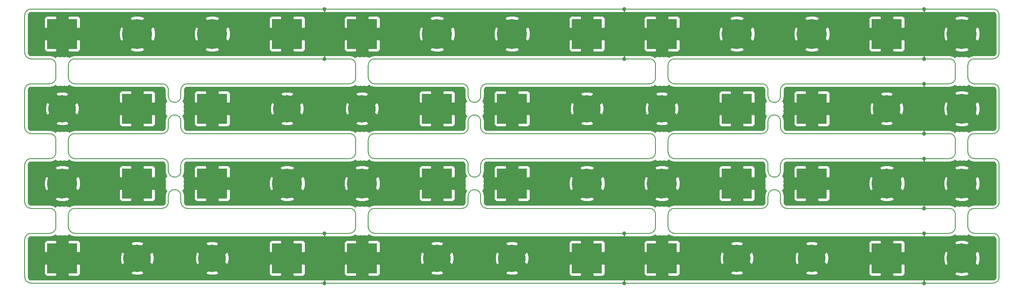
<source format=gtl>
G04 #@! TF.FileFunction,Copper,L1,Top,Signal*
%FSLAX46Y46*%
G04 Gerber Fmt 4.6, Leading zero omitted, Abs format (unit mm)*
G04 Created by KiCad (PCBNEW 4.0.2-4+6225~38~ubuntu15.04.1-stable) date Sat Mar 19 16:11:06 2016*
%MOMM*%
G01*
G04 APERTURE LIST*
%ADD10C,0.101600*%
%ADD11C,0.150000*%
%ADD12C,6.096000*%
%ADD13C,0.800000*%
%ADD14R,6.096000X6.096000*%
%ADD15C,5.600000*%
%ADD16C,0.250000*%
%ADD17C,0.254000*%
G04 APERTURE END LIST*
D10*
D11*
X8890000Y29210000D02*
X8890000Y26670000D01*
X10160000Y30480000D02*
G75*
G03X8890000Y29210000I0J-1270000D01*
G01*
X8890000Y26670000D02*
G75*
G03X10160000Y25400000I1270000J0D01*
G01*
X6350000Y29210000D02*
G75*
G03X5080000Y30480000I-1270000J0D01*
G01*
X6350000Y29210000D02*
X6350000Y26670000D01*
X5080000Y25400000D02*
G75*
G03X6350000Y26670000I0J1270000D01*
G01*
X8890000Y13970000D02*
X8890000Y11430000D01*
X10160000Y15240000D02*
G75*
G03X8890000Y13970000I0J-1270000D01*
G01*
X8890000Y11430000D02*
G75*
G03X10160000Y10160000I1270000J0D01*
G01*
X6350000Y13970000D02*
G75*
G03X5080000Y15240000I-1270000J0D01*
G01*
X6350000Y13970000D02*
X6350000Y11430000D01*
X5080000Y10160000D02*
G75*
G03X6350000Y11430000I0J1270000D01*
G01*
X69850000Y13970000D02*
X69850000Y11430000D01*
X71120000Y15240000D02*
G75*
G03X69850000Y13970000I0J-1270000D01*
G01*
X69850000Y11430000D02*
G75*
G03X71120000Y10160000I1270000J0D01*
G01*
X67310000Y13970000D02*
G75*
G03X66040000Y15240000I-1270000J0D01*
G01*
X67310000Y13970000D02*
X67310000Y11430000D01*
X66040000Y10160000D02*
G75*
G03X67310000Y11430000I0J1270000D01*
G01*
X69850000Y29210000D02*
X69850000Y26670000D01*
X71120000Y30480000D02*
G75*
G03X69850000Y29210000I0J-1270000D01*
G01*
X69850000Y26670000D02*
G75*
G03X71120000Y25400000I1270000J0D01*
G01*
X67310000Y29210000D02*
G75*
G03X66040000Y30480000I-1270000J0D01*
G01*
X67310000Y29210000D02*
X67310000Y26670000D01*
X66040000Y25400000D02*
G75*
G03X67310000Y26670000I0J1270000D01*
G01*
X130810000Y29210000D02*
X130810000Y26670000D01*
X132080000Y30480000D02*
G75*
G03X130810000Y29210000I0J-1270000D01*
G01*
X130810000Y26670000D02*
G75*
G03X132080000Y25400000I1270000J0D01*
G01*
X128270000Y29210000D02*
G75*
G03X127000000Y30480000I-1270000J0D01*
G01*
X128270000Y29210000D02*
X128270000Y26670000D01*
X127000000Y25400000D02*
G75*
G03X128270000Y26670000I0J1270000D01*
G01*
X130810000Y13970000D02*
X130810000Y11430000D01*
X132080000Y15240000D02*
G75*
G03X130810000Y13970000I0J-1270000D01*
G01*
X130810000Y11430000D02*
G75*
G03X132080000Y10160000I1270000J0D01*
G01*
X128270000Y13970000D02*
G75*
G03X127000000Y15240000I-1270000J0D01*
G01*
X128270000Y13970000D02*
X128270000Y11430000D01*
X127000000Y10160000D02*
G75*
G03X128270000Y11430000I0J1270000D01*
G01*
X191770000Y13970000D02*
X191770000Y11430000D01*
X193040000Y15240000D02*
G75*
G03X191770000Y13970000I0J-1270000D01*
G01*
X191770000Y11430000D02*
G75*
G03X193040000Y10160000I1270000J0D01*
G01*
X189230000Y13970000D02*
G75*
G03X187960000Y15240000I-1270000J0D01*
G01*
X189230000Y13970000D02*
X189230000Y11430000D01*
X187960000Y10160000D02*
G75*
G03X189230000Y11430000I0J1270000D01*
G01*
X191770000Y29210000D02*
X191770000Y26670000D01*
X193040000Y30480000D02*
G75*
G03X191770000Y29210000I0J-1270000D01*
G01*
X191770000Y26670000D02*
G75*
G03X193040000Y25400000I1270000J0D01*
G01*
X189230000Y29210000D02*
G75*
G03X187960000Y30480000I-1270000J0D01*
G01*
X189230000Y29210000D02*
X189230000Y26670000D01*
X187960000Y25400000D02*
G75*
G03X189230000Y26670000I0J1270000D01*
G01*
X191770000Y41910000D02*
G75*
G03X193040000Y40640000I1270000J0D01*
G01*
X187960000Y40640000D02*
G75*
G03X189230000Y41910000I0J1270000D01*
G01*
X191770000Y44450000D02*
X191770000Y41910000D01*
X189230000Y44450000D02*
X189230000Y41910000D01*
X130810000Y44450000D02*
X130810000Y41910000D01*
X128270000Y41910000D02*
X128270000Y44450000D01*
X130810000Y41910000D02*
G75*
G03X132080000Y40640000I1270000J0D01*
G01*
X127000000Y40640000D02*
G75*
G03X128270000Y41910000I0J1270000D01*
G01*
X69850000Y44450000D02*
X69850000Y41910000D01*
X67310000Y41910000D02*
X67310000Y44450000D01*
X69850000Y41910000D02*
G75*
G03X71120000Y40640000I1270000J0D01*
G01*
X66040000Y40640000D02*
G75*
G03X67310000Y41910000I0J1270000D01*
G01*
X8890000Y44450000D02*
X8890000Y41910000D01*
X6350000Y41910000D02*
X6350000Y44450000D01*
X8890000Y41910000D02*
G75*
G03X10160000Y40640000I1270000J0D01*
G01*
X5080000Y40640000D02*
G75*
G03X6350000Y41910000I0J1270000D01*
G01*
X33020000Y15240000D02*
X66040000Y15240000D01*
X27940000Y15240000D02*
X10160000Y15240000D01*
X88900000Y15240000D02*
X71120000Y15240000D01*
X127000000Y15240000D02*
X93980000Y15240000D01*
X149860000Y15240000D02*
X132080000Y15240000D01*
X187960000Y15240000D02*
X154940000Y15240000D01*
X196850000Y0D02*
G75*
G03X198120000Y1270000I0J1270000D01*
G01*
X0Y1270000D02*
G75*
G03X1270000Y0I1270000J0D01*
G01*
X198120000Y16510000D02*
X198120000Y24130000D01*
X153670000Y17780001D02*
G75*
G03X151130000Y17779999I-1270000J-1D01*
G01*
X149860000Y15240000D02*
G75*
G03X151130000Y16510000I0J1270000D01*
G01*
X151130000Y17780000D02*
X151130000Y16510000D01*
X153670000Y17780000D02*
X153670000Y16510000D01*
X153670000Y16510000D02*
G75*
G03X154940000Y15240000I1270000J0D01*
G01*
X151130000Y22860000D02*
G75*
G03X153670000Y22860000I1270000J0D01*
G01*
X153670000Y24130000D02*
X153670000Y22860000D01*
X151130000Y24130000D02*
X151130000Y22860000D01*
X90170000Y22860000D02*
G75*
G03X92710000Y22860000I1270000J0D01*
G01*
X92710000Y24130000D02*
X92710000Y22860000D01*
X90170000Y24130000D02*
X90170000Y22860000D01*
X88900000Y15240000D02*
G75*
G03X90170000Y16510000I0J1270000D01*
G01*
X92710000Y16510000D02*
G75*
G03X93980000Y15240000I1270000J0D01*
G01*
X92710000Y17780000D02*
X92710000Y16510000D01*
X90170000Y17780000D02*
X90170000Y16510000D01*
X92710000Y17780001D02*
G75*
G03X90170000Y17779999I-1270000J-1D01*
G01*
X27940000Y15240000D02*
G75*
G03X29210000Y16510000I0J1270000D01*
G01*
X29210000Y17780000D02*
X29210000Y16510000D01*
X31750000Y17780000D02*
X31750000Y16510000D01*
X31750000Y16510000D02*
G75*
G03X33020000Y15240000I1270000J0D01*
G01*
X31750000Y17780001D02*
G75*
G03X29210000Y17779999I-1270000J-1D01*
G01*
X29210000Y22860000D02*
G75*
G03X31750000Y22860000I1270000J0D01*
G01*
X31750000Y24130000D02*
X31750000Y22860000D01*
X29210000Y24130000D02*
X29210000Y22860000D01*
X0Y24130000D02*
X0Y16510000D01*
X187960000Y25400000D02*
X154940000Y25400000D01*
X154940000Y30480000D02*
X187960000Y30480000D01*
X154940000Y40640000D02*
X187960000Y40640000D01*
X93980000Y25400000D02*
X127000000Y25400000D01*
X127000000Y30480000D02*
X93980000Y30480000D01*
X93980000Y40640000D02*
X127000000Y40640000D01*
X66040000Y25400000D02*
X33020000Y25400000D01*
X33020000Y30480000D02*
X66040000Y30480000D01*
X33020000Y40640000D02*
X66040000Y40640000D01*
X27940000Y30480000D02*
G75*
G03X29210000Y31750000I0J1270000D01*
G01*
X31750000Y31750000D02*
G75*
G03X33020000Y30480000I1270000J0D01*
G01*
X29210000Y24130000D02*
G75*
G03X27940000Y25400000I-1270000J0D01*
G01*
X33020000Y25400000D02*
G75*
G03X31750000Y24130000I0J-1270000D01*
G01*
X5080000Y25400000D02*
X1270000Y25400000D01*
X1270000Y25400000D02*
G75*
G03X0Y24130000I0J-1270000D01*
G01*
X10160000Y25400000D02*
X27940000Y25400000D01*
X27940000Y30480000D02*
X10160000Y30480000D01*
X0Y31750000D02*
G75*
G03X1270000Y30480000I1270000J0D01*
G01*
X1270000Y30480000D02*
X5080000Y30480000D01*
X93980000Y25400000D02*
G75*
G03X92710000Y24130000I0J-1270000D01*
G01*
X90170000Y24130000D02*
G75*
G03X88900000Y25400000I-1270000J0D01*
G01*
X71120000Y25400000D02*
X88900000Y25400000D01*
X132080000Y25400000D02*
X149860000Y25400000D01*
X149860000Y30480000D02*
X132080000Y30480000D01*
X151130000Y24130000D02*
G75*
G03X149860000Y25400000I-1270000J0D01*
G01*
X154940000Y25400000D02*
G75*
G03X153670000Y24130000I0J-1270000D01*
G01*
X196850000Y30480000D02*
G75*
G03X198120000Y31750000I0J1270000D01*
G01*
X198120000Y24130000D02*
G75*
G03X196850000Y25400000I-1270000J0D01*
G01*
X193040000Y30480000D02*
X196850000Y30480000D01*
X193040000Y25400000D02*
X196850000Y25400000D01*
X88900000Y30480000D02*
X71120000Y30480000D01*
X10160000Y40640000D02*
X27940000Y40640000D01*
X128270000Y44450000D02*
G75*
G03X127000000Y45720000I-1270000J0D01*
G01*
X132080000Y45720000D02*
G75*
G03X130810000Y44450000I0J-1270000D01*
G01*
X153670000Y33020001D02*
G75*
G03X151130000Y33019999I-1270000J-1D01*
G01*
X151130000Y33020000D02*
X151130000Y31750000D01*
X153670000Y33020000D02*
X153670000Y31750000D01*
X153670000Y31750000D02*
G75*
G03X154940000Y30480000I1270000J0D01*
G01*
X149860000Y30480000D02*
G75*
G03X151130000Y31750000I0J1270000D01*
G01*
X151130000Y38100000D02*
G75*
G03X153670000Y38100000I1270000J0D01*
G01*
X154940000Y40640000D02*
G75*
G03X153670000Y39370000I0J-1270000D01*
G01*
X151130000Y39370000D02*
X151130000Y38100000D01*
X153670000Y39370000D02*
X153670000Y38100000D01*
X151130000Y39370000D02*
G75*
G03X149860000Y40640000I-1270000J0D01*
G01*
X92710000Y33020001D02*
G75*
G03X90170000Y33019999I-1270000J-1D01*
G01*
X90170000Y33020000D02*
X90170000Y31750000D01*
X92710000Y33020000D02*
X92710000Y31750000D01*
X92710000Y31750000D02*
G75*
G03X93980000Y30480000I1270000J0D01*
G01*
X88900000Y30480000D02*
G75*
G03X90170000Y31750000I0J1270000D01*
G01*
X90170000Y38100000D02*
G75*
G03X92710000Y38100000I1270000J0D01*
G01*
X93980000Y40640000D02*
G75*
G03X92710000Y39370000I0J-1270000D01*
G01*
X90170000Y39370000D02*
X90170000Y38100000D01*
X92710000Y39370000D02*
X92710000Y38100000D01*
X90170000Y39370000D02*
G75*
G03X88900000Y40640000I-1270000J0D01*
G01*
X31750000Y39370000D02*
X31750000Y38100000D01*
X29210000Y39370000D02*
X29210000Y38100000D01*
X31750000Y33020000D02*
X31750000Y31750000D01*
X29210000Y33020000D02*
X29210000Y31750000D01*
X33020000Y40640000D02*
G75*
G03X31750000Y39370000I0J-1270000D01*
G01*
X29210000Y39370000D02*
G75*
G03X27940000Y40640000I-1270000J0D01*
G01*
X31750000Y33020001D02*
G75*
G03X29210000Y33019999I-1270000J-1D01*
G01*
X29210000Y38100000D02*
G75*
G03X31750000Y38100000I1270000J0D01*
G01*
X5080000Y10160000D02*
X1270000Y10160000D01*
X1270000Y15240000D02*
X5080000Y15240000D01*
X10160000Y45720000D02*
G75*
G03X8890000Y44450000I0J-1270000D01*
G01*
X6350000Y44450000D02*
G75*
G03X5080000Y45720000I-1270000J0D01*
G01*
X5080000Y40640000D02*
X1270000Y40640000D01*
X1270000Y45720000D02*
X5080000Y45720000D01*
X67310000Y44450000D02*
G75*
G03X66040000Y45720000I-1270000J0D01*
G01*
X71120000Y45720000D02*
G75*
G03X69850000Y44450000I0J-1270000D01*
G01*
X189230000Y44450000D02*
G75*
G03X187960000Y45720000I-1270000J0D01*
G01*
X193040000Y45720000D02*
G75*
G03X191770000Y44450000I0J-1270000D01*
G01*
X1270000Y55880000D02*
G75*
G03X0Y54610000I0J-1270000D01*
G01*
X0Y8890000D02*
X0Y1270000D01*
X196850000Y55880000D02*
X1270000Y55880000D01*
X198120000Y8890000D02*
X198120000Y1270000D01*
X198120000Y54610000D02*
G75*
G03X196850000Y55880000I-1270000J0D01*
G01*
X196850000Y15240000D02*
G75*
G03X198120000Y16510000I0J1270000D01*
G01*
X198120000Y54610000D02*
X198120000Y46990000D01*
X196850000Y45720000D02*
G75*
G03X198120000Y46990000I0J1270000D01*
G01*
X198120000Y8890000D02*
G75*
G03X196850000Y10160000I-1270000J0D01*
G01*
X0Y54610000D02*
X0Y46990000D01*
X0Y46990000D02*
G75*
G03X1270000Y45720000I1270000J0D01*
G01*
X0Y16510000D02*
G75*
G03X1270000Y15240000I1270000J0D01*
G01*
X1270000Y10160000D02*
G75*
G03X0Y8890000I0J-1270000D01*
G01*
X193040000Y40640000D02*
X196850000Y40640000D01*
X132080000Y40640000D02*
X149860000Y40640000D01*
X71120000Y40640000D02*
X88900000Y40640000D01*
X193040000Y15240000D02*
X196850000Y15240000D01*
X132080000Y10160000D02*
X187960000Y10160000D01*
X196850000Y0D02*
X1270000Y0D01*
X66040000Y45720000D02*
X10160000Y45720000D01*
X127000000Y45720000D02*
X71120000Y45720000D01*
X187960000Y45720000D02*
X132080000Y45720000D01*
X193040000Y45720000D02*
X196850000Y45720000D01*
X193040000Y10160000D02*
X196850000Y10160000D01*
X71120000Y10160000D02*
X127000000Y10160000D01*
X10160000Y10160000D02*
X66040000Y10160000D01*
X0Y39370000D02*
X0Y31750000D01*
X198120000Y31750000D02*
X198120000Y39370000D01*
X1270000Y40640000D02*
G75*
G03X0Y39370000I0J-1270000D01*
G01*
X198120000Y39370000D02*
G75*
G03X196850000Y40640000I-1270000J0D01*
G01*
D12*
X68580000Y20320000D03*
X175260000Y20320000D03*
X190500000Y20320000D03*
X129540000Y20320000D03*
X114300000Y20320000D03*
X53340000Y20320000D03*
X7620000Y20320000D03*
D13*
X182880000Y54610000D03*
X182880000Y55880000D03*
X182880000Y10160000D03*
X182880000Y8890000D03*
X182880000Y7620000D03*
X182880000Y6350000D03*
X182880000Y53340000D03*
X182880000Y0D03*
X182880000Y5080000D03*
X182880000Y3810000D03*
X182880000Y2540000D03*
X182880000Y1270000D03*
X182880000Y45720000D03*
X182880000Y52070000D03*
X182880000Y50800000D03*
X182880000Y49530000D03*
X182880000Y48260000D03*
X182880000Y46990000D03*
X121920000Y0D03*
X60960000Y0D03*
X60960000Y45720000D03*
X60960000Y46990000D03*
X60960000Y48260000D03*
X60960000Y49530000D03*
X60960000Y50800000D03*
X60960000Y52070000D03*
X60960000Y53340000D03*
X60960000Y55880000D03*
X60960000Y1270000D03*
X60960000Y2540000D03*
X60960000Y3810000D03*
X60960000Y5080000D03*
X60960000Y6350000D03*
X60960000Y7620000D03*
X60960000Y8890000D03*
X182880000Y15240000D03*
X182880000Y16510000D03*
X182880000Y17780000D03*
X182880000Y19050000D03*
X182880000Y20320000D03*
X182880000Y21590000D03*
X182880000Y22860000D03*
X182880000Y24130000D03*
X182880000Y30480000D03*
X182880000Y31750000D03*
X182880000Y33020000D03*
X182880000Y34290000D03*
X182880000Y35560000D03*
X182880000Y36830000D03*
X182880000Y38100000D03*
X182880000Y39370000D03*
X121920000Y1270000D03*
X121920000Y2540000D03*
X121920000Y3810000D03*
X121920000Y5080000D03*
X121920000Y6350000D03*
X121920000Y7620000D03*
X121920000Y8890000D03*
X121920000Y45720000D03*
X121920000Y46990000D03*
X121920000Y48260000D03*
X121920000Y49530000D03*
X121920000Y50800000D03*
X121920000Y52070000D03*
X121920000Y53340000D03*
X121920000Y54610000D03*
X60960000Y54610000D03*
X60960000Y10160000D03*
X182880000Y25400000D03*
X182880000Y40640000D03*
X121920000Y10160000D03*
X121920000Y55880000D03*
D12*
X190500000Y5080000D03*
X22860000Y50800000D03*
X38100000Y50800000D03*
X83820000Y50800000D03*
X99060000Y50800000D03*
X144780000Y50800000D03*
X160020000Y50800000D03*
X190500000Y50800000D03*
X190500000Y35560000D03*
D14*
X7620000Y50800000D03*
X53340000Y50800000D03*
X68580000Y50800000D03*
X114300000Y50800000D03*
X129540000Y50800000D03*
X175260000Y50800000D03*
X22860000Y20320000D03*
X38100000Y20320000D03*
X83820000Y20320000D03*
X99060000Y20320000D03*
X144780000Y20320000D03*
X160020000Y20320000D03*
D15*
X7620000Y35560000D03*
D14*
X22860000Y35560000D03*
X38100000Y35560000D03*
D15*
X53340000Y35560000D03*
X68580000Y35560000D03*
D14*
X83820000Y35560000D03*
X99060000Y35560000D03*
D15*
X114300000Y35560000D03*
X129540000Y35560000D03*
D14*
X144780000Y35560000D03*
X160020000Y35560000D03*
D15*
X175260000Y35560000D03*
D14*
X7620000Y5080000D03*
D15*
X22860000Y5080000D03*
X38100000Y5080000D03*
D14*
X53340000Y5080000D03*
X68580000Y5080000D03*
D15*
X83820000Y5080000D03*
X99060000Y5080000D03*
D14*
X114300000Y5080000D03*
X129540000Y5080000D03*
D15*
X144780000Y5080000D03*
X160020000Y5080000D03*
D14*
X175260000Y5080000D03*
D16*
X182880000Y46990000D02*
X182880000Y45720000D01*
X182880000Y48260000D02*
X182880000Y46990000D01*
X182880000Y49530000D02*
X182880000Y48260000D01*
X182880000Y50800000D02*
X182880000Y49530000D01*
X182880000Y52070000D02*
X182880000Y50800000D01*
X182880000Y53340000D02*
X182880000Y52070000D01*
X182880000Y54610000D02*
X182880000Y53340000D01*
X182880000Y55880000D02*
X182880000Y54610000D01*
X121920000Y46990000D02*
X121920000Y45720000D01*
X121920000Y48260000D02*
X121920000Y46990000D01*
X121920000Y49530000D02*
X121920000Y48260000D01*
X121920000Y50800000D02*
X121920000Y49530000D01*
X121920000Y52070000D02*
X121920000Y50800000D01*
X121920000Y53340000D02*
X121920000Y52070000D01*
X121920000Y54610000D02*
X121920000Y53340000D01*
X121920000Y55880000D02*
X121920000Y54610000D01*
X60960000Y46990000D02*
X60960000Y45720000D01*
X60960000Y48260000D02*
X60960000Y46990000D01*
X60960000Y49530000D02*
X60960000Y48260000D01*
X60960000Y50800000D02*
X60960000Y49530000D01*
X60960000Y52070000D02*
X60960000Y50800000D01*
X60960000Y53340000D02*
X60960000Y52070000D01*
X60960000Y54610000D02*
X60960000Y53340000D01*
X60960000Y55880000D02*
X60960000Y54610000D01*
X182880000Y1270000D02*
X182880000Y0D01*
X182880000Y2540000D02*
X182880000Y1270000D01*
X182880000Y3810000D02*
X182880000Y2540000D01*
X182880000Y5080000D02*
X182880000Y3810000D01*
X182880000Y6350000D02*
X182880000Y5080000D01*
X182880000Y7620000D02*
X182880000Y6350000D01*
X182880000Y8890000D02*
X182880000Y7620000D01*
X182880000Y10160000D02*
X182880000Y8890000D01*
X121920000Y1270000D02*
X121920000Y0D01*
X121920000Y2540000D02*
X121920000Y1270000D01*
X121920000Y3810000D02*
X121920000Y2540000D01*
X121920000Y5080000D02*
X121920000Y3810000D01*
X121920000Y6350000D02*
X121920000Y5080000D01*
X121920000Y7620000D02*
X121920000Y6350000D01*
X121920000Y8890000D02*
X121920000Y7620000D01*
X121920000Y10160000D02*
X121920000Y8890000D01*
X60960000Y1270000D02*
X60960000Y0D01*
X60960000Y2540000D02*
X60960000Y1270000D01*
X60960000Y3810000D02*
X60960000Y2540000D01*
X60960000Y5080000D02*
X60960000Y3810000D01*
X60960000Y6350000D02*
X60960000Y5080000D01*
X60960000Y7620000D02*
X60960000Y6350000D01*
X60960000Y8890000D02*
X60960000Y7620000D01*
X60960000Y10160000D02*
X60960000Y8890000D01*
X182880000Y40640000D02*
X182880000Y39370000D01*
X182880000Y30480000D02*
X182880000Y31750000D01*
X182880000Y15240000D02*
X182880000Y16510000D01*
X182880000Y25400000D02*
X182880000Y24130000D01*
D17*
G36*
X191888452Y9821980D02*
X191941997Y9786405D01*
X191995149Y9750011D01*
X192003869Y9745297D01*
X192222717Y9628934D01*
X192282208Y9604413D01*
X192341357Y9579062D01*
X192350825Y9576132D01*
X192350829Y9576130D01*
X192350833Y9576129D01*
X192588108Y9504491D01*
X192651205Y9491997D01*
X192714179Y9478612D01*
X192724034Y9477576D01*
X192724038Y9477576D01*
X192970716Y9453389D01*
X193000489Y9453389D01*
X193030087Y9450069D01*
X193040000Y9450000D01*
X196815280Y9450000D01*
X196958109Y9435995D01*
X197062101Y9404598D01*
X197158014Y9353601D01*
X197242194Y9284945D01*
X197311440Y9201242D01*
X197363105Y9105689D01*
X197395227Y9001922D01*
X197410000Y8861359D01*
X197410000Y1304720D01*
X197395995Y1161891D01*
X197364599Y1057901D01*
X197313601Y961987D01*
X197244941Y877801D01*
X197161243Y808561D01*
X197065689Y756895D01*
X196961922Y724773D01*
X196821359Y710000D01*
X1304720Y710000D01*
X1161891Y724005D01*
X1057901Y755401D01*
X961987Y806399D01*
X877801Y875059D01*
X808561Y958757D01*
X756895Y1054311D01*
X724773Y1158078D01*
X710000Y1298641D01*
X710000Y3778250D01*
X3937000Y3778250D01*
X3937000Y1969458D01*
X3961403Y1846777D01*
X4009270Y1731215D01*
X4078763Y1627211D01*
X4167211Y1538763D01*
X4271215Y1469270D01*
X4386777Y1421403D01*
X4509458Y1397000D01*
X6318250Y1397000D01*
X6477000Y1555750D01*
X6477000Y3937000D01*
X8763000Y3937000D01*
X8763000Y1555750D01*
X8921750Y1397000D01*
X10730542Y1397000D01*
X10853223Y1421403D01*
X10968785Y1469270D01*
X11072789Y1538763D01*
X11161237Y1627211D01*
X11230730Y1731215D01*
X11278597Y1846777D01*
X11303000Y1969458D01*
X11303000Y2088139D01*
X21484585Y2088139D01*
X21870363Y1773294D01*
X22534485Y1643764D01*
X23211116Y1646285D01*
X23849637Y1773294D01*
X24235415Y2088139D01*
X36724585Y2088139D01*
X37110363Y1773294D01*
X37774485Y1643764D01*
X38451116Y1646285D01*
X39089637Y1773294D01*
X39475415Y2088139D01*
X38100000Y3463554D01*
X36724585Y2088139D01*
X24235415Y2088139D01*
X22860000Y3463554D01*
X21484585Y2088139D01*
X11303000Y2088139D01*
X11303000Y3778250D01*
X11144250Y3937000D01*
X8763000Y3937000D01*
X6477000Y3937000D01*
X4095750Y3937000D01*
X3937000Y3778250D01*
X710000Y3778250D01*
X710000Y5405515D01*
X19423764Y5405515D01*
X19426285Y4728884D01*
X19553294Y4090363D01*
X19868139Y3704585D01*
X21243554Y5080000D01*
X24476446Y5080000D01*
X25851861Y3704585D01*
X26166706Y4090363D01*
X26296236Y4754485D01*
X26293811Y5405515D01*
X34663764Y5405515D01*
X34666285Y4728884D01*
X34793294Y4090363D01*
X35108139Y3704585D01*
X36483554Y5080000D01*
X39716446Y5080000D01*
X41091861Y3704585D01*
X41151981Y3778250D01*
X49657000Y3778250D01*
X49657000Y1969458D01*
X49681403Y1846777D01*
X49729270Y1731215D01*
X49798763Y1627211D01*
X49887211Y1538763D01*
X49991215Y1469270D01*
X50106777Y1421403D01*
X50229458Y1397000D01*
X52038250Y1397000D01*
X52197000Y1555750D01*
X52197000Y3937000D01*
X54483000Y3937000D01*
X54483000Y1555750D01*
X54641750Y1397000D01*
X56450542Y1397000D01*
X56573223Y1421403D01*
X56688785Y1469270D01*
X56792789Y1538763D01*
X56881237Y1627211D01*
X56950730Y1731215D01*
X56998597Y1846777D01*
X57023000Y1969458D01*
X57023000Y3778250D01*
X64897000Y3778250D01*
X64897000Y1969458D01*
X64921403Y1846777D01*
X64969270Y1731215D01*
X65038763Y1627211D01*
X65127211Y1538763D01*
X65231215Y1469270D01*
X65346777Y1421403D01*
X65469458Y1397000D01*
X67278250Y1397000D01*
X67437000Y1555750D01*
X67437000Y3937000D01*
X69723000Y3937000D01*
X69723000Y1555750D01*
X69881750Y1397000D01*
X71690542Y1397000D01*
X71813223Y1421403D01*
X71928785Y1469270D01*
X72032789Y1538763D01*
X72121237Y1627211D01*
X72190730Y1731215D01*
X72238597Y1846777D01*
X72263000Y1969458D01*
X72263000Y2088139D01*
X82444585Y2088139D01*
X82830363Y1773294D01*
X83494485Y1643764D01*
X84171116Y1646285D01*
X84809637Y1773294D01*
X85195415Y2088139D01*
X97684585Y2088139D01*
X98070363Y1773294D01*
X98734485Y1643764D01*
X99411116Y1646285D01*
X100049637Y1773294D01*
X100435415Y2088139D01*
X99060000Y3463554D01*
X97684585Y2088139D01*
X85195415Y2088139D01*
X83820000Y3463554D01*
X82444585Y2088139D01*
X72263000Y2088139D01*
X72263000Y3778250D01*
X72104250Y3937000D01*
X69723000Y3937000D01*
X67437000Y3937000D01*
X65055750Y3937000D01*
X64897000Y3778250D01*
X57023000Y3778250D01*
X56864250Y3937000D01*
X54483000Y3937000D01*
X52197000Y3937000D01*
X49815750Y3937000D01*
X49657000Y3778250D01*
X41151981Y3778250D01*
X41406706Y4090363D01*
X41536236Y4754485D01*
X41533811Y5405515D01*
X80383764Y5405515D01*
X80386285Y4728884D01*
X80513294Y4090363D01*
X80828139Y3704585D01*
X82203554Y5080000D01*
X85436446Y5080000D01*
X86811861Y3704585D01*
X87126706Y4090363D01*
X87256236Y4754485D01*
X87253811Y5405515D01*
X95623764Y5405515D01*
X95626285Y4728884D01*
X95753294Y4090363D01*
X96068139Y3704585D01*
X97443554Y5080000D01*
X100676446Y5080000D01*
X102051861Y3704585D01*
X102111981Y3778250D01*
X110617000Y3778250D01*
X110617000Y1969458D01*
X110641403Y1846777D01*
X110689270Y1731215D01*
X110758763Y1627211D01*
X110847211Y1538763D01*
X110951215Y1469270D01*
X111066777Y1421403D01*
X111189458Y1397000D01*
X112998250Y1397000D01*
X113157000Y1555750D01*
X113157000Y3937000D01*
X115443000Y3937000D01*
X115443000Y1555750D01*
X115601750Y1397000D01*
X117410542Y1397000D01*
X117533223Y1421403D01*
X117648785Y1469270D01*
X117752789Y1538763D01*
X117841237Y1627211D01*
X117910730Y1731215D01*
X117958597Y1846777D01*
X117983000Y1969458D01*
X117983000Y3778250D01*
X125857000Y3778250D01*
X125857000Y1969458D01*
X125881403Y1846777D01*
X125929270Y1731215D01*
X125998763Y1627211D01*
X126087211Y1538763D01*
X126191215Y1469270D01*
X126306777Y1421403D01*
X126429458Y1397000D01*
X128238250Y1397000D01*
X128397000Y1555750D01*
X128397000Y3937000D01*
X130683000Y3937000D01*
X130683000Y1555750D01*
X130841750Y1397000D01*
X132650542Y1397000D01*
X132773223Y1421403D01*
X132888785Y1469270D01*
X132992789Y1538763D01*
X133081237Y1627211D01*
X133150730Y1731215D01*
X133198597Y1846777D01*
X133223000Y1969458D01*
X133223000Y2088139D01*
X143404585Y2088139D01*
X143790363Y1773294D01*
X144454485Y1643764D01*
X145131116Y1646285D01*
X145769637Y1773294D01*
X146155415Y2088139D01*
X158644585Y2088139D01*
X159030363Y1773294D01*
X159694485Y1643764D01*
X160371116Y1646285D01*
X161009637Y1773294D01*
X161395415Y2088139D01*
X160020000Y3463554D01*
X158644585Y2088139D01*
X146155415Y2088139D01*
X144780000Y3463554D01*
X143404585Y2088139D01*
X133223000Y2088139D01*
X133223000Y3778250D01*
X133064250Y3937000D01*
X130683000Y3937000D01*
X128397000Y3937000D01*
X126015750Y3937000D01*
X125857000Y3778250D01*
X117983000Y3778250D01*
X117824250Y3937000D01*
X115443000Y3937000D01*
X113157000Y3937000D01*
X110775750Y3937000D01*
X110617000Y3778250D01*
X102111981Y3778250D01*
X102366706Y4090363D01*
X102496236Y4754485D01*
X102493811Y5405515D01*
X141343764Y5405515D01*
X141346285Y4728884D01*
X141473294Y4090363D01*
X141788139Y3704585D01*
X143163554Y5080000D01*
X146396446Y5080000D01*
X147771861Y3704585D01*
X148086706Y4090363D01*
X148216236Y4754485D01*
X148213811Y5405515D01*
X156583764Y5405515D01*
X156586285Y4728884D01*
X156713294Y4090363D01*
X157028139Y3704585D01*
X158403554Y5080000D01*
X161636446Y5080000D01*
X163011861Y3704585D01*
X163071981Y3778250D01*
X171577000Y3778250D01*
X171577000Y1969458D01*
X171601403Y1846777D01*
X171649270Y1731215D01*
X171718763Y1627211D01*
X171807211Y1538763D01*
X171911215Y1469270D01*
X172026777Y1421403D01*
X172149458Y1397000D01*
X173958250Y1397000D01*
X174117000Y1555750D01*
X174117000Y3937000D01*
X176403000Y3937000D01*
X176403000Y1555750D01*
X176561750Y1397000D01*
X178370542Y1397000D01*
X178493223Y1421403D01*
X178608785Y1469270D01*
X178712789Y1538763D01*
X178801237Y1627211D01*
X178870730Y1731215D01*
X178918597Y1846777D01*
X178929411Y1901143D01*
X188937589Y1901143D01*
X189355768Y1560511D01*
X190064372Y1404908D01*
X190789717Y1390537D01*
X191503928Y1517950D01*
X191644232Y1560511D01*
X192062411Y1901143D01*
X190500000Y3463554D01*
X188937589Y1901143D01*
X178929411Y1901143D01*
X178943000Y1969458D01*
X178943000Y3778250D01*
X178784250Y3937000D01*
X176403000Y3937000D01*
X174117000Y3937000D01*
X171735750Y3937000D01*
X171577000Y3778250D01*
X163071981Y3778250D01*
X163326706Y4090363D01*
X163456236Y4754485D01*
X163456103Y4790283D01*
X186810537Y4790283D01*
X186937950Y4076072D01*
X186980511Y3935768D01*
X187321143Y3517589D01*
X188883554Y5080000D01*
X192116446Y5080000D01*
X193678857Y3517589D01*
X194019489Y3935768D01*
X194175092Y4644372D01*
X194189463Y5369717D01*
X194062050Y6083928D01*
X194019489Y6224232D01*
X193678857Y6642411D01*
X192116446Y5080000D01*
X188883554Y5080000D01*
X187321143Y6642411D01*
X186980511Y6224232D01*
X186824908Y5515628D01*
X186810537Y4790283D01*
X163456103Y4790283D01*
X163453715Y5431116D01*
X163326706Y6069637D01*
X163011861Y6455415D01*
X161636446Y5080000D01*
X158403554Y5080000D01*
X157028139Y6455415D01*
X156713294Y6069637D01*
X156583764Y5405515D01*
X148213811Y5405515D01*
X148213715Y5431116D01*
X148086706Y6069637D01*
X147771861Y6455415D01*
X146396446Y5080000D01*
X143163554Y5080000D01*
X141788139Y6455415D01*
X141473294Y6069637D01*
X141343764Y5405515D01*
X102493811Y5405515D01*
X102493715Y5431116D01*
X102366706Y6069637D01*
X102051861Y6455415D01*
X100676446Y5080000D01*
X97443554Y5080000D01*
X96068139Y6455415D01*
X95753294Y6069637D01*
X95623764Y5405515D01*
X87253811Y5405515D01*
X87253715Y5431116D01*
X87126706Y6069637D01*
X86811861Y6455415D01*
X85436446Y5080000D01*
X82203554Y5080000D01*
X80828139Y6455415D01*
X80513294Y6069637D01*
X80383764Y5405515D01*
X41533811Y5405515D01*
X41533715Y5431116D01*
X41406706Y6069637D01*
X41091861Y6455415D01*
X39716446Y5080000D01*
X36483554Y5080000D01*
X35108139Y6455415D01*
X34793294Y6069637D01*
X34663764Y5405515D01*
X26293811Y5405515D01*
X26293715Y5431116D01*
X26166706Y6069637D01*
X25851861Y6455415D01*
X24476446Y5080000D01*
X21243554Y5080000D01*
X19868139Y6455415D01*
X19553294Y6069637D01*
X19423764Y5405515D01*
X710000Y5405515D01*
X710000Y8190542D01*
X3937000Y8190542D01*
X3937000Y6381750D01*
X4095750Y6223000D01*
X6477000Y6223000D01*
X6477000Y8604250D01*
X8763000Y8604250D01*
X8763000Y6223000D01*
X11144250Y6223000D01*
X11303000Y6381750D01*
X11303000Y8071861D01*
X21484585Y8071861D01*
X22860000Y6696446D01*
X24235415Y8071861D01*
X36724585Y8071861D01*
X38100000Y6696446D01*
X39475415Y8071861D01*
X39329996Y8190542D01*
X49657000Y8190542D01*
X49657000Y6381750D01*
X49815750Y6223000D01*
X52197000Y6223000D01*
X52197000Y8604250D01*
X54483000Y8604250D01*
X54483000Y6223000D01*
X56864250Y6223000D01*
X57023000Y6381750D01*
X57023000Y8190542D01*
X64897000Y8190542D01*
X64897000Y6381750D01*
X65055750Y6223000D01*
X67437000Y6223000D01*
X67437000Y8604250D01*
X69723000Y8604250D01*
X69723000Y6223000D01*
X72104250Y6223000D01*
X72263000Y6381750D01*
X72263000Y8071861D01*
X82444585Y8071861D01*
X83820000Y6696446D01*
X85195415Y8071861D01*
X97684585Y8071861D01*
X99060000Y6696446D01*
X100435415Y8071861D01*
X100289996Y8190542D01*
X110617000Y8190542D01*
X110617000Y6381750D01*
X110775750Y6223000D01*
X113157000Y6223000D01*
X113157000Y8604250D01*
X115443000Y8604250D01*
X115443000Y6223000D01*
X117824250Y6223000D01*
X117983000Y6381750D01*
X117983000Y8190542D01*
X125857000Y8190542D01*
X125857000Y6381750D01*
X126015750Y6223000D01*
X128397000Y6223000D01*
X128397000Y8604250D01*
X130683000Y8604250D01*
X130683000Y6223000D01*
X133064250Y6223000D01*
X133223000Y6381750D01*
X133223000Y8071861D01*
X143404585Y8071861D01*
X144780000Y6696446D01*
X146155415Y8071861D01*
X158644585Y8071861D01*
X160020000Y6696446D01*
X161395415Y8071861D01*
X161249996Y8190542D01*
X171577000Y8190542D01*
X171577000Y6381750D01*
X171735750Y6223000D01*
X174117000Y6223000D01*
X174117000Y8604250D01*
X176403000Y8604250D01*
X176403000Y6223000D01*
X178784250Y6223000D01*
X178943000Y6381750D01*
X178943000Y8190542D01*
X178929412Y8258857D01*
X188937589Y8258857D01*
X190500000Y6696446D01*
X192062411Y8258857D01*
X191644232Y8599489D01*
X190935628Y8755092D01*
X190210283Y8769463D01*
X189496072Y8642050D01*
X189355768Y8599489D01*
X188937589Y8258857D01*
X178929412Y8258857D01*
X178918597Y8313223D01*
X178870730Y8428785D01*
X178801237Y8532789D01*
X178712789Y8621237D01*
X178608785Y8690730D01*
X178493223Y8738597D01*
X178370542Y8763000D01*
X176561750Y8763000D01*
X176403000Y8604250D01*
X174117000Y8604250D01*
X173958250Y8763000D01*
X172149458Y8763000D01*
X172026777Y8738597D01*
X171911215Y8690730D01*
X171807211Y8621237D01*
X171718763Y8532789D01*
X171649270Y8428785D01*
X171601403Y8313223D01*
X171577000Y8190542D01*
X161249996Y8190542D01*
X161009637Y8386706D01*
X160345515Y8516236D01*
X159668884Y8513715D01*
X159030363Y8386706D01*
X158644585Y8071861D01*
X146155415Y8071861D01*
X145769637Y8386706D01*
X145105515Y8516236D01*
X144428884Y8513715D01*
X143790363Y8386706D01*
X143404585Y8071861D01*
X133223000Y8071861D01*
X133223000Y8190542D01*
X133198597Y8313223D01*
X133150730Y8428785D01*
X133081237Y8532789D01*
X132992789Y8621237D01*
X132888785Y8690730D01*
X132773223Y8738597D01*
X132650542Y8763000D01*
X130841750Y8763000D01*
X130683000Y8604250D01*
X128397000Y8604250D01*
X128238250Y8763000D01*
X126429458Y8763000D01*
X126306777Y8738597D01*
X126191215Y8690730D01*
X126087211Y8621237D01*
X125998763Y8532789D01*
X125929270Y8428785D01*
X125881403Y8313223D01*
X125857000Y8190542D01*
X117983000Y8190542D01*
X117958597Y8313223D01*
X117910730Y8428785D01*
X117841237Y8532789D01*
X117752789Y8621237D01*
X117648785Y8690730D01*
X117533223Y8738597D01*
X117410542Y8763000D01*
X115601750Y8763000D01*
X115443000Y8604250D01*
X113157000Y8604250D01*
X112998250Y8763000D01*
X111189458Y8763000D01*
X111066777Y8738597D01*
X110951215Y8690730D01*
X110847211Y8621237D01*
X110758763Y8532789D01*
X110689270Y8428785D01*
X110641403Y8313223D01*
X110617000Y8190542D01*
X100289996Y8190542D01*
X100049637Y8386706D01*
X99385515Y8516236D01*
X98708884Y8513715D01*
X98070363Y8386706D01*
X97684585Y8071861D01*
X85195415Y8071861D01*
X84809637Y8386706D01*
X84145515Y8516236D01*
X83468884Y8513715D01*
X82830363Y8386706D01*
X82444585Y8071861D01*
X72263000Y8071861D01*
X72263000Y8190542D01*
X72238597Y8313223D01*
X72190730Y8428785D01*
X72121237Y8532789D01*
X72032789Y8621237D01*
X71928785Y8690730D01*
X71813223Y8738597D01*
X71690542Y8763000D01*
X69881750Y8763000D01*
X69723000Y8604250D01*
X67437000Y8604250D01*
X67278250Y8763000D01*
X65469458Y8763000D01*
X65346777Y8738597D01*
X65231215Y8690730D01*
X65127211Y8621237D01*
X65038763Y8532789D01*
X64969270Y8428785D01*
X64921403Y8313223D01*
X64897000Y8190542D01*
X57023000Y8190542D01*
X56998597Y8313223D01*
X56950730Y8428785D01*
X56881237Y8532789D01*
X56792789Y8621237D01*
X56688785Y8690730D01*
X56573223Y8738597D01*
X56450542Y8763000D01*
X54641750Y8763000D01*
X54483000Y8604250D01*
X52197000Y8604250D01*
X52038250Y8763000D01*
X50229458Y8763000D01*
X50106777Y8738597D01*
X49991215Y8690730D01*
X49887211Y8621237D01*
X49798763Y8532789D01*
X49729270Y8428785D01*
X49681403Y8313223D01*
X49657000Y8190542D01*
X39329996Y8190542D01*
X39089637Y8386706D01*
X38425515Y8516236D01*
X37748884Y8513715D01*
X37110363Y8386706D01*
X36724585Y8071861D01*
X24235415Y8071861D01*
X23849637Y8386706D01*
X23185515Y8516236D01*
X22508884Y8513715D01*
X21870363Y8386706D01*
X21484585Y8071861D01*
X11303000Y8071861D01*
X11303000Y8190542D01*
X11278597Y8313223D01*
X11230730Y8428785D01*
X11161237Y8532789D01*
X11072789Y8621237D01*
X10968785Y8690730D01*
X10853223Y8738597D01*
X10730542Y8763000D01*
X8921750Y8763000D01*
X8763000Y8604250D01*
X6477000Y8604250D01*
X6318250Y8763000D01*
X4509458Y8763000D01*
X4386777Y8738597D01*
X4271215Y8690730D01*
X4167211Y8621237D01*
X4078763Y8532789D01*
X4009270Y8428785D01*
X3961403Y8313223D01*
X3937000Y8190542D01*
X710000Y8190542D01*
X710000Y8855280D01*
X724005Y8998109D01*
X755402Y9102101D01*
X806399Y9198014D01*
X875055Y9282194D01*
X958758Y9351440D01*
X1054311Y9403105D01*
X1158078Y9435227D01*
X1298641Y9450000D01*
X5080000Y9450000D01*
X5080126Y9450012D01*
X5082483Y9450004D01*
X5091348Y9450035D01*
X5122204Y9453169D01*
X5153214Y9452953D01*
X5163080Y9453920D01*
X5409583Y9479828D01*
X5472601Y9492764D01*
X5535833Y9504826D01*
X5545323Y9507692D01*
X5782099Y9580987D01*
X5841403Y9605916D01*
X5901085Y9630029D01*
X5909837Y9634683D01*
X6127867Y9752571D01*
X6181195Y9788541D01*
X6235065Y9823793D01*
X6239313Y9827258D01*
X6243639Y9822778D01*
X6386155Y9723726D01*
X6545197Y9654243D01*
X6714705Y9616974D01*
X6888225Y9613339D01*
X7059146Y9643477D01*
X7220957Y9706239D01*
X7223087Y9707591D01*
X7345197Y9654243D01*
X7514705Y9616974D01*
X7688225Y9613339D01*
X7859146Y9643477D01*
X8020957Y9706239D01*
X8023087Y9707591D01*
X8145197Y9654243D01*
X8314705Y9616974D01*
X8488225Y9613339D01*
X8659146Y9643477D01*
X8820957Y9706239D01*
X8967497Y9799236D01*
X8999256Y9829480D01*
X9008452Y9821980D01*
X9061997Y9786405D01*
X9115149Y9750011D01*
X9123869Y9745297D01*
X9342717Y9628934D01*
X9402208Y9604413D01*
X9461357Y9579062D01*
X9470825Y9576132D01*
X9470829Y9576130D01*
X9470833Y9576129D01*
X9708108Y9504491D01*
X9771205Y9491997D01*
X9834179Y9478612D01*
X9844034Y9477576D01*
X9844038Y9477576D01*
X10090716Y9453389D01*
X10120489Y9453389D01*
X10150087Y9450069D01*
X10160000Y9450000D01*
X66040000Y9450000D01*
X66040126Y9450012D01*
X66042483Y9450004D01*
X66051348Y9450035D01*
X66082204Y9453169D01*
X66113214Y9452953D01*
X66123080Y9453920D01*
X66369583Y9479828D01*
X66432601Y9492764D01*
X66495833Y9504826D01*
X66505323Y9507692D01*
X66742099Y9580987D01*
X66801403Y9605916D01*
X66861085Y9630029D01*
X66869837Y9634683D01*
X67087867Y9752571D01*
X67141195Y9788541D01*
X67195065Y9823793D01*
X67199313Y9827258D01*
X67203639Y9822778D01*
X67346155Y9723726D01*
X67505197Y9654243D01*
X67674705Y9616974D01*
X67848225Y9613339D01*
X68019146Y9643477D01*
X68180957Y9706239D01*
X68183087Y9707591D01*
X68305197Y9654243D01*
X68474705Y9616974D01*
X68648225Y9613339D01*
X68819146Y9643477D01*
X68980957Y9706239D01*
X68983087Y9707591D01*
X69105197Y9654243D01*
X69274705Y9616974D01*
X69448225Y9613339D01*
X69619146Y9643477D01*
X69780957Y9706239D01*
X69927497Y9799236D01*
X69959256Y9829480D01*
X69968452Y9821980D01*
X70021997Y9786405D01*
X70075149Y9750011D01*
X70083869Y9745297D01*
X70302717Y9628934D01*
X70362208Y9604413D01*
X70421357Y9579062D01*
X70430825Y9576132D01*
X70430829Y9576130D01*
X70430833Y9576129D01*
X70668108Y9504491D01*
X70731205Y9491997D01*
X70794179Y9478612D01*
X70804034Y9477576D01*
X70804038Y9477576D01*
X71050716Y9453389D01*
X71080489Y9453389D01*
X71110087Y9450069D01*
X71120000Y9450000D01*
X127000000Y9450000D01*
X127000126Y9450012D01*
X127002483Y9450004D01*
X127011348Y9450035D01*
X127042204Y9453169D01*
X127073214Y9452953D01*
X127083080Y9453920D01*
X127329583Y9479828D01*
X127392601Y9492764D01*
X127455833Y9504826D01*
X127465323Y9507692D01*
X127702099Y9580987D01*
X127761403Y9605916D01*
X127821085Y9630029D01*
X127829837Y9634683D01*
X128047867Y9752571D01*
X128101195Y9788541D01*
X128155065Y9823793D01*
X128159313Y9827258D01*
X128163639Y9822778D01*
X128306155Y9723726D01*
X128465197Y9654243D01*
X128634705Y9616974D01*
X128808225Y9613339D01*
X128979146Y9643477D01*
X129140957Y9706239D01*
X129143087Y9707591D01*
X129265197Y9654243D01*
X129434705Y9616974D01*
X129608225Y9613339D01*
X129779146Y9643477D01*
X129940957Y9706239D01*
X129943087Y9707591D01*
X130065197Y9654243D01*
X130234705Y9616974D01*
X130408225Y9613339D01*
X130579146Y9643477D01*
X130740957Y9706239D01*
X130887497Y9799236D01*
X130919256Y9829480D01*
X130928452Y9821980D01*
X130981997Y9786405D01*
X131035149Y9750011D01*
X131043869Y9745297D01*
X131262717Y9628934D01*
X131322208Y9604413D01*
X131381357Y9579062D01*
X131390825Y9576132D01*
X131390829Y9576130D01*
X131390833Y9576129D01*
X131628108Y9504491D01*
X131691205Y9491997D01*
X131754179Y9478612D01*
X131764034Y9477576D01*
X131764038Y9477576D01*
X132010716Y9453389D01*
X132040489Y9453389D01*
X132070087Y9450069D01*
X132080000Y9450000D01*
X187960000Y9450000D01*
X187960126Y9450012D01*
X187962483Y9450004D01*
X187971348Y9450035D01*
X188002204Y9453169D01*
X188033214Y9452953D01*
X188043080Y9453920D01*
X188289583Y9479828D01*
X188352601Y9492764D01*
X188415833Y9504826D01*
X188425323Y9507692D01*
X188662099Y9580987D01*
X188721403Y9605916D01*
X188781085Y9630029D01*
X188789837Y9634683D01*
X189007867Y9752571D01*
X189061195Y9788541D01*
X189115065Y9823793D01*
X189119313Y9827258D01*
X189123639Y9822778D01*
X189266155Y9723726D01*
X189425197Y9654243D01*
X189594705Y9616974D01*
X189768225Y9613339D01*
X189939146Y9643477D01*
X190100957Y9706239D01*
X190103087Y9707591D01*
X190225197Y9654243D01*
X190394705Y9616974D01*
X190568225Y9613339D01*
X190739146Y9643477D01*
X190900957Y9706239D01*
X190903087Y9707591D01*
X191025197Y9654243D01*
X191194705Y9616974D01*
X191368225Y9613339D01*
X191539146Y9643477D01*
X191700957Y9706239D01*
X191847497Y9799236D01*
X191879256Y9829480D01*
X191888452Y9821980D01*
X191888452Y9821980D01*
G37*
X191888452Y9821980D02*
X191941997Y9786405D01*
X191995149Y9750011D01*
X192003869Y9745297D01*
X192222717Y9628934D01*
X192282208Y9604413D01*
X192341357Y9579062D01*
X192350825Y9576132D01*
X192350829Y9576130D01*
X192350833Y9576129D01*
X192588108Y9504491D01*
X192651205Y9491997D01*
X192714179Y9478612D01*
X192724034Y9477576D01*
X192724038Y9477576D01*
X192970716Y9453389D01*
X193000489Y9453389D01*
X193030087Y9450069D01*
X193040000Y9450000D01*
X196815280Y9450000D01*
X196958109Y9435995D01*
X197062101Y9404598D01*
X197158014Y9353601D01*
X197242194Y9284945D01*
X197311440Y9201242D01*
X197363105Y9105689D01*
X197395227Y9001922D01*
X197410000Y8861359D01*
X197410000Y1304720D01*
X197395995Y1161891D01*
X197364599Y1057901D01*
X197313601Y961987D01*
X197244941Y877801D01*
X197161243Y808561D01*
X197065689Y756895D01*
X196961922Y724773D01*
X196821359Y710000D01*
X1304720Y710000D01*
X1161891Y724005D01*
X1057901Y755401D01*
X961987Y806399D01*
X877801Y875059D01*
X808561Y958757D01*
X756895Y1054311D01*
X724773Y1158078D01*
X710000Y1298641D01*
X710000Y3778250D01*
X3937000Y3778250D01*
X3937000Y1969458D01*
X3961403Y1846777D01*
X4009270Y1731215D01*
X4078763Y1627211D01*
X4167211Y1538763D01*
X4271215Y1469270D01*
X4386777Y1421403D01*
X4509458Y1397000D01*
X6318250Y1397000D01*
X6477000Y1555750D01*
X6477000Y3937000D01*
X8763000Y3937000D01*
X8763000Y1555750D01*
X8921750Y1397000D01*
X10730542Y1397000D01*
X10853223Y1421403D01*
X10968785Y1469270D01*
X11072789Y1538763D01*
X11161237Y1627211D01*
X11230730Y1731215D01*
X11278597Y1846777D01*
X11303000Y1969458D01*
X11303000Y2088139D01*
X21484585Y2088139D01*
X21870363Y1773294D01*
X22534485Y1643764D01*
X23211116Y1646285D01*
X23849637Y1773294D01*
X24235415Y2088139D01*
X36724585Y2088139D01*
X37110363Y1773294D01*
X37774485Y1643764D01*
X38451116Y1646285D01*
X39089637Y1773294D01*
X39475415Y2088139D01*
X38100000Y3463554D01*
X36724585Y2088139D01*
X24235415Y2088139D01*
X22860000Y3463554D01*
X21484585Y2088139D01*
X11303000Y2088139D01*
X11303000Y3778250D01*
X11144250Y3937000D01*
X8763000Y3937000D01*
X6477000Y3937000D01*
X4095750Y3937000D01*
X3937000Y3778250D01*
X710000Y3778250D01*
X710000Y5405515D01*
X19423764Y5405515D01*
X19426285Y4728884D01*
X19553294Y4090363D01*
X19868139Y3704585D01*
X21243554Y5080000D01*
X24476446Y5080000D01*
X25851861Y3704585D01*
X26166706Y4090363D01*
X26296236Y4754485D01*
X26293811Y5405515D01*
X34663764Y5405515D01*
X34666285Y4728884D01*
X34793294Y4090363D01*
X35108139Y3704585D01*
X36483554Y5080000D01*
X39716446Y5080000D01*
X41091861Y3704585D01*
X41151981Y3778250D01*
X49657000Y3778250D01*
X49657000Y1969458D01*
X49681403Y1846777D01*
X49729270Y1731215D01*
X49798763Y1627211D01*
X49887211Y1538763D01*
X49991215Y1469270D01*
X50106777Y1421403D01*
X50229458Y1397000D01*
X52038250Y1397000D01*
X52197000Y1555750D01*
X52197000Y3937000D01*
X54483000Y3937000D01*
X54483000Y1555750D01*
X54641750Y1397000D01*
X56450542Y1397000D01*
X56573223Y1421403D01*
X56688785Y1469270D01*
X56792789Y1538763D01*
X56881237Y1627211D01*
X56950730Y1731215D01*
X56998597Y1846777D01*
X57023000Y1969458D01*
X57023000Y3778250D01*
X64897000Y3778250D01*
X64897000Y1969458D01*
X64921403Y1846777D01*
X64969270Y1731215D01*
X65038763Y1627211D01*
X65127211Y1538763D01*
X65231215Y1469270D01*
X65346777Y1421403D01*
X65469458Y1397000D01*
X67278250Y1397000D01*
X67437000Y1555750D01*
X67437000Y3937000D01*
X69723000Y3937000D01*
X69723000Y1555750D01*
X69881750Y1397000D01*
X71690542Y1397000D01*
X71813223Y1421403D01*
X71928785Y1469270D01*
X72032789Y1538763D01*
X72121237Y1627211D01*
X72190730Y1731215D01*
X72238597Y1846777D01*
X72263000Y1969458D01*
X72263000Y2088139D01*
X82444585Y2088139D01*
X82830363Y1773294D01*
X83494485Y1643764D01*
X84171116Y1646285D01*
X84809637Y1773294D01*
X85195415Y2088139D01*
X97684585Y2088139D01*
X98070363Y1773294D01*
X98734485Y1643764D01*
X99411116Y1646285D01*
X100049637Y1773294D01*
X100435415Y2088139D01*
X99060000Y3463554D01*
X97684585Y2088139D01*
X85195415Y2088139D01*
X83820000Y3463554D01*
X82444585Y2088139D01*
X72263000Y2088139D01*
X72263000Y3778250D01*
X72104250Y3937000D01*
X69723000Y3937000D01*
X67437000Y3937000D01*
X65055750Y3937000D01*
X64897000Y3778250D01*
X57023000Y3778250D01*
X56864250Y3937000D01*
X54483000Y3937000D01*
X52197000Y3937000D01*
X49815750Y3937000D01*
X49657000Y3778250D01*
X41151981Y3778250D01*
X41406706Y4090363D01*
X41536236Y4754485D01*
X41533811Y5405515D01*
X80383764Y5405515D01*
X80386285Y4728884D01*
X80513294Y4090363D01*
X80828139Y3704585D01*
X82203554Y5080000D01*
X85436446Y5080000D01*
X86811861Y3704585D01*
X87126706Y4090363D01*
X87256236Y4754485D01*
X87253811Y5405515D01*
X95623764Y5405515D01*
X95626285Y4728884D01*
X95753294Y4090363D01*
X96068139Y3704585D01*
X97443554Y5080000D01*
X100676446Y5080000D01*
X102051861Y3704585D01*
X102111981Y3778250D01*
X110617000Y3778250D01*
X110617000Y1969458D01*
X110641403Y1846777D01*
X110689270Y1731215D01*
X110758763Y1627211D01*
X110847211Y1538763D01*
X110951215Y1469270D01*
X111066777Y1421403D01*
X111189458Y1397000D01*
X112998250Y1397000D01*
X113157000Y1555750D01*
X113157000Y3937000D01*
X115443000Y3937000D01*
X115443000Y1555750D01*
X115601750Y1397000D01*
X117410542Y1397000D01*
X117533223Y1421403D01*
X117648785Y1469270D01*
X117752789Y1538763D01*
X117841237Y1627211D01*
X117910730Y1731215D01*
X117958597Y1846777D01*
X117983000Y1969458D01*
X117983000Y3778250D01*
X125857000Y3778250D01*
X125857000Y1969458D01*
X125881403Y1846777D01*
X125929270Y1731215D01*
X125998763Y1627211D01*
X126087211Y1538763D01*
X126191215Y1469270D01*
X126306777Y1421403D01*
X126429458Y1397000D01*
X128238250Y1397000D01*
X128397000Y1555750D01*
X128397000Y3937000D01*
X130683000Y3937000D01*
X130683000Y1555750D01*
X130841750Y1397000D01*
X132650542Y1397000D01*
X132773223Y1421403D01*
X132888785Y1469270D01*
X132992789Y1538763D01*
X133081237Y1627211D01*
X133150730Y1731215D01*
X133198597Y1846777D01*
X133223000Y1969458D01*
X133223000Y2088139D01*
X143404585Y2088139D01*
X143790363Y1773294D01*
X144454485Y1643764D01*
X145131116Y1646285D01*
X145769637Y1773294D01*
X146155415Y2088139D01*
X158644585Y2088139D01*
X159030363Y1773294D01*
X159694485Y1643764D01*
X160371116Y1646285D01*
X161009637Y1773294D01*
X161395415Y2088139D01*
X160020000Y3463554D01*
X158644585Y2088139D01*
X146155415Y2088139D01*
X144780000Y3463554D01*
X143404585Y2088139D01*
X133223000Y2088139D01*
X133223000Y3778250D01*
X133064250Y3937000D01*
X130683000Y3937000D01*
X128397000Y3937000D01*
X126015750Y3937000D01*
X125857000Y3778250D01*
X117983000Y3778250D01*
X117824250Y3937000D01*
X115443000Y3937000D01*
X113157000Y3937000D01*
X110775750Y3937000D01*
X110617000Y3778250D01*
X102111981Y3778250D01*
X102366706Y4090363D01*
X102496236Y4754485D01*
X102493811Y5405515D01*
X141343764Y5405515D01*
X141346285Y4728884D01*
X141473294Y4090363D01*
X141788139Y3704585D01*
X143163554Y5080000D01*
X146396446Y5080000D01*
X147771861Y3704585D01*
X148086706Y4090363D01*
X148216236Y4754485D01*
X148213811Y5405515D01*
X156583764Y5405515D01*
X156586285Y4728884D01*
X156713294Y4090363D01*
X157028139Y3704585D01*
X158403554Y5080000D01*
X161636446Y5080000D01*
X163011861Y3704585D01*
X163071981Y3778250D01*
X171577000Y3778250D01*
X171577000Y1969458D01*
X171601403Y1846777D01*
X171649270Y1731215D01*
X171718763Y1627211D01*
X171807211Y1538763D01*
X171911215Y1469270D01*
X172026777Y1421403D01*
X172149458Y1397000D01*
X173958250Y1397000D01*
X174117000Y1555750D01*
X174117000Y3937000D01*
X176403000Y3937000D01*
X176403000Y1555750D01*
X176561750Y1397000D01*
X178370542Y1397000D01*
X178493223Y1421403D01*
X178608785Y1469270D01*
X178712789Y1538763D01*
X178801237Y1627211D01*
X178870730Y1731215D01*
X178918597Y1846777D01*
X178929411Y1901143D01*
X188937589Y1901143D01*
X189355768Y1560511D01*
X190064372Y1404908D01*
X190789717Y1390537D01*
X191503928Y1517950D01*
X191644232Y1560511D01*
X192062411Y1901143D01*
X190500000Y3463554D01*
X188937589Y1901143D01*
X178929411Y1901143D01*
X178943000Y1969458D01*
X178943000Y3778250D01*
X178784250Y3937000D01*
X176403000Y3937000D01*
X174117000Y3937000D01*
X171735750Y3937000D01*
X171577000Y3778250D01*
X163071981Y3778250D01*
X163326706Y4090363D01*
X163456236Y4754485D01*
X163456103Y4790283D01*
X186810537Y4790283D01*
X186937950Y4076072D01*
X186980511Y3935768D01*
X187321143Y3517589D01*
X188883554Y5080000D01*
X192116446Y5080000D01*
X193678857Y3517589D01*
X194019489Y3935768D01*
X194175092Y4644372D01*
X194189463Y5369717D01*
X194062050Y6083928D01*
X194019489Y6224232D01*
X193678857Y6642411D01*
X192116446Y5080000D01*
X188883554Y5080000D01*
X187321143Y6642411D01*
X186980511Y6224232D01*
X186824908Y5515628D01*
X186810537Y4790283D01*
X163456103Y4790283D01*
X163453715Y5431116D01*
X163326706Y6069637D01*
X163011861Y6455415D01*
X161636446Y5080000D01*
X158403554Y5080000D01*
X157028139Y6455415D01*
X156713294Y6069637D01*
X156583764Y5405515D01*
X148213811Y5405515D01*
X148213715Y5431116D01*
X148086706Y6069637D01*
X147771861Y6455415D01*
X146396446Y5080000D01*
X143163554Y5080000D01*
X141788139Y6455415D01*
X141473294Y6069637D01*
X141343764Y5405515D01*
X102493811Y5405515D01*
X102493715Y5431116D01*
X102366706Y6069637D01*
X102051861Y6455415D01*
X100676446Y5080000D01*
X97443554Y5080000D01*
X96068139Y6455415D01*
X95753294Y6069637D01*
X95623764Y5405515D01*
X87253811Y5405515D01*
X87253715Y5431116D01*
X87126706Y6069637D01*
X86811861Y6455415D01*
X85436446Y5080000D01*
X82203554Y5080000D01*
X80828139Y6455415D01*
X80513294Y6069637D01*
X80383764Y5405515D01*
X41533811Y5405515D01*
X41533715Y5431116D01*
X41406706Y6069637D01*
X41091861Y6455415D01*
X39716446Y5080000D01*
X36483554Y5080000D01*
X35108139Y6455415D01*
X34793294Y6069637D01*
X34663764Y5405515D01*
X26293811Y5405515D01*
X26293715Y5431116D01*
X26166706Y6069637D01*
X25851861Y6455415D01*
X24476446Y5080000D01*
X21243554Y5080000D01*
X19868139Y6455415D01*
X19553294Y6069637D01*
X19423764Y5405515D01*
X710000Y5405515D01*
X710000Y8190542D01*
X3937000Y8190542D01*
X3937000Y6381750D01*
X4095750Y6223000D01*
X6477000Y6223000D01*
X6477000Y8604250D01*
X8763000Y8604250D01*
X8763000Y6223000D01*
X11144250Y6223000D01*
X11303000Y6381750D01*
X11303000Y8071861D01*
X21484585Y8071861D01*
X22860000Y6696446D01*
X24235415Y8071861D01*
X36724585Y8071861D01*
X38100000Y6696446D01*
X39475415Y8071861D01*
X39329996Y8190542D01*
X49657000Y8190542D01*
X49657000Y6381750D01*
X49815750Y6223000D01*
X52197000Y6223000D01*
X52197000Y8604250D01*
X54483000Y8604250D01*
X54483000Y6223000D01*
X56864250Y6223000D01*
X57023000Y6381750D01*
X57023000Y8190542D01*
X64897000Y8190542D01*
X64897000Y6381750D01*
X65055750Y6223000D01*
X67437000Y6223000D01*
X67437000Y8604250D01*
X69723000Y8604250D01*
X69723000Y6223000D01*
X72104250Y6223000D01*
X72263000Y6381750D01*
X72263000Y8071861D01*
X82444585Y8071861D01*
X83820000Y6696446D01*
X85195415Y8071861D01*
X97684585Y8071861D01*
X99060000Y6696446D01*
X100435415Y8071861D01*
X100289996Y8190542D01*
X110617000Y8190542D01*
X110617000Y6381750D01*
X110775750Y6223000D01*
X113157000Y6223000D01*
X113157000Y8604250D01*
X115443000Y8604250D01*
X115443000Y6223000D01*
X117824250Y6223000D01*
X117983000Y6381750D01*
X117983000Y8190542D01*
X125857000Y8190542D01*
X125857000Y6381750D01*
X126015750Y6223000D01*
X128397000Y6223000D01*
X128397000Y8604250D01*
X130683000Y8604250D01*
X130683000Y6223000D01*
X133064250Y6223000D01*
X133223000Y6381750D01*
X133223000Y8071861D01*
X143404585Y8071861D01*
X144780000Y6696446D01*
X146155415Y8071861D01*
X158644585Y8071861D01*
X160020000Y6696446D01*
X161395415Y8071861D01*
X161249996Y8190542D01*
X171577000Y8190542D01*
X171577000Y6381750D01*
X171735750Y6223000D01*
X174117000Y6223000D01*
X174117000Y8604250D01*
X176403000Y8604250D01*
X176403000Y6223000D01*
X178784250Y6223000D01*
X178943000Y6381750D01*
X178943000Y8190542D01*
X178929412Y8258857D01*
X188937589Y8258857D01*
X190500000Y6696446D01*
X192062411Y8258857D01*
X191644232Y8599489D01*
X190935628Y8755092D01*
X190210283Y8769463D01*
X189496072Y8642050D01*
X189355768Y8599489D01*
X188937589Y8258857D01*
X178929412Y8258857D01*
X178918597Y8313223D01*
X178870730Y8428785D01*
X178801237Y8532789D01*
X178712789Y8621237D01*
X178608785Y8690730D01*
X178493223Y8738597D01*
X178370542Y8763000D01*
X176561750Y8763000D01*
X176403000Y8604250D01*
X174117000Y8604250D01*
X173958250Y8763000D01*
X172149458Y8763000D01*
X172026777Y8738597D01*
X171911215Y8690730D01*
X171807211Y8621237D01*
X171718763Y8532789D01*
X171649270Y8428785D01*
X171601403Y8313223D01*
X171577000Y8190542D01*
X161249996Y8190542D01*
X161009637Y8386706D01*
X160345515Y8516236D01*
X159668884Y8513715D01*
X159030363Y8386706D01*
X158644585Y8071861D01*
X146155415Y8071861D01*
X145769637Y8386706D01*
X145105515Y8516236D01*
X144428884Y8513715D01*
X143790363Y8386706D01*
X143404585Y8071861D01*
X133223000Y8071861D01*
X133223000Y8190542D01*
X133198597Y8313223D01*
X133150730Y8428785D01*
X133081237Y8532789D01*
X132992789Y8621237D01*
X132888785Y8690730D01*
X132773223Y8738597D01*
X132650542Y8763000D01*
X130841750Y8763000D01*
X130683000Y8604250D01*
X128397000Y8604250D01*
X128238250Y8763000D01*
X126429458Y8763000D01*
X126306777Y8738597D01*
X126191215Y8690730D01*
X126087211Y8621237D01*
X125998763Y8532789D01*
X125929270Y8428785D01*
X125881403Y8313223D01*
X125857000Y8190542D01*
X117983000Y8190542D01*
X117958597Y8313223D01*
X117910730Y8428785D01*
X117841237Y8532789D01*
X117752789Y8621237D01*
X117648785Y8690730D01*
X117533223Y8738597D01*
X117410542Y8763000D01*
X115601750Y8763000D01*
X115443000Y8604250D01*
X113157000Y8604250D01*
X112998250Y8763000D01*
X111189458Y8763000D01*
X111066777Y8738597D01*
X110951215Y8690730D01*
X110847211Y8621237D01*
X110758763Y8532789D01*
X110689270Y8428785D01*
X110641403Y8313223D01*
X110617000Y8190542D01*
X100289996Y8190542D01*
X100049637Y8386706D01*
X99385515Y8516236D01*
X98708884Y8513715D01*
X98070363Y8386706D01*
X97684585Y8071861D01*
X85195415Y8071861D01*
X84809637Y8386706D01*
X84145515Y8516236D01*
X83468884Y8513715D01*
X82830363Y8386706D01*
X82444585Y8071861D01*
X72263000Y8071861D01*
X72263000Y8190542D01*
X72238597Y8313223D01*
X72190730Y8428785D01*
X72121237Y8532789D01*
X72032789Y8621237D01*
X71928785Y8690730D01*
X71813223Y8738597D01*
X71690542Y8763000D01*
X69881750Y8763000D01*
X69723000Y8604250D01*
X67437000Y8604250D01*
X67278250Y8763000D01*
X65469458Y8763000D01*
X65346777Y8738597D01*
X65231215Y8690730D01*
X65127211Y8621237D01*
X65038763Y8532789D01*
X64969270Y8428785D01*
X64921403Y8313223D01*
X64897000Y8190542D01*
X57023000Y8190542D01*
X56998597Y8313223D01*
X56950730Y8428785D01*
X56881237Y8532789D01*
X56792789Y8621237D01*
X56688785Y8690730D01*
X56573223Y8738597D01*
X56450542Y8763000D01*
X54641750Y8763000D01*
X54483000Y8604250D01*
X52197000Y8604250D01*
X52038250Y8763000D01*
X50229458Y8763000D01*
X50106777Y8738597D01*
X49991215Y8690730D01*
X49887211Y8621237D01*
X49798763Y8532789D01*
X49729270Y8428785D01*
X49681403Y8313223D01*
X49657000Y8190542D01*
X39329996Y8190542D01*
X39089637Y8386706D01*
X38425515Y8516236D01*
X37748884Y8513715D01*
X37110363Y8386706D01*
X36724585Y8071861D01*
X24235415Y8071861D01*
X23849637Y8386706D01*
X23185515Y8516236D01*
X22508884Y8513715D01*
X21870363Y8386706D01*
X21484585Y8071861D01*
X11303000Y8071861D01*
X11303000Y8190542D01*
X11278597Y8313223D01*
X11230730Y8428785D01*
X11161237Y8532789D01*
X11072789Y8621237D01*
X10968785Y8690730D01*
X10853223Y8738597D01*
X10730542Y8763000D01*
X8921750Y8763000D01*
X8763000Y8604250D01*
X6477000Y8604250D01*
X6318250Y8763000D01*
X4509458Y8763000D01*
X4386777Y8738597D01*
X4271215Y8690730D01*
X4167211Y8621237D01*
X4078763Y8532789D01*
X4009270Y8428785D01*
X3961403Y8313223D01*
X3937000Y8190542D01*
X710000Y8190542D01*
X710000Y8855280D01*
X724005Y8998109D01*
X755402Y9102101D01*
X806399Y9198014D01*
X875055Y9282194D01*
X958758Y9351440D01*
X1054311Y9403105D01*
X1158078Y9435227D01*
X1298641Y9450000D01*
X5080000Y9450000D01*
X5080126Y9450012D01*
X5082483Y9450004D01*
X5091348Y9450035D01*
X5122204Y9453169D01*
X5153214Y9452953D01*
X5163080Y9453920D01*
X5409583Y9479828D01*
X5472601Y9492764D01*
X5535833Y9504826D01*
X5545323Y9507692D01*
X5782099Y9580987D01*
X5841403Y9605916D01*
X5901085Y9630029D01*
X5909837Y9634683D01*
X6127867Y9752571D01*
X6181195Y9788541D01*
X6235065Y9823793D01*
X6239313Y9827258D01*
X6243639Y9822778D01*
X6386155Y9723726D01*
X6545197Y9654243D01*
X6714705Y9616974D01*
X6888225Y9613339D01*
X7059146Y9643477D01*
X7220957Y9706239D01*
X7223087Y9707591D01*
X7345197Y9654243D01*
X7514705Y9616974D01*
X7688225Y9613339D01*
X7859146Y9643477D01*
X8020957Y9706239D01*
X8023087Y9707591D01*
X8145197Y9654243D01*
X8314705Y9616974D01*
X8488225Y9613339D01*
X8659146Y9643477D01*
X8820957Y9706239D01*
X8967497Y9799236D01*
X8999256Y9829480D01*
X9008452Y9821980D01*
X9061997Y9786405D01*
X9115149Y9750011D01*
X9123869Y9745297D01*
X9342717Y9628934D01*
X9402208Y9604413D01*
X9461357Y9579062D01*
X9470825Y9576132D01*
X9470829Y9576130D01*
X9470833Y9576129D01*
X9708108Y9504491D01*
X9771205Y9491997D01*
X9834179Y9478612D01*
X9844034Y9477576D01*
X9844038Y9477576D01*
X10090716Y9453389D01*
X10120489Y9453389D01*
X10150087Y9450069D01*
X10160000Y9450000D01*
X66040000Y9450000D01*
X66040126Y9450012D01*
X66042483Y9450004D01*
X66051348Y9450035D01*
X66082204Y9453169D01*
X66113214Y9452953D01*
X66123080Y9453920D01*
X66369583Y9479828D01*
X66432601Y9492764D01*
X66495833Y9504826D01*
X66505323Y9507692D01*
X66742099Y9580987D01*
X66801403Y9605916D01*
X66861085Y9630029D01*
X66869837Y9634683D01*
X67087867Y9752571D01*
X67141195Y9788541D01*
X67195065Y9823793D01*
X67199313Y9827258D01*
X67203639Y9822778D01*
X67346155Y9723726D01*
X67505197Y9654243D01*
X67674705Y9616974D01*
X67848225Y9613339D01*
X68019146Y9643477D01*
X68180957Y9706239D01*
X68183087Y9707591D01*
X68305197Y9654243D01*
X68474705Y9616974D01*
X68648225Y9613339D01*
X68819146Y9643477D01*
X68980957Y9706239D01*
X68983087Y9707591D01*
X69105197Y9654243D01*
X69274705Y9616974D01*
X69448225Y9613339D01*
X69619146Y9643477D01*
X69780957Y9706239D01*
X69927497Y9799236D01*
X69959256Y9829480D01*
X69968452Y9821980D01*
X70021997Y9786405D01*
X70075149Y9750011D01*
X70083869Y9745297D01*
X70302717Y9628934D01*
X70362208Y9604413D01*
X70421357Y9579062D01*
X70430825Y9576132D01*
X70430829Y9576130D01*
X70430833Y9576129D01*
X70668108Y9504491D01*
X70731205Y9491997D01*
X70794179Y9478612D01*
X70804034Y9477576D01*
X70804038Y9477576D01*
X71050716Y9453389D01*
X71080489Y9453389D01*
X71110087Y9450069D01*
X71120000Y9450000D01*
X127000000Y9450000D01*
X127000126Y9450012D01*
X127002483Y9450004D01*
X127011348Y9450035D01*
X127042204Y9453169D01*
X127073214Y9452953D01*
X127083080Y9453920D01*
X127329583Y9479828D01*
X127392601Y9492764D01*
X127455833Y9504826D01*
X127465323Y9507692D01*
X127702099Y9580987D01*
X127761403Y9605916D01*
X127821085Y9630029D01*
X127829837Y9634683D01*
X128047867Y9752571D01*
X128101195Y9788541D01*
X128155065Y9823793D01*
X128159313Y9827258D01*
X128163639Y9822778D01*
X128306155Y9723726D01*
X128465197Y9654243D01*
X128634705Y9616974D01*
X128808225Y9613339D01*
X128979146Y9643477D01*
X129140957Y9706239D01*
X129143087Y9707591D01*
X129265197Y9654243D01*
X129434705Y9616974D01*
X129608225Y9613339D01*
X129779146Y9643477D01*
X129940957Y9706239D01*
X129943087Y9707591D01*
X130065197Y9654243D01*
X130234705Y9616974D01*
X130408225Y9613339D01*
X130579146Y9643477D01*
X130740957Y9706239D01*
X130887497Y9799236D01*
X130919256Y9829480D01*
X130928452Y9821980D01*
X130981997Y9786405D01*
X131035149Y9750011D01*
X131043869Y9745297D01*
X131262717Y9628934D01*
X131322208Y9604413D01*
X131381357Y9579062D01*
X131390825Y9576132D01*
X131390829Y9576130D01*
X131390833Y9576129D01*
X131628108Y9504491D01*
X131691205Y9491997D01*
X131754179Y9478612D01*
X131764034Y9477576D01*
X131764038Y9477576D01*
X132010716Y9453389D01*
X132040489Y9453389D01*
X132070087Y9450069D01*
X132080000Y9450000D01*
X187960000Y9450000D01*
X187960126Y9450012D01*
X187962483Y9450004D01*
X187971348Y9450035D01*
X188002204Y9453169D01*
X188033214Y9452953D01*
X188043080Y9453920D01*
X188289583Y9479828D01*
X188352601Y9492764D01*
X188415833Y9504826D01*
X188425323Y9507692D01*
X188662099Y9580987D01*
X188721403Y9605916D01*
X188781085Y9630029D01*
X188789837Y9634683D01*
X189007867Y9752571D01*
X189061195Y9788541D01*
X189115065Y9823793D01*
X189119313Y9827258D01*
X189123639Y9822778D01*
X189266155Y9723726D01*
X189425197Y9654243D01*
X189594705Y9616974D01*
X189768225Y9613339D01*
X189939146Y9643477D01*
X190100957Y9706239D01*
X190103087Y9707591D01*
X190225197Y9654243D01*
X190394705Y9616974D01*
X190568225Y9613339D01*
X190739146Y9643477D01*
X190900957Y9706239D01*
X190903087Y9707591D01*
X191025197Y9654243D01*
X191194705Y9616974D01*
X191368225Y9613339D01*
X191539146Y9643477D01*
X191700957Y9706239D01*
X191847497Y9799236D01*
X191879256Y9829480D01*
X191888452Y9821980D01*
G36*
X196958109Y55155995D02*
X197062101Y55124598D01*
X197158014Y55073601D01*
X197242194Y55004945D01*
X197311440Y54921242D01*
X197363105Y54825689D01*
X197395227Y54721922D01*
X197410000Y54581359D01*
X197410000Y47024720D01*
X197395995Y46881891D01*
X197364599Y46777901D01*
X197313601Y46681987D01*
X197244941Y46597801D01*
X197161243Y46528561D01*
X197065689Y46476895D01*
X196961922Y46444773D01*
X196821359Y46430000D01*
X193040000Y46430000D01*
X193039874Y46429988D01*
X193037517Y46429996D01*
X193028651Y46429965D01*
X192997796Y46426831D01*
X192966786Y46427047D01*
X192956920Y46426080D01*
X192710417Y46400172D01*
X192647399Y46387236D01*
X192584167Y46375174D01*
X192574677Y46372308D01*
X192337901Y46299013D01*
X192278597Y46274084D01*
X192218915Y46249971D01*
X192210163Y46245317D01*
X191992133Y46127429D01*
X191938805Y46091459D01*
X191884935Y46056207D01*
X191879879Y46052083D01*
X191866850Y46065204D01*
X191722964Y46162256D01*
X191562968Y46229512D01*
X191392955Y46264410D01*
X191219402Y46265622D01*
X191048919Y46233101D01*
X190898757Y46172432D01*
X190762968Y46229512D01*
X190592955Y46264410D01*
X190419402Y46265622D01*
X190248919Y46233101D01*
X190098757Y46172432D01*
X189962968Y46229512D01*
X189792955Y46264410D01*
X189619402Y46265622D01*
X189448919Y46233101D01*
X189287999Y46168085D01*
X189142773Y46073051D01*
X189120210Y46050956D01*
X189111548Y46058021D01*
X189057959Y46093625D01*
X189004850Y46129989D01*
X188996130Y46134704D01*
X188777283Y46251066D01*
X188717792Y46275587D01*
X188658643Y46300938D01*
X188649173Y46303869D01*
X188649175Y46303869D01*
X188649167Y46303871D01*
X188411892Y46375509D01*
X188348795Y46388003D01*
X188285821Y46401388D01*
X188275966Y46402424D01*
X188275962Y46402424D01*
X188029284Y46426611D01*
X187999511Y46426611D01*
X187969913Y46429931D01*
X187960000Y46430000D01*
X132080000Y46430000D01*
X132079874Y46429988D01*
X132077517Y46429996D01*
X132068651Y46429965D01*
X132037796Y46426831D01*
X132006786Y46427047D01*
X131996920Y46426080D01*
X131750417Y46400172D01*
X131687399Y46387236D01*
X131624167Y46375174D01*
X131614677Y46372308D01*
X131377901Y46299013D01*
X131318597Y46274084D01*
X131258915Y46249971D01*
X131250163Y46245317D01*
X131032133Y46127429D01*
X130978805Y46091459D01*
X130924935Y46056207D01*
X130919879Y46052083D01*
X130906850Y46065204D01*
X130762964Y46162256D01*
X130602968Y46229512D01*
X130432955Y46264410D01*
X130259402Y46265622D01*
X130088919Y46233101D01*
X129938757Y46172432D01*
X129802968Y46229512D01*
X129632955Y46264410D01*
X129459402Y46265622D01*
X129288919Y46233101D01*
X129138757Y46172432D01*
X129002968Y46229512D01*
X128832955Y46264410D01*
X128659402Y46265622D01*
X128488919Y46233101D01*
X128327999Y46168085D01*
X128182773Y46073051D01*
X128160210Y46050956D01*
X128151548Y46058021D01*
X128097959Y46093625D01*
X128044850Y46129989D01*
X128036130Y46134704D01*
X127817283Y46251066D01*
X127757792Y46275587D01*
X127698643Y46300938D01*
X127689173Y46303869D01*
X127689175Y46303869D01*
X127689167Y46303871D01*
X127451892Y46375509D01*
X127388795Y46388003D01*
X127325821Y46401388D01*
X127315966Y46402424D01*
X127315962Y46402424D01*
X127069284Y46426611D01*
X127039511Y46426611D01*
X127009913Y46429931D01*
X127000000Y46430000D01*
X71120000Y46430000D01*
X71119874Y46429988D01*
X71117517Y46429996D01*
X71108651Y46429965D01*
X71077796Y46426831D01*
X71046786Y46427047D01*
X71036920Y46426080D01*
X70790417Y46400172D01*
X70727399Y46387236D01*
X70664167Y46375174D01*
X70654677Y46372308D01*
X70417901Y46299013D01*
X70358597Y46274084D01*
X70298915Y46249971D01*
X70290163Y46245317D01*
X70072133Y46127429D01*
X70018805Y46091459D01*
X69964935Y46056207D01*
X69959879Y46052083D01*
X69946850Y46065204D01*
X69802964Y46162256D01*
X69642968Y46229512D01*
X69472955Y46264410D01*
X69299402Y46265622D01*
X69128919Y46233101D01*
X68978757Y46172432D01*
X68842968Y46229512D01*
X68672955Y46264410D01*
X68499402Y46265622D01*
X68328919Y46233101D01*
X68178757Y46172432D01*
X68042968Y46229512D01*
X67872955Y46264410D01*
X67699402Y46265622D01*
X67528919Y46233101D01*
X67367999Y46168085D01*
X67222773Y46073051D01*
X67200210Y46050956D01*
X67191548Y46058021D01*
X67137959Y46093625D01*
X67084850Y46129989D01*
X67076130Y46134704D01*
X66857283Y46251066D01*
X66797792Y46275587D01*
X66738643Y46300938D01*
X66729173Y46303869D01*
X66729175Y46303869D01*
X66729167Y46303871D01*
X66491892Y46375509D01*
X66428795Y46388003D01*
X66365821Y46401388D01*
X66355966Y46402424D01*
X66355962Y46402424D01*
X66109284Y46426611D01*
X66079511Y46426611D01*
X66049913Y46429931D01*
X66040000Y46430000D01*
X10160000Y46430000D01*
X10159874Y46429988D01*
X10157517Y46429996D01*
X10148651Y46429965D01*
X10117796Y46426831D01*
X10086786Y46427047D01*
X10076920Y46426080D01*
X9830417Y46400172D01*
X9767399Y46387236D01*
X9704167Y46375174D01*
X9694677Y46372308D01*
X9457901Y46299013D01*
X9398597Y46274084D01*
X9338915Y46249971D01*
X9330163Y46245317D01*
X9112133Y46127429D01*
X9058805Y46091459D01*
X9004935Y46056207D01*
X8999879Y46052083D01*
X8986850Y46065204D01*
X8842964Y46162256D01*
X8682968Y46229512D01*
X8512955Y46264410D01*
X8339402Y46265622D01*
X8168919Y46233101D01*
X8018757Y46172432D01*
X7882968Y46229512D01*
X7712955Y46264410D01*
X7539402Y46265622D01*
X7368919Y46233101D01*
X7218757Y46172432D01*
X7082968Y46229512D01*
X6912955Y46264410D01*
X6739402Y46265622D01*
X6568919Y46233101D01*
X6407999Y46168085D01*
X6262773Y46073051D01*
X6240210Y46050956D01*
X6231548Y46058021D01*
X6177959Y46093625D01*
X6124850Y46129989D01*
X6116130Y46134704D01*
X5897283Y46251066D01*
X5837792Y46275587D01*
X5778643Y46300938D01*
X5769173Y46303869D01*
X5769175Y46303869D01*
X5769167Y46303871D01*
X5531892Y46375509D01*
X5468795Y46388003D01*
X5405821Y46401388D01*
X5395966Y46402424D01*
X5395962Y46402424D01*
X5149284Y46426611D01*
X5119511Y46426611D01*
X5089913Y46429931D01*
X5080000Y46430000D01*
X1304720Y46430000D01*
X1161891Y46444005D01*
X1057901Y46475401D01*
X961987Y46526399D01*
X877801Y46595059D01*
X808561Y46678757D01*
X756895Y46774311D01*
X724773Y46878078D01*
X710000Y47018641D01*
X710000Y49498250D01*
X3937000Y49498250D01*
X3937000Y47689458D01*
X3961403Y47566777D01*
X4009270Y47451215D01*
X4078763Y47347211D01*
X4167211Y47258763D01*
X4271215Y47189270D01*
X4386777Y47141403D01*
X4509458Y47117000D01*
X6318250Y47117000D01*
X6477000Y47275750D01*
X6477000Y49657000D01*
X8763000Y49657000D01*
X8763000Y47275750D01*
X8921750Y47117000D01*
X10730542Y47117000D01*
X10853223Y47141403D01*
X10968785Y47189270D01*
X11072789Y47258763D01*
X11161237Y47347211D01*
X11230730Y47451215D01*
X11278597Y47566777D01*
X11289411Y47621143D01*
X21297589Y47621143D01*
X21715768Y47280511D01*
X22424372Y47124908D01*
X23149717Y47110537D01*
X23863928Y47237950D01*
X24004232Y47280511D01*
X24422411Y47621143D01*
X36537589Y47621143D01*
X36955768Y47280511D01*
X37664372Y47124908D01*
X38389717Y47110537D01*
X39103928Y47237950D01*
X39244232Y47280511D01*
X39662411Y47621143D01*
X38100000Y49183554D01*
X36537589Y47621143D01*
X24422411Y47621143D01*
X22860000Y49183554D01*
X21297589Y47621143D01*
X11289411Y47621143D01*
X11303000Y47689458D01*
X11303000Y49498250D01*
X11144250Y49657000D01*
X8763000Y49657000D01*
X6477000Y49657000D01*
X4095750Y49657000D01*
X3937000Y49498250D01*
X710000Y49498250D01*
X710000Y50510283D01*
X19170537Y50510283D01*
X19297950Y49796072D01*
X19340511Y49655768D01*
X19681143Y49237589D01*
X21243554Y50800000D01*
X24476446Y50800000D01*
X26038857Y49237589D01*
X26379489Y49655768D01*
X26535092Y50364372D01*
X26537982Y50510283D01*
X34410537Y50510283D01*
X34537950Y49796072D01*
X34580511Y49655768D01*
X34921143Y49237589D01*
X36483554Y50800000D01*
X39716446Y50800000D01*
X41278857Y49237589D01*
X41491181Y49498250D01*
X49657000Y49498250D01*
X49657000Y47689458D01*
X49681403Y47566777D01*
X49729270Y47451215D01*
X49798763Y47347211D01*
X49887211Y47258763D01*
X49991215Y47189270D01*
X50106777Y47141403D01*
X50229458Y47117000D01*
X52038250Y47117000D01*
X52197000Y47275750D01*
X52197000Y49657000D01*
X54483000Y49657000D01*
X54483000Y47275750D01*
X54641750Y47117000D01*
X56450542Y47117000D01*
X56573223Y47141403D01*
X56688785Y47189270D01*
X56792789Y47258763D01*
X56881237Y47347211D01*
X56950730Y47451215D01*
X56998597Y47566777D01*
X57023000Y47689458D01*
X57023000Y49498250D01*
X64897000Y49498250D01*
X64897000Y47689458D01*
X64921403Y47566777D01*
X64969270Y47451215D01*
X65038763Y47347211D01*
X65127211Y47258763D01*
X65231215Y47189270D01*
X65346777Y47141403D01*
X65469458Y47117000D01*
X67278250Y47117000D01*
X67437000Y47275750D01*
X67437000Y49657000D01*
X69723000Y49657000D01*
X69723000Y47275750D01*
X69881750Y47117000D01*
X71690542Y47117000D01*
X71813223Y47141403D01*
X71928785Y47189270D01*
X72032789Y47258763D01*
X72121237Y47347211D01*
X72190730Y47451215D01*
X72238597Y47566777D01*
X72249411Y47621143D01*
X82257589Y47621143D01*
X82675768Y47280511D01*
X83384372Y47124908D01*
X84109717Y47110537D01*
X84823928Y47237950D01*
X84964232Y47280511D01*
X85382411Y47621143D01*
X97497589Y47621143D01*
X97915768Y47280511D01*
X98624372Y47124908D01*
X99349717Y47110537D01*
X100063928Y47237950D01*
X100204232Y47280511D01*
X100622411Y47621143D01*
X99060000Y49183554D01*
X97497589Y47621143D01*
X85382411Y47621143D01*
X83820000Y49183554D01*
X82257589Y47621143D01*
X72249411Y47621143D01*
X72263000Y47689458D01*
X72263000Y49498250D01*
X72104250Y49657000D01*
X69723000Y49657000D01*
X67437000Y49657000D01*
X65055750Y49657000D01*
X64897000Y49498250D01*
X57023000Y49498250D01*
X56864250Y49657000D01*
X54483000Y49657000D01*
X52197000Y49657000D01*
X49815750Y49657000D01*
X49657000Y49498250D01*
X41491181Y49498250D01*
X41619489Y49655768D01*
X41775092Y50364372D01*
X41777982Y50510283D01*
X80130537Y50510283D01*
X80257950Y49796072D01*
X80300511Y49655768D01*
X80641143Y49237589D01*
X82203554Y50800000D01*
X85436446Y50800000D01*
X86998857Y49237589D01*
X87339489Y49655768D01*
X87495092Y50364372D01*
X87497982Y50510283D01*
X95370537Y50510283D01*
X95497950Y49796072D01*
X95540511Y49655768D01*
X95881143Y49237589D01*
X97443554Y50800000D01*
X100676446Y50800000D01*
X102238857Y49237589D01*
X102451181Y49498250D01*
X110617000Y49498250D01*
X110617000Y47689458D01*
X110641403Y47566777D01*
X110689270Y47451215D01*
X110758763Y47347211D01*
X110847211Y47258763D01*
X110951215Y47189270D01*
X111066777Y47141403D01*
X111189458Y47117000D01*
X112998250Y47117000D01*
X113157000Y47275750D01*
X113157000Y49657000D01*
X115443000Y49657000D01*
X115443000Y47275750D01*
X115601750Y47117000D01*
X117410542Y47117000D01*
X117533223Y47141403D01*
X117648785Y47189270D01*
X117752789Y47258763D01*
X117841237Y47347211D01*
X117910730Y47451215D01*
X117958597Y47566777D01*
X117983000Y47689458D01*
X117983000Y49498250D01*
X125857000Y49498250D01*
X125857000Y47689458D01*
X125881403Y47566777D01*
X125929270Y47451215D01*
X125998763Y47347211D01*
X126087211Y47258763D01*
X126191215Y47189270D01*
X126306777Y47141403D01*
X126429458Y47117000D01*
X128238250Y47117000D01*
X128397000Y47275750D01*
X128397000Y49657000D01*
X130683000Y49657000D01*
X130683000Y47275750D01*
X130841750Y47117000D01*
X132650542Y47117000D01*
X132773223Y47141403D01*
X132888785Y47189270D01*
X132992789Y47258763D01*
X133081237Y47347211D01*
X133150730Y47451215D01*
X133198597Y47566777D01*
X133209411Y47621143D01*
X143217589Y47621143D01*
X143635768Y47280511D01*
X144344372Y47124908D01*
X145069717Y47110537D01*
X145783928Y47237950D01*
X145924232Y47280511D01*
X146342411Y47621143D01*
X158457589Y47621143D01*
X158875768Y47280511D01*
X159584372Y47124908D01*
X160309717Y47110537D01*
X161023928Y47237950D01*
X161164232Y47280511D01*
X161582411Y47621143D01*
X160020000Y49183554D01*
X158457589Y47621143D01*
X146342411Y47621143D01*
X144780000Y49183554D01*
X143217589Y47621143D01*
X133209411Y47621143D01*
X133223000Y47689458D01*
X133223000Y49498250D01*
X133064250Y49657000D01*
X130683000Y49657000D01*
X128397000Y49657000D01*
X126015750Y49657000D01*
X125857000Y49498250D01*
X117983000Y49498250D01*
X117824250Y49657000D01*
X115443000Y49657000D01*
X113157000Y49657000D01*
X110775750Y49657000D01*
X110617000Y49498250D01*
X102451181Y49498250D01*
X102579489Y49655768D01*
X102735092Y50364372D01*
X102737982Y50510283D01*
X141090537Y50510283D01*
X141217950Y49796072D01*
X141260511Y49655768D01*
X141601143Y49237589D01*
X143163554Y50800000D01*
X146396446Y50800000D01*
X147958857Y49237589D01*
X148299489Y49655768D01*
X148455092Y50364372D01*
X148457982Y50510283D01*
X156330537Y50510283D01*
X156457950Y49796072D01*
X156500511Y49655768D01*
X156841143Y49237589D01*
X158403554Y50800000D01*
X161636446Y50800000D01*
X163198857Y49237589D01*
X163411181Y49498250D01*
X171577000Y49498250D01*
X171577000Y47689458D01*
X171601403Y47566777D01*
X171649270Y47451215D01*
X171718763Y47347211D01*
X171807211Y47258763D01*
X171911215Y47189270D01*
X172026777Y47141403D01*
X172149458Y47117000D01*
X173958250Y47117000D01*
X174117000Y47275750D01*
X174117000Y49657000D01*
X176403000Y49657000D01*
X176403000Y47275750D01*
X176561750Y47117000D01*
X178370542Y47117000D01*
X178493223Y47141403D01*
X178608785Y47189270D01*
X178712789Y47258763D01*
X178801237Y47347211D01*
X178870730Y47451215D01*
X178918597Y47566777D01*
X178929411Y47621143D01*
X188937589Y47621143D01*
X189355768Y47280511D01*
X190064372Y47124908D01*
X190789717Y47110537D01*
X191503928Y47237950D01*
X191644232Y47280511D01*
X192062411Y47621143D01*
X190500000Y49183554D01*
X188937589Y47621143D01*
X178929411Y47621143D01*
X178943000Y47689458D01*
X178943000Y49498250D01*
X178784250Y49657000D01*
X176403000Y49657000D01*
X174117000Y49657000D01*
X171735750Y49657000D01*
X171577000Y49498250D01*
X163411181Y49498250D01*
X163539489Y49655768D01*
X163695092Y50364372D01*
X163697982Y50510283D01*
X186810537Y50510283D01*
X186937950Y49796072D01*
X186980511Y49655768D01*
X187321143Y49237589D01*
X188883554Y50800000D01*
X192116446Y50800000D01*
X193678857Y49237589D01*
X194019489Y49655768D01*
X194175092Y50364372D01*
X194189463Y51089717D01*
X194062050Y51803928D01*
X194019489Y51944232D01*
X193678857Y52362411D01*
X192116446Y50800000D01*
X188883554Y50800000D01*
X187321143Y52362411D01*
X186980511Y51944232D01*
X186824908Y51235628D01*
X186810537Y50510283D01*
X163697982Y50510283D01*
X163709463Y51089717D01*
X163582050Y51803928D01*
X163539489Y51944232D01*
X163198857Y52362411D01*
X161636446Y50800000D01*
X158403554Y50800000D01*
X156841143Y52362411D01*
X156500511Y51944232D01*
X156344908Y51235628D01*
X156330537Y50510283D01*
X148457982Y50510283D01*
X148469463Y51089717D01*
X148342050Y51803928D01*
X148299489Y51944232D01*
X147958857Y52362411D01*
X146396446Y50800000D01*
X143163554Y50800000D01*
X141601143Y52362411D01*
X141260511Y51944232D01*
X141104908Y51235628D01*
X141090537Y50510283D01*
X102737982Y50510283D01*
X102749463Y51089717D01*
X102622050Y51803928D01*
X102579489Y51944232D01*
X102238857Y52362411D01*
X100676446Y50800000D01*
X97443554Y50800000D01*
X95881143Y52362411D01*
X95540511Y51944232D01*
X95384908Y51235628D01*
X95370537Y50510283D01*
X87497982Y50510283D01*
X87509463Y51089717D01*
X87382050Y51803928D01*
X87339489Y51944232D01*
X86998857Y52362411D01*
X85436446Y50800000D01*
X82203554Y50800000D01*
X80641143Y52362411D01*
X80300511Y51944232D01*
X80144908Y51235628D01*
X80130537Y50510283D01*
X41777982Y50510283D01*
X41789463Y51089717D01*
X41662050Y51803928D01*
X41619489Y51944232D01*
X41278857Y52362411D01*
X39716446Y50800000D01*
X36483554Y50800000D01*
X34921143Y52362411D01*
X34580511Y51944232D01*
X34424908Y51235628D01*
X34410537Y50510283D01*
X26537982Y50510283D01*
X26549463Y51089717D01*
X26422050Y51803928D01*
X26379489Y51944232D01*
X26038857Y52362411D01*
X24476446Y50800000D01*
X21243554Y50800000D01*
X19681143Y52362411D01*
X19340511Y51944232D01*
X19184908Y51235628D01*
X19170537Y50510283D01*
X710000Y50510283D01*
X710000Y53910542D01*
X3937000Y53910542D01*
X3937000Y52101750D01*
X4095750Y51943000D01*
X6477000Y51943000D01*
X6477000Y54324250D01*
X8763000Y54324250D01*
X8763000Y51943000D01*
X11144250Y51943000D01*
X11303000Y52101750D01*
X11303000Y53910542D01*
X11289412Y53978857D01*
X21297589Y53978857D01*
X22860000Y52416446D01*
X24422411Y53978857D01*
X36537589Y53978857D01*
X38100000Y52416446D01*
X39594096Y53910542D01*
X49657000Y53910542D01*
X49657000Y52101750D01*
X49815750Y51943000D01*
X52197000Y51943000D01*
X52197000Y54324250D01*
X54483000Y54324250D01*
X54483000Y51943000D01*
X56864250Y51943000D01*
X57023000Y52101750D01*
X57023000Y53910542D01*
X64897000Y53910542D01*
X64897000Y52101750D01*
X65055750Y51943000D01*
X67437000Y51943000D01*
X67437000Y54324250D01*
X69723000Y54324250D01*
X69723000Y51943000D01*
X72104250Y51943000D01*
X72263000Y52101750D01*
X72263000Y53910542D01*
X72249412Y53978857D01*
X82257589Y53978857D01*
X83820000Y52416446D01*
X85382411Y53978857D01*
X97497589Y53978857D01*
X99060000Y52416446D01*
X100554096Y53910542D01*
X110617000Y53910542D01*
X110617000Y52101750D01*
X110775750Y51943000D01*
X113157000Y51943000D01*
X113157000Y54324250D01*
X115443000Y54324250D01*
X115443000Y51943000D01*
X117824250Y51943000D01*
X117983000Y52101750D01*
X117983000Y53910542D01*
X125857000Y53910542D01*
X125857000Y52101750D01*
X126015750Y51943000D01*
X128397000Y51943000D01*
X128397000Y54324250D01*
X130683000Y54324250D01*
X130683000Y51943000D01*
X133064250Y51943000D01*
X133223000Y52101750D01*
X133223000Y53910542D01*
X133209412Y53978857D01*
X143217589Y53978857D01*
X144780000Y52416446D01*
X146342411Y53978857D01*
X158457589Y53978857D01*
X160020000Y52416446D01*
X161514096Y53910542D01*
X171577000Y53910542D01*
X171577000Y52101750D01*
X171735750Y51943000D01*
X174117000Y51943000D01*
X174117000Y54324250D01*
X176403000Y54324250D01*
X176403000Y51943000D01*
X178784250Y51943000D01*
X178943000Y52101750D01*
X178943000Y53910542D01*
X178929412Y53978857D01*
X188937589Y53978857D01*
X190500000Y52416446D01*
X192062411Y53978857D01*
X191644232Y54319489D01*
X190935628Y54475092D01*
X190210283Y54489463D01*
X189496072Y54362050D01*
X189355768Y54319489D01*
X188937589Y53978857D01*
X178929412Y53978857D01*
X178918597Y54033223D01*
X178870730Y54148785D01*
X178801237Y54252789D01*
X178712789Y54341237D01*
X178608785Y54410730D01*
X178493223Y54458597D01*
X178370542Y54483000D01*
X176561750Y54483000D01*
X176403000Y54324250D01*
X174117000Y54324250D01*
X173958250Y54483000D01*
X172149458Y54483000D01*
X172026777Y54458597D01*
X171911215Y54410730D01*
X171807211Y54341237D01*
X171718763Y54252789D01*
X171649270Y54148785D01*
X171601403Y54033223D01*
X171577000Y53910542D01*
X161514096Y53910542D01*
X161582411Y53978857D01*
X161164232Y54319489D01*
X160455628Y54475092D01*
X159730283Y54489463D01*
X159016072Y54362050D01*
X158875768Y54319489D01*
X158457589Y53978857D01*
X146342411Y53978857D01*
X145924232Y54319489D01*
X145215628Y54475092D01*
X144490283Y54489463D01*
X143776072Y54362050D01*
X143635768Y54319489D01*
X143217589Y53978857D01*
X133209412Y53978857D01*
X133198597Y54033223D01*
X133150730Y54148785D01*
X133081237Y54252789D01*
X132992789Y54341237D01*
X132888785Y54410730D01*
X132773223Y54458597D01*
X132650542Y54483000D01*
X130841750Y54483000D01*
X130683000Y54324250D01*
X128397000Y54324250D01*
X128238250Y54483000D01*
X126429458Y54483000D01*
X126306777Y54458597D01*
X126191215Y54410730D01*
X126087211Y54341237D01*
X125998763Y54252789D01*
X125929270Y54148785D01*
X125881403Y54033223D01*
X125857000Y53910542D01*
X117983000Y53910542D01*
X117958597Y54033223D01*
X117910730Y54148785D01*
X117841237Y54252789D01*
X117752789Y54341237D01*
X117648785Y54410730D01*
X117533223Y54458597D01*
X117410542Y54483000D01*
X115601750Y54483000D01*
X115443000Y54324250D01*
X113157000Y54324250D01*
X112998250Y54483000D01*
X111189458Y54483000D01*
X111066777Y54458597D01*
X110951215Y54410730D01*
X110847211Y54341237D01*
X110758763Y54252789D01*
X110689270Y54148785D01*
X110641403Y54033223D01*
X110617000Y53910542D01*
X100554096Y53910542D01*
X100622411Y53978857D01*
X100204232Y54319489D01*
X99495628Y54475092D01*
X98770283Y54489463D01*
X98056072Y54362050D01*
X97915768Y54319489D01*
X97497589Y53978857D01*
X85382411Y53978857D01*
X84964232Y54319489D01*
X84255628Y54475092D01*
X83530283Y54489463D01*
X82816072Y54362050D01*
X82675768Y54319489D01*
X82257589Y53978857D01*
X72249412Y53978857D01*
X72238597Y54033223D01*
X72190730Y54148785D01*
X72121237Y54252789D01*
X72032789Y54341237D01*
X71928785Y54410730D01*
X71813223Y54458597D01*
X71690542Y54483000D01*
X69881750Y54483000D01*
X69723000Y54324250D01*
X67437000Y54324250D01*
X67278250Y54483000D01*
X65469458Y54483000D01*
X65346777Y54458597D01*
X65231215Y54410730D01*
X65127211Y54341237D01*
X65038763Y54252789D01*
X64969270Y54148785D01*
X64921403Y54033223D01*
X64897000Y53910542D01*
X57023000Y53910542D01*
X56998597Y54033223D01*
X56950730Y54148785D01*
X56881237Y54252789D01*
X56792789Y54341237D01*
X56688785Y54410730D01*
X56573223Y54458597D01*
X56450542Y54483000D01*
X54641750Y54483000D01*
X54483000Y54324250D01*
X52197000Y54324250D01*
X52038250Y54483000D01*
X50229458Y54483000D01*
X50106777Y54458597D01*
X49991215Y54410730D01*
X49887211Y54341237D01*
X49798763Y54252789D01*
X49729270Y54148785D01*
X49681403Y54033223D01*
X49657000Y53910542D01*
X39594096Y53910542D01*
X39662411Y53978857D01*
X39244232Y54319489D01*
X38535628Y54475092D01*
X37810283Y54489463D01*
X37096072Y54362050D01*
X36955768Y54319489D01*
X36537589Y53978857D01*
X24422411Y53978857D01*
X24004232Y54319489D01*
X23295628Y54475092D01*
X22570283Y54489463D01*
X21856072Y54362050D01*
X21715768Y54319489D01*
X21297589Y53978857D01*
X11289412Y53978857D01*
X11278597Y54033223D01*
X11230730Y54148785D01*
X11161237Y54252789D01*
X11072789Y54341237D01*
X10968785Y54410730D01*
X10853223Y54458597D01*
X10730542Y54483000D01*
X8921750Y54483000D01*
X8763000Y54324250D01*
X6477000Y54324250D01*
X6318250Y54483000D01*
X4509458Y54483000D01*
X4386777Y54458597D01*
X4271215Y54410730D01*
X4167211Y54341237D01*
X4078763Y54252789D01*
X4009270Y54148785D01*
X3961403Y54033223D01*
X3937000Y53910542D01*
X710000Y53910542D01*
X710000Y54575280D01*
X724005Y54718109D01*
X755402Y54822101D01*
X806399Y54918014D01*
X875055Y55002194D01*
X958758Y55071440D01*
X1054311Y55123105D01*
X1158078Y55155227D01*
X1298641Y55170000D01*
X196815280Y55170000D01*
X196958109Y55155995D01*
X196958109Y55155995D01*
G37*
X196958109Y55155995D02*
X197062101Y55124598D01*
X197158014Y55073601D01*
X197242194Y55004945D01*
X197311440Y54921242D01*
X197363105Y54825689D01*
X197395227Y54721922D01*
X197410000Y54581359D01*
X197410000Y47024720D01*
X197395995Y46881891D01*
X197364599Y46777901D01*
X197313601Y46681987D01*
X197244941Y46597801D01*
X197161243Y46528561D01*
X197065689Y46476895D01*
X196961922Y46444773D01*
X196821359Y46430000D01*
X193040000Y46430000D01*
X193039874Y46429988D01*
X193037517Y46429996D01*
X193028651Y46429965D01*
X192997796Y46426831D01*
X192966786Y46427047D01*
X192956920Y46426080D01*
X192710417Y46400172D01*
X192647399Y46387236D01*
X192584167Y46375174D01*
X192574677Y46372308D01*
X192337901Y46299013D01*
X192278597Y46274084D01*
X192218915Y46249971D01*
X192210163Y46245317D01*
X191992133Y46127429D01*
X191938805Y46091459D01*
X191884935Y46056207D01*
X191879879Y46052083D01*
X191866850Y46065204D01*
X191722964Y46162256D01*
X191562968Y46229512D01*
X191392955Y46264410D01*
X191219402Y46265622D01*
X191048919Y46233101D01*
X190898757Y46172432D01*
X190762968Y46229512D01*
X190592955Y46264410D01*
X190419402Y46265622D01*
X190248919Y46233101D01*
X190098757Y46172432D01*
X189962968Y46229512D01*
X189792955Y46264410D01*
X189619402Y46265622D01*
X189448919Y46233101D01*
X189287999Y46168085D01*
X189142773Y46073051D01*
X189120210Y46050956D01*
X189111548Y46058021D01*
X189057959Y46093625D01*
X189004850Y46129989D01*
X188996130Y46134704D01*
X188777283Y46251066D01*
X188717792Y46275587D01*
X188658643Y46300938D01*
X188649173Y46303869D01*
X188649175Y46303869D01*
X188649167Y46303871D01*
X188411892Y46375509D01*
X188348795Y46388003D01*
X188285821Y46401388D01*
X188275966Y46402424D01*
X188275962Y46402424D01*
X188029284Y46426611D01*
X187999511Y46426611D01*
X187969913Y46429931D01*
X187960000Y46430000D01*
X132080000Y46430000D01*
X132079874Y46429988D01*
X132077517Y46429996D01*
X132068651Y46429965D01*
X132037796Y46426831D01*
X132006786Y46427047D01*
X131996920Y46426080D01*
X131750417Y46400172D01*
X131687399Y46387236D01*
X131624167Y46375174D01*
X131614677Y46372308D01*
X131377901Y46299013D01*
X131318597Y46274084D01*
X131258915Y46249971D01*
X131250163Y46245317D01*
X131032133Y46127429D01*
X130978805Y46091459D01*
X130924935Y46056207D01*
X130919879Y46052083D01*
X130906850Y46065204D01*
X130762964Y46162256D01*
X130602968Y46229512D01*
X130432955Y46264410D01*
X130259402Y46265622D01*
X130088919Y46233101D01*
X129938757Y46172432D01*
X129802968Y46229512D01*
X129632955Y46264410D01*
X129459402Y46265622D01*
X129288919Y46233101D01*
X129138757Y46172432D01*
X129002968Y46229512D01*
X128832955Y46264410D01*
X128659402Y46265622D01*
X128488919Y46233101D01*
X128327999Y46168085D01*
X128182773Y46073051D01*
X128160210Y46050956D01*
X128151548Y46058021D01*
X128097959Y46093625D01*
X128044850Y46129989D01*
X128036130Y46134704D01*
X127817283Y46251066D01*
X127757792Y46275587D01*
X127698643Y46300938D01*
X127689173Y46303869D01*
X127689175Y46303869D01*
X127689167Y46303871D01*
X127451892Y46375509D01*
X127388795Y46388003D01*
X127325821Y46401388D01*
X127315966Y46402424D01*
X127315962Y46402424D01*
X127069284Y46426611D01*
X127039511Y46426611D01*
X127009913Y46429931D01*
X127000000Y46430000D01*
X71120000Y46430000D01*
X71119874Y46429988D01*
X71117517Y46429996D01*
X71108651Y46429965D01*
X71077796Y46426831D01*
X71046786Y46427047D01*
X71036920Y46426080D01*
X70790417Y46400172D01*
X70727399Y46387236D01*
X70664167Y46375174D01*
X70654677Y46372308D01*
X70417901Y46299013D01*
X70358597Y46274084D01*
X70298915Y46249971D01*
X70290163Y46245317D01*
X70072133Y46127429D01*
X70018805Y46091459D01*
X69964935Y46056207D01*
X69959879Y46052083D01*
X69946850Y46065204D01*
X69802964Y46162256D01*
X69642968Y46229512D01*
X69472955Y46264410D01*
X69299402Y46265622D01*
X69128919Y46233101D01*
X68978757Y46172432D01*
X68842968Y46229512D01*
X68672955Y46264410D01*
X68499402Y46265622D01*
X68328919Y46233101D01*
X68178757Y46172432D01*
X68042968Y46229512D01*
X67872955Y46264410D01*
X67699402Y46265622D01*
X67528919Y46233101D01*
X67367999Y46168085D01*
X67222773Y46073051D01*
X67200210Y46050956D01*
X67191548Y46058021D01*
X67137959Y46093625D01*
X67084850Y46129989D01*
X67076130Y46134704D01*
X66857283Y46251066D01*
X66797792Y46275587D01*
X66738643Y46300938D01*
X66729173Y46303869D01*
X66729175Y46303869D01*
X66729167Y46303871D01*
X66491892Y46375509D01*
X66428795Y46388003D01*
X66365821Y46401388D01*
X66355966Y46402424D01*
X66355962Y46402424D01*
X66109284Y46426611D01*
X66079511Y46426611D01*
X66049913Y46429931D01*
X66040000Y46430000D01*
X10160000Y46430000D01*
X10159874Y46429988D01*
X10157517Y46429996D01*
X10148651Y46429965D01*
X10117796Y46426831D01*
X10086786Y46427047D01*
X10076920Y46426080D01*
X9830417Y46400172D01*
X9767399Y46387236D01*
X9704167Y46375174D01*
X9694677Y46372308D01*
X9457901Y46299013D01*
X9398597Y46274084D01*
X9338915Y46249971D01*
X9330163Y46245317D01*
X9112133Y46127429D01*
X9058805Y46091459D01*
X9004935Y46056207D01*
X8999879Y46052083D01*
X8986850Y46065204D01*
X8842964Y46162256D01*
X8682968Y46229512D01*
X8512955Y46264410D01*
X8339402Y46265622D01*
X8168919Y46233101D01*
X8018757Y46172432D01*
X7882968Y46229512D01*
X7712955Y46264410D01*
X7539402Y46265622D01*
X7368919Y46233101D01*
X7218757Y46172432D01*
X7082968Y46229512D01*
X6912955Y46264410D01*
X6739402Y46265622D01*
X6568919Y46233101D01*
X6407999Y46168085D01*
X6262773Y46073051D01*
X6240210Y46050956D01*
X6231548Y46058021D01*
X6177959Y46093625D01*
X6124850Y46129989D01*
X6116130Y46134704D01*
X5897283Y46251066D01*
X5837792Y46275587D01*
X5778643Y46300938D01*
X5769173Y46303869D01*
X5769175Y46303869D01*
X5769167Y46303871D01*
X5531892Y46375509D01*
X5468795Y46388003D01*
X5405821Y46401388D01*
X5395966Y46402424D01*
X5395962Y46402424D01*
X5149284Y46426611D01*
X5119511Y46426611D01*
X5089913Y46429931D01*
X5080000Y46430000D01*
X1304720Y46430000D01*
X1161891Y46444005D01*
X1057901Y46475401D01*
X961987Y46526399D01*
X877801Y46595059D01*
X808561Y46678757D01*
X756895Y46774311D01*
X724773Y46878078D01*
X710000Y47018641D01*
X710000Y49498250D01*
X3937000Y49498250D01*
X3937000Y47689458D01*
X3961403Y47566777D01*
X4009270Y47451215D01*
X4078763Y47347211D01*
X4167211Y47258763D01*
X4271215Y47189270D01*
X4386777Y47141403D01*
X4509458Y47117000D01*
X6318250Y47117000D01*
X6477000Y47275750D01*
X6477000Y49657000D01*
X8763000Y49657000D01*
X8763000Y47275750D01*
X8921750Y47117000D01*
X10730542Y47117000D01*
X10853223Y47141403D01*
X10968785Y47189270D01*
X11072789Y47258763D01*
X11161237Y47347211D01*
X11230730Y47451215D01*
X11278597Y47566777D01*
X11289411Y47621143D01*
X21297589Y47621143D01*
X21715768Y47280511D01*
X22424372Y47124908D01*
X23149717Y47110537D01*
X23863928Y47237950D01*
X24004232Y47280511D01*
X24422411Y47621143D01*
X36537589Y47621143D01*
X36955768Y47280511D01*
X37664372Y47124908D01*
X38389717Y47110537D01*
X39103928Y47237950D01*
X39244232Y47280511D01*
X39662411Y47621143D01*
X38100000Y49183554D01*
X36537589Y47621143D01*
X24422411Y47621143D01*
X22860000Y49183554D01*
X21297589Y47621143D01*
X11289411Y47621143D01*
X11303000Y47689458D01*
X11303000Y49498250D01*
X11144250Y49657000D01*
X8763000Y49657000D01*
X6477000Y49657000D01*
X4095750Y49657000D01*
X3937000Y49498250D01*
X710000Y49498250D01*
X710000Y50510283D01*
X19170537Y50510283D01*
X19297950Y49796072D01*
X19340511Y49655768D01*
X19681143Y49237589D01*
X21243554Y50800000D01*
X24476446Y50800000D01*
X26038857Y49237589D01*
X26379489Y49655768D01*
X26535092Y50364372D01*
X26537982Y50510283D01*
X34410537Y50510283D01*
X34537950Y49796072D01*
X34580511Y49655768D01*
X34921143Y49237589D01*
X36483554Y50800000D01*
X39716446Y50800000D01*
X41278857Y49237589D01*
X41491181Y49498250D01*
X49657000Y49498250D01*
X49657000Y47689458D01*
X49681403Y47566777D01*
X49729270Y47451215D01*
X49798763Y47347211D01*
X49887211Y47258763D01*
X49991215Y47189270D01*
X50106777Y47141403D01*
X50229458Y47117000D01*
X52038250Y47117000D01*
X52197000Y47275750D01*
X52197000Y49657000D01*
X54483000Y49657000D01*
X54483000Y47275750D01*
X54641750Y47117000D01*
X56450542Y47117000D01*
X56573223Y47141403D01*
X56688785Y47189270D01*
X56792789Y47258763D01*
X56881237Y47347211D01*
X56950730Y47451215D01*
X56998597Y47566777D01*
X57023000Y47689458D01*
X57023000Y49498250D01*
X64897000Y49498250D01*
X64897000Y47689458D01*
X64921403Y47566777D01*
X64969270Y47451215D01*
X65038763Y47347211D01*
X65127211Y47258763D01*
X65231215Y47189270D01*
X65346777Y47141403D01*
X65469458Y47117000D01*
X67278250Y47117000D01*
X67437000Y47275750D01*
X67437000Y49657000D01*
X69723000Y49657000D01*
X69723000Y47275750D01*
X69881750Y47117000D01*
X71690542Y47117000D01*
X71813223Y47141403D01*
X71928785Y47189270D01*
X72032789Y47258763D01*
X72121237Y47347211D01*
X72190730Y47451215D01*
X72238597Y47566777D01*
X72249411Y47621143D01*
X82257589Y47621143D01*
X82675768Y47280511D01*
X83384372Y47124908D01*
X84109717Y47110537D01*
X84823928Y47237950D01*
X84964232Y47280511D01*
X85382411Y47621143D01*
X97497589Y47621143D01*
X97915768Y47280511D01*
X98624372Y47124908D01*
X99349717Y47110537D01*
X100063928Y47237950D01*
X100204232Y47280511D01*
X100622411Y47621143D01*
X99060000Y49183554D01*
X97497589Y47621143D01*
X85382411Y47621143D01*
X83820000Y49183554D01*
X82257589Y47621143D01*
X72249411Y47621143D01*
X72263000Y47689458D01*
X72263000Y49498250D01*
X72104250Y49657000D01*
X69723000Y49657000D01*
X67437000Y49657000D01*
X65055750Y49657000D01*
X64897000Y49498250D01*
X57023000Y49498250D01*
X56864250Y49657000D01*
X54483000Y49657000D01*
X52197000Y49657000D01*
X49815750Y49657000D01*
X49657000Y49498250D01*
X41491181Y49498250D01*
X41619489Y49655768D01*
X41775092Y50364372D01*
X41777982Y50510283D01*
X80130537Y50510283D01*
X80257950Y49796072D01*
X80300511Y49655768D01*
X80641143Y49237589D01*
X82203554Y50800000D01*
X85436446Y50800000D01*
X86998857Y49237589D01*
X87339489Y49655768D01*
X87495092Y50364372D01*
X87497982Y50510283D01*
X95370537Y50510283D01*
X95497950Y49796072D01*
X95540511Y49655768D01*
X95881143Y49237589D01*
X97443554Y50800000D01*
X100676446Y50800000D01*
X102238857Y49237589D01*
X102451181Y49498250D01*
X110617000Y49498250D01*
X110617000Y47689458D01*
X110641403Y47566777D01*
X110689270Y47451215D01*
X110758763Y47347211D01*
X110847211Y47258763D01*
X110951215Y47189270D01*
X111066777Y47141403D01*
X111189458Y47117000D01*
X112998250Y47117000D01*
X113157000Y47275750D01*
X113157000Y49657000D01*
X115443000Y49657000D01*
X115443000Y47275750D01*
X115601750Y47117000D01*
X117410542Y47117000D01*
X117533223Y47141403D01*
X117648785Y47189270D01*
X117752789Y47258763D01*
X117841237Y47347211D01*
X117910730Y47451215D01*
X117958597Y47566777D01*
X117983000Y47689458D01*
X117983000Y49498250D01*
X125857000Y49498250D01*
X125857000Y47689458D01*
X125881403Y47566777D01*
X125929270Y47451215D01*
X125998763Y47347211D01*
X126087211Y47258763D01*
X126191215Y47189270D01*
X126306777Y47141403D01*
X126429458Y47117000D01*
X128238250Y47117000D01*
X128397000Y47275750D01*
X128397000Y49657000D01*
X130683000Y49657000D01*
X130683000Y47275750D01*
X130841750Y47117000D01*
X132650542Y47117000D01*
X132773223Y47141403D01*
X132888785Y47189270D01*
X132992789Y47258763D01*
X133081237Y47347211D01*
X133150730Y47451215D01*
X133198597Y47566777D01*
X133209411Y47621143D01*
X143217589Y47621143D01*
X143635768Y47280511D01*
X144344372Y47124908D01*
X145069717Y47110537D01*
X145783928Y47237950D01*
X145924232Y47280511D01*
X146342411Y47621143D01*
X158457589Y47621143D01*
X158875768Y47280511D01*
X159584372Y47124908D01*
X160309717Y47110537D01*
X161023928Y47237950D01*
X161164232Y47280511D01*
X161582411Y47621143D01*
X160020000Y49183554D01*
X158457589Y47621143D01*
X146342411Y47621143D01*
X144780000Y49183554D01*
X143217589Y47621143D01*
X133209411Y47621143D01*
X133223000Y47689458D01*
X133223000Y49498250D01*
X133064250Y49657000D01*
X130683000Y49657000D01*
X128397000Y49657000D01*
X126015750Y49657000D01*
X125857000Y49498250D01*
X117983000Y49498250D01*
X117824250Y49657000D01*
X115443000Y49657000D01*
X113157000Y49657000D01*
X110775750Y49657000D01*
X110617000Y49498250D01*
X102451181Y49498250D01*
X102579489Y49655768D01*
X102735092Y50364372D01*
X102737982Y50510283D01*
X141090537Y50510283D01*
X141217950Y49796072D01*
X141260511Y49655768D01*
X141601143Y49237589D01*
X143163554Y50800000D01*
X146396446Y50800000D01*
X147958857Y49237589D01*
X148299489Y49655768D01*
X148455092Y50364372D01*
X148457982Y50510283D01*
X156330537Y50510283D01*
X156457950Y49796072D01*
X156500511Y49655768D01*
X156841143Y49237589D01*
X158403554Y50800000D01*
X161636446Y50800000D01*
X163198857Y49237589D01*
X163411181Y49498250D01*
X171577000Y49498250D01*
X171577000Y47689458D01*
X171601403Y47566777D01*
X171649270Y47451215D01*
X171718763Y47347211D01*
X171807211Y47258763D01*
X171911215Y47189270D01*
X172026777Y47141403D01*
X172149458Y47117000D01*
X173958250Y47117000D01*
X174117000Y47275750D01*
X174117000Y49657000D01*
X176403000Y49657000D01*
X176403000Y47275750D01*
X176561750Y47117000D01*
X178370542Y47117000D01*
X178493223Y47141403D01*
X178608785Y47189270D01*
X178712789Y47258763D01*
X178801237Y47347211D01*
X178870730Y47451215D01*
X178918597Y47566777D01*
X178929411Y47621143D01*
X188937589Y47621143D01*
X189355768Y47280511D01*
X190064372Y47124908D01*
X190789717Y47110537D01*
X191503928Y47237950D01*
X191644232Y47280511D01*
X192062411Y47621143D01*
X190500000Y49183554D01*
X188937589Y47621143D01*
X178929411Y47621143D01*
X178943000Y47689458D01*
X178943000Y49498250D01*
X178784250Y49657000D01*
X176403000Y49657000D01*
X174117000Y49657000D01*
X171735750Y49657000D01*
X171577000Y49498250D01*
X163411181Y49498250D01*
X163539489Y49655768D01*
X163695092Y50364372D01*
X163697982Y50510283D01*
X186810537Y50510283D01*
X186937950Y49796072D01*
X186980511Y49655768D01*
X187321143Y49237589D01*
X188883554Y50800000D01*
X192116446Y50800000D01*
X193678857Y49237589D01*
X194019489Y49655768D01*
X194175092Y50364372D01*
X194189463Y51089717D01*
X194062050Y51803928D01*
X194019489Y51944232D01*
X193678857Y52362411D01*
X192116446Y50800000D01*
X188883554Y50800000D01*
X187321143Y52362411D01*
X186980511Y51944232D01*
X186824908Y51235628D01*
X186810537Y50510283D01*
X163697982Y50510283D01*
X163709463Y51089717D01*
X163582050Y51803928D01*
X163539489Y51944232D01*
X163198857Y52362411D01*
X161636446Y50800000D01*
X158403554Y50800000D01*
X156841143Y52362411D01*
X156500511Y51944232D01*
X156344908Y51235628D01*
X156330537Y50510283D01*
X148457982Y50510283D01*
X148469463Y51089717D01*
X148342050Y51803928D01*
X148299489Y51944232D01*
X147958857Y52362411D01*
X146396446Y50800000D01*
X143163554Y50800000D01*
X141601143Y52362411D01*
X141260511Y51944232D01*
X141104908Y51235628D01*
X141090537Y50510283D01*
X102737982Y50510283D01*
X102749463Y51089717D01*
X102622050Y51803928D01*
X102579489Y51944232D01*
X102238857Y52362411D01*
X100676446Y50800000D01*
X97443554Y50800000D01*
X95881143Y52362411D01*
X95540511Y51944232D01*
X95384908Y51235628D01*
X95370537Y50510283D01*
X87497982Y50510283D01*
X87509463Y51089717D01*
X87382050Y51803928D01*
X87339489Y51944232D01*
X86998857Y52362411D01*
X85436446Y50800000D01*
X82203554Y50800000D01*
X80641143Y52362411D01*
X80300511Y51944232D01*
X80144908Y51235628D01*
X80130537Y50510283D01*
X41777982Y50510283D01*
X41789463Y51089717D01*
X41662050Y51803928D01*
X41619489Y51944232D01*
X41278857Y52362411D01*
X39716446Y50800000D01*
X36483554Y50800000D01*
X34921143Y52362411D01*
X34580511Y51944232D01*
X34424908Y51235628D01*
X34410537Y50510283D01*
X26537982Y50510283D01*
X26549463Y51089717D01*
X26422050Y51803928D01*
X26379489Y51944232D01*
X26038857Y52362411D01*
X24476446Y50800000D01*
X21243554Y50800000D01*
X19681143Y52362411D01*
X19340511Y51944232D01*
X19184908Y51235628D01*
X19170537Y50510283D01*
X710000Y50510283D01*
X710000Y53910542D01*
X3937000Y53910542D01*
X3937000Y52101750D01*
X4095750Y51943000D01*
X6477000Y51943000D01*
X6477000Y54324250D01*
X8763000Y54324250D01*
X8763000Y51943000D01*
X11144250Y51943000D01*
X11303000Y52101750D01*
X11303000Y53910542D01*
X11289412Y53978857D01*
X21297589Y53978857D01*
X22860000Y52416446D01*
X24422411Y53978857D01*
X36537589Y53978857D01*
X38100000Y52416446D01*
X39594096Y53910542D01*
X49657000Y53910542D01*
X49657000Y52101750D01*
X49815750Y51943000D01*
X52197000Y51943000D01*
X52197000Y54324250D01*
X54483000Y54324250D01*
X54483000Y51943000D01*
X56864250Y51943000D01*
X57023000Y52101750D01*
X57023000Y53910542D01*
X64897000Y53910542D01*
X64897000Y52101750D01*
X65055750Y51943000D01*
X67437000Y51943000D01*
X67437000Y54324250D01*
X69723000Y54324250D01*
X69723000Y51943000D01*
X72104250Y51943000D01*
X72263000Y52101750D01*
X72263000Y53910542D01*
X72249412Y53978857D01*
X82257589Y53978857D01*
X83820000Y52416446D01*
X85382411Y53978857D01*
X97497589Y53978857D01*
X99060000Y52416446D01*
X100554096Y53910542D01*
X110617000Y53910542D01*
X110617000Y52101750D01*
X110775750Y51943000D01*
X113157000Y51943000D01*
X113157000Y54324250D01*
X115443000Y54324250D01*
X115443000Y51943000D01*
X117824250Y51943000D01*
X117983000Y52101750D01*
X117983000Y53910542D01*
X125857000Y53910542D01*
X125857000Y52101750D01*
X126015750Y51943000D01*
X128397000Y51943000D01*
X128397000Y54324250D01*
X130683000Y54324250D01*
X130683000Y51943000D01*
X133064250Y51943000D01*
X133223000Y52101750D01*
X133223000Y53910542D01*
X133209412Y53978857D01*
X143217589Y53978857D01*
X144780000Y52416446D01*
X146342411Y53978857D01*
X158457589Y53978857D01*
X160020000Y52416446D01*
X161514096Y53910542D01*
X171577000Y53910542D01*
X171577000Y52101750D01*
X171735750Y51943000D01*
X174117000Y51943000D01*
X174117000Y54324250D01*
X176403000Y54324250D01*
X176403000Y51943000D01*
X178784250Y51943000D01*
X178943000Y52101750D01*
X178943000Y53910542D01*
X178929412Y53978857D01*
X188937589Y53978857D01*
X190500000Y52416446D01*
X192062411Y53978857D01*
X191644232Y54319489D01*
X190935628Y54475092D01*
X190210283Y54489463D01*
X189496072Y54362050D01*
X189355768Y54319489D01*
X188937589Y53978857D01*
X178929412Y53978857D01*
X178918597Y54033223D01*
X178870730Y54148785D01*
X178801237Y54252789D01*
X178712789Y54341237D01*
X178608785Y54410730D01*
X178493223Y54458597D01*
X178370542Y54483000D01*
X176561750Y54483000D01*
X176403000Y54324250D01*
X174117000Y54324250D01*
X173958250Y54483000D01*
X172149458Y54483000D01*
X172026777Y54458597D01*
X171911215Y54410730D01*
X171807211Y54341237D01*
X171718763Y54252789D01*
X171649270Y54148785D01*
X171601403Y54033223D01*
X171577000Y53910542D01*
X161514096Y53910542D01*
X161582411Y53978857D01*
X161164232Y54319489D01*
X160455628Y54475092D01*
X159730283Y54489463D01*
X159016072Y54362050D01*
X158875768Y54319489D01*
X158457589Y53978857D01*
X146342411Y53978857D01*
X145924232Y54319489D01*
X145215628Y54475092D01*
X144490283Y54489463D01*
X143776072Y54362050D01*
X143635768Y54319489D01*
X143217589Y53978857D01*
X133209412Y53978857D01*
X133198597Y54033223D01*
X133150730Y54148785D01*
X133081237Y54252789D01*
X132992789Y54341237D01*
X132888785Y54410730D01*
X132773223Y54458597D01*
X132650542Y54483000D01*
X130841750Y54483000D01*
X130683000Y54324250D01*
X128397000Y54324250D01*
X128238250Y54483000D01*
X126429458Y54483000D01*
X126306777Y54458597D01*
X126191215Y54410730D01*
X126087211Y54341237D01*
X125998763Y54252789D01*
X125929270Y54148785D01*
X125881403Y54033223D01*
X125857000Y53910542D01*
X117983000Y53910542D01*
X117958597Y54033223D01*
X117910730Y54148785D01*
X117841237Y54252789D01*
X117752789Y54341237D01*
X117648785Y54410730D01*
X117533223Y54458597D01*
X117410542Y54483000D01*
X115601750Y54483000D01*
X115443000Y54324250D01*
X113157000Y54324250D01*
X112998250Y54483000D01*
X111189458Y54483000D01*
X111066777Y54458597D01*
X110951215Y54410730D01*
X110847211Y54341237D01*
X110758763Y54252789D01*
X110689270Y54148785D01*
X110641403Y54033223D01*
X110617000Y53910542D01*
X100554096Y53910542D01*
X100622411Y53978857D01*
X100204232Y54319489D01*
X99495628Y54475092D01*
X98770283Y54489463D01*
X98056072Y54362050D01*
X97915768Y54319489D01*
X97497589Y53978857D01*
X85382411Y53978857D01*
X84964232Y54319489D01*
X84255628Y54475092D01*
X83530283Y54489463D01*
X82816072Y54362050D01*
X82675768Y54319489D01*
X82257589Y53978857D01*
X72249412Y53978857D01*
X72238597Y54033223D01*
X72190730Y54148785D01*
X72121237Y54252789D01*
X72032789Y54341237D01*
X71928785Y54410730D01*
X71813223Y54458597D01*
X71690542Y54483000D01*
X69881750Y54483000D01*
X69723000Y54324250D01*
X67437000Y54324250D01*
X67278250Y54483000D01*
X65469458Y54483000D01*
X65346777Y54458597D01*
X65231215Y54410730D01*
X65127211Y54341237D01*
X65038763Y54252789D01*
X64969270Y54148785D01*
X64921403Y54033223D01*
X64897000Y53910542D01*
X57023000Y53910542D01*
X56998597Y54033223D01*
X56950730Y54148785D01*
X56881237Y54252789D01*
X56792789Y54341237D01*
X56688785Y54410730D01*
X56573223Y54458597D01*
X56450542Y54483000D01*
X54641750Y54483000D01*
X54483000Y54324250D01*
X52197000Y54324250D01*
X52038250Y54483000D01*
X50229458Y54483000D01*
X50106777Y54458597D01*
X49991215Y54410730D01*
X49887211Y54341237D01*
X49798763Y54252789D01*
X49729270Y54148785D01*
X49681403Y54033223D01*
X49657000Y53910542D01*
X39594096Y53910542D01*
X39662411Y53978857D01*
X39244232Y54319489D01*
X38535628Y54475092D01*
X37810283Y54489463D01*
X37096072Y54362050D01*
X36955768Y54319489D01*
X36537589Y53978857D01*
X24422411Y53978857D01*
X24004232Y54319489D01*
X23295628Y54475092D01*
X22570283Y54489463D01*
X21856072Y54362050D01*
X21715768Y54319489D01*
X21297589Y53978857D01*
X11289412Y53978857D01*
X11278597Y54033223D01*
X11230730Y54148785D01*
X11161237Y54252789D01*
X11072789Y54341237D01*
X10968785Y54410730D01*
X10853223Y54458597D01*
X10730542Y54483000D01*
X8921750Y54483000D01*
X8763000Y54324250D01*
X6477000Y54324250D01*
X6318250Y54483000D01*
X4509458Y54483000D01*
X4386777Y54458597D01*
X4271215Y54410730D01*
X4167211Y54341237D01*
X4078763Y54252789D01*
X4009270Y54148785D01*
X3961403Y54033223D01*
X3937000Y53910542D01*
X710000Y53910542D01*
X710000Y54575280D01*
X724005Y54718109D01*
X755402Y54822101D01*
X806399Y54918014D01*
X875055Y55002194D01*
X958758Y55071440D01*
X1054311Y55123105D01*
X1158078Y55155227D01*
X1298641Y55170000D01*
X196815280Y55170000D01*
X196958109Y55155995D01*
G36*
X9008452Y40301980D02*
X9061997Y40266405D01*
X9115149Y40230011D01*
X9123869Y40225297D01*
X9342717Y40108934D01*
X9402208Y40084413D01*
X9461357Y40059062D01*
X9470825Y40056132D01*
X9470829Y40056130D01*
X9470833Y40056129D01*
X9708108Y39984491D01*
X9771205Y39971997D01*
X9834179Y39958612D01*
X9844034Y39957576D01*
X9844038Y39957576D01*
X10090716Y39933389D01*
X10120489Y39933389D01*
X10150087Y39930069D01*
X10160000Y39930000D01*
X27905280Y39930000D01*
X28048109Y39915995D01*
X28152101Y39884598D01*
X28248014Y39833601D01*
X28332194Y39764945D01*
X28401440Y39681242D01*
X28453105Y39585689D01*
X28485227Y39481922D01*
X28500000Y39341359D01*
X28500000Y38100000D01*
X28500017Y38099827D01*
X28500017Y38095035D01*
X28500141Y38077304D01*
X28503512Y38045235D01*
X28503512Y38012983D01*
X28504549Y38003124D01*
X28532178Y37756808D01*
X28545552Y37693887D01*
X28558056Y37630740D01*
X28560987Y37621271D01*
X28635932Y37385013D01*
X28661272Y37325892D01*
X28685805Y37266369D01*
X28690520Y37257648D01*
X28809919Y37040464D01*
X28698770Y36931619D01*
X28600716Y36788415D01*
X28532345Y36628892D01*
X28496260Y36459127D01*
X28493837Y36285587D01*
X28525167Y36114881D01*
X28587473Y35957515D01*
X28532345Y35828892D01*
X28496260Y35659127D01*
X28493837Y35485587D01*
X28525167Y35314881D01*
X28587473Y35157515D01*
X28532345Y35028892D01*
X28496260Y34859127D01*
X28493837Y34685587D01*
X28525167Y34514881D01*
X28589058Y34353511D01*
X28683076Y34207624D01*
X28803639Y34082778D01*
X28809498Y34078706D01*
X28800010Y34064849D01*
X28795295Y34056129D01*
X28678933Y33837282D01*
X28654416Y33777800D01*
X28629060Y33718640D01*
X28626129Y33709170D01*
X28554490Y33471889D01*
X28541997Y33408791D01*
X28528612Y33345820D01*
X28527576Y33335961D01*
X28503389Y33089283D01*
X28503389Y33059511D01*
X28500069Y33029913D01*
X28500000Y33020000D01*
X28500000Y31784720D01*
X28485995Y31641891D01*
X28454599Y31537901D01*
X28403601Y31441987D01*
X28334941Y31357801D01*
X28251243Y31288561D01*
X28155689Y31236895D01*
X28051922Y31204773D01*
X27911359Y31190000D01*
X10160000Y31190000D01*
X10159874Y31189988D01*
X10157517Y31189996D01*
X10148651Y31189965D01*
X10117796Y31186831D01*
X10086786Y31187047D01*
X10076920Y31186080D01*
X9830417Y31160172D01*
X9767399Y31147236D01*
X9704167Y31135174D01*
X9694677Y31132308D01*
X9457901Y31059013D01*
X9398597Y31034084D01*
X9338915Y31009971D01*
X9330163Y31005317D01*
X9112133Y30887429D01*
X9058805Y30851459D01*
X9004935Y30816207D01*
X8999879Y30812083D01*
X8986850Y30825204D01*
X8842964Y30922256D01*
X8682968Y30989512D01*
X8512955Y31024410D01*
X8339402Y31025622D01*
X8168919Y30993101D01*
X8018757Y30932432D01*
X7882968Y30989512D01*
X7712955Y31024410D01*
X7539402Y31025622D01*
X7368919Y30993101D01*
X7218757Y30932432D01*
X7082968Y30989512D01*
X6912955Y31024410D01*
X6739402Y31025622D01*
X6568919Y30993101D01*
X6407999Y30928085D01*
X6262773Y30833051D01*
X6240210Y30810956D01*
X6231548Y30818021D01*
X6177959Y30853625D01*
X6124850Y30889989D01*
X6116130Y30894704D01*
X5897283Y31011066D01*
X5837792Y31035587D01*
X5778643Y31060938D01*
X5769173Y31063869D01*
X5769175Y31063869D01*
X5769167Y31063871D01*
X5531892Y31135509D01*
X5468795Y31148003D01*
X5405821Y31161388D01*
X5395966Y31162424D01*
X5395962Y31162424D01*
X5149284Y31186611D01*
X5119511Y31186611D01*
X5089913Y31189931D01*
X5080000Y31190000D01*
X1304720Y31190000D01*
X1161891Y31204005D01*
X1057901Y31235401D01*
X961987Y31286399D01*
X877801Y31355059D01*
X808561Y31438757D01*
X756895Y31534311D01*
X724773Y31638078D01*
X710000Y31778641D01*
X710000Y32568139D01*
X6244585Y32568139D01*
X6630363Y32253294D01*
X7294485Y32123764D01*
X7971116Y32126285D01*
X8609637Y32253294D01*
X8995415Y32568139D01*
X7620000Y33943554D01*
X6244585Y32568139D01*
X710000Y32568139D01*
X710000Y35885515D01*
X4183764Y35885515D01*
X4186285Y35208884D01*
X4313294Y34570363D01*
X4628139Y34184585D01*
X6003554Y35560000D01*
X9236446Y35560000D01*
X10611861Y34184585D01*
X10671981Y34258250D01*
X19177000Y34258250D01*
X19177000Y32449458D01*
X19201403Y32326777D01*
X19249270Y32211215D01*
X19318763Y32107211D01*
X19407211Y32018763D01*
X19511215Y31949270D01*
X19626777Y31901403D01*
X19749458Y31877000D01*
X21558250Y31877000D01*
X21717000Y32035750D01*
X21717000Y34417000D01*
X24003000Y34417000D01*
X24003000Y32035750D01*
X24161750Y31877000D01*
X25970542Y31877000D01*
X26093223Y31901403D01*
X26208785Y31949270D01*
X26312789Y32018763D01*
X26401237Y32107211D01*
X26470730Y32211215D01*
X26518597Y32326777D01*
X26543000Y32449458D01*
X26543000Y34258250D01*
X26384250Y34417000D01*
X24003000Y34417000D01*
X21717000Y34417000D01*
X19335750Y34417000D01*
X19177000Y34258250D01*
X10671981Y34258250D01*
X10926706Y34570363D01*
X11056236Y35234485D01*
X11053715Y35911116D01*
X10926706Y36549637D01*
X10611861Y36935415D01*
X9236446Y35560000D01*
X6003554Y35560000D01*
X4628139Y36935415D01*
X4313294Y36549637D01*
X4183764Y35885515D01*
X710000Y35885515D01*
X710000Y38551861D01*
X6244585Y38551861D01*
X7620000Y37176446D01*
X8995415Y38551861D01*
X8849996Y38670542D01*
X19177000Y38670542D01*
X19177000Y36861750D01*
X19335750Y36703000D01*
X21717000Y36703000D01*
X21717000Y39084250D01*
X24003000Y39084250D01*
X24003000Y36703000D01*
X26384250Y36703000D01*
X26543000Y36861750D01*
X26543000Y38670542D01*
X26518597Y38793223D01*
X26470730Y38908785D01*
X26401237Y39012789D01*
X26312789Y39101237D01*
X26208785Y39170730D01*
X26093223Y39218597D01*
X25970542Y39243000D01*
X24161750Y39243000D01*
X24003000Y39084250D01*
X21717000Y39084250D01*
X21558250Y39243000D01*
X19749458Y39243000D01*
X19626777Y39218597D01*
X19511215Y39170730D01*
X19407211Y39101237D01*
X19318763Y39012789D01*
X19249270Y38908785D01*
X19201403Y38793223D01*
X19177000Y38670542D01*
X8849996Y38670542D01*
X8609637Y38866706D01*
X7945515Y38996236D01*
X7268884Y38993715D01*
X6630363Y38866706D01*
X6244585Y38551861D01*
X710000Y38551861D01*
X710000Y39335280D01*
X724005Y39478109D01*
X755402Y39582101D01*
X806399Y39678014D01*
X875055Y39762194D01*
X958758Y39831440D01*
X1054311Y39883105D01*
X1158078Y39915227D01*
X1298641Y39930000D01*
X5080000Y39930000D01*
X5080126Y39930012D01*
X5082483Y39930004D01*
X5091348Y39930035D01*
X5122204Y39933169D01*
X5153214Y39932953D01*
X5163080Y39933920D01*
X5409583Y39959828D01*
X5472601Y39972764D01*
X5535833Y39984826D01*
X5545323Y39987692D01*
X5782099Y40060987D01*
X5841403Y40085916D01*
X5901085Y40110029D01*
X5909837Y40114683D01*
X6127867Y40232571D01*
X6181195Y40268541D01*
X6235065Y40303793D01*
X6239313Y40307258D01*
X6243639Y40302778D01*
X6386155Y40203726D01*
X6545197Y40134243D01*
X6714705Y40096974D01*
X6888225Y40093339D01*
X7059146Y40123477D01*
X7220957Y40186239D01*
X7223087Y40187591D01*
X7345197Y40134243D01*
X7514705Y40096974D01*
X7688225Y40093339D01*
X7859146Y40123477D01*
X8020957Y40186239D01*
X8023087Y40187591D01*
X8145197Y40134243D01*
X8314705Y40096974D01*
X8488225Y40093339D01*
X8659146Y40123477D01*
X8820957Y40186239D01*
X8967497Y40279236D01*
X8999256Y40309480D01*
X9008452Y40301980D01*
X9008452Y40301980D01*
G37*
X9008452Y40301980D02*
X9061997Y40266405D01*
X9115149Y40230011D01*
X9123869Y40225297D01*
X9342717Y40108934D01*
X9402208Y40084413D01*
X9461357Y40059062D01*
X9470825Y40056132D01*
X9470829Y40056130D01*
X9470833Y40056129D01*
X9708108Y39984491D01*
X9771205Y39971997D01*
X9834179Y39958612D01*
X9844034Y39957576D01*
X9844038Y39957576D01*
X10090716Y39933389D01*
X10120489Y39933389D01*
X10150087Y39930069D01*
X10160000Y39930000D01*
X27905280Y39930000D01*
X28048109Y39915995D01*
X28152101Y39884598D01*
X28248014Y39833601D01*
X28332194Y39764945D01*
X28401440Y39681242D01*
X28453105Y39585689D01*
X28485227Y39481922D01*
X28500000Y39341359D01*
X28500000Y38100000D01*
X28500017Y38099827D01*
X28500017Y38095035D01*
X28500141Y38077304D01*
X28503512Y38045235D01*
X28503512Y38012983D01*
X28504549Y38003124D01*
X28532178Y37756808D01*
X28545552Y37693887D01*
X28558056Y37630740D01*
X28560987Y37621271D01*
X28635932Y37385013D01*
X28661272Y37325892D01*
X28685805Y37266369D01*
X28690520Y37257648D01*
X28809919Y37040464D01*
X28698770Y36931619D01*
X28600716Y36788415D01*
X28532345Y36628892D01*
X28496260Y36459127D01*
X28493837Y36285587D01*
X28525167Y36114881D01*
X28587473Y35957515D01*
X28532345Y35828892D01*
X28496260Y35659127D01*
X28493837Y35485587D01*
X28525167Y35314881D01*
X28587473Y35157515D01*
X28532345Y35028892D01*
X28496260Y34859127D01*
X28493837Y34685587D01*
X28525167Y34514881D01*
X28589058Y34353511D01*
X28683076Y34207624D01*
X28803639Y34082778D01*
X28809498Y34078706D01*
X28800010Y34064849D01*
X28795295Y34056129D01*
X28678933Y33837282D01*
X28654416Y33777800D01*
X28629060Y33718640D01*
X28626129Y33709170D01*
X28554490Y33471889D01*
X28541997Y33408791D01*
X28528612Y33345820D01*
X28527576Y33335961D01*
X28503389Y33089283D01*
X28503389Y33059511D01*
X28500069Y33029913D01*
X28500000Y33020000D01*
X28500000Y31784720D01*
X28485995Y31641891D01*
X28454599Y31537901D01*
X28403601Y31441987D01*
X28334941Y31357801D01*
X28251243Y31288561D01*
X28155689Y31236895D01*
X28051922Y31204773D01*
X27911359Y31190000D01*
X10160000Y31190000D01*
X10159874Y31189988D01*
X10157517Y31189996D01*
X10148651Y31189965D01*
X10117796Y31186831D01*
X10086786Y31187047D01*
X10076920Y31186080D01*
X9830417Y31160172D01*
X9767399Y31147236D01*
X9704167Y31135174D01*
X9694677Y31132308D01*
X9457901Y31059013D01*
X9398597Y31034084D01*
X9338915Y31009971D01*
X9330163Y31005317D01*
X9112133Y30887429D01*
X9058805Y30851459D01*
X9004935Y30816207D01*
X8999879Y30812083D01*
X8986850Y30825204D01*
X8842964Y30922256D01*
X8682968Y30989512D01*
X8512955Y31024410D01*
X8339402Y31025622D01*
X8168919Y30993101D01*
X8018757Y30932432D01*
X7882968Y30989512D01*
X7712955Y31024410D01*
X7539402Y31025622D01*
X7368919Y30993101D01*
X7218757Y30932432D01*
X7082968Y30989512D01*
X6912955Y31024410D01*
X6739402Y31025622D01*
X6568919Y30993101D01*
X6407999Y30928085D01*
X6262773Y30833051D01*
X6240210Y30810956D01*
X6231548Y30818021D01*
X6177959Y30853625D01*
X6124850Y30889989D01*
X6116130Y30894704D01*
X5897283Y31011066D01*
X5837792Y31035587D01*
X5778643Y31060938D01*
X5769173Y31063869D01*
X5769175Y31063869D01*
X5769167Y31063871D01*
X5531892Y31135509D01*
X5468795Y31148003D01*
X5405821Y31161388D01*
X5395966Y31162424D01*
X5395962Y31162424D01*
X5149284Y31186611D01*
X5119511Y31186611D01*
X5089913Y31189931D01*
X5080000Y31190000D01*
X1304720Y31190000D01*
X1161891Y31204005D01*
X1057901Y31235401D01*
X961987Y31286399D01*
X877801Y31355059D01*
X808561Y31438757D01*
X756895Y31534311D01*
X724773Y31638078D01*
X710000Y31778641D01*
X710000Y32568139D01*
X6244585Y32568139D01*
X6630363Y32253294D01*
X7294485Y32123764D01*
X7971116Y32126285D01*
X8609637Y32253294D01*
X8995415Y32568139D01*
X7620000Y33943554D01*
X6244585Y32568139D01*
X710000Y32568139D01*
X710000Y35885515D01*
X4183764Y35885515D01*
X4186285Y35208884D01*
X4313294Y34570363D01*
X4628139Y34184585D01*
X6003554Y35560000D01*
X9236446Y35560000D01*
X10611861Y34184585D01*
X10671981Y34258250D01*
X19177000Y34258250D01*
X19177000Y32449458D01*
X19201403Y32326777D01*
X19249270Y32211215D01*
X19318763Y32107211D01*
X19407211Y32018763D01*
X19511215Y31949270D01*
X19626777Y31901403D01*
X19749458Y31877000D01*
X21558250Y31877000D01*
X21717000Y32035750D01*
X21717000Y34417000D01*
X24003000Y34417000D01*
X24003000Y32035750D01*
X24161750Y31877000D01*
X25970542Y31877000D01*
X26093223Y31901403D01*
X26208785Y31949270D01*
X26312789Y32018763D01*
X26401237Y32107211D01*
X26470730Y32211215D01*
X26518597Y32326777D01*
X26543000Y32449458D01*
X26543000Y34258250D01*
X26384250Y34417000D01*
X24003000Y34417000D01*
X21717000Y34417000D01*
X19335750Y34417000D01*
X19177000Y34258250D01*
X10671981Y34258250D01*
X10926706Y34570363D01*
X11056236Y35234485D01*
X11053715Y35911116D01*
X10926706Y36549637D01*
X10611861Y36935415D01*
X9236446Y35560000D01*
X6003554Y35560000D01*
X4628139Y36935415D01*
X4313294Y36549637D01*
X4183764Y35885515D01*
X710000Y35885515D01*
X710000Y38551861D01*
X6244585Y38551861D01*
X7620000Y37176446D01*
X8995415Y38551861D01*
X8849996Y38670542D01*
X19177000Y38670542D01*
X19177000Y36861750D01*
X19335750Y36703000D01*
X21717000Y36703000D01*
X21717000Y39084250D01*
X24003000Y39084250D01*
X24003000Y36703000D01*
X26384250Y36703000D01*
X26543000Y36861750D01*
X26543000Y38670542D01*
X26518597Y38793223D01*
X26470730Y38908785D01*
X26401237Y39012789D01*
X26312789Y39101237D01*
X26208785Y39170730D01*
X26093223Y39218597D01*
X25970542Y39243000D01*
X24161750Y39243000D01*
X24003000Y39084250D01*
X21717000Y39084250D01*
X21558250Y39243000D01*
X19749458Y39243000D01*
X19626777Y39218597D01*
X19511215Y39170730D01*
X19407211Y39101237D01*
X19318763Y39012789D01*
X19249270Y38908785D01*
X19201403Y38793223D01*
X19177000Y38670542D01*
X8849996Y38670542D01*
X8609637Y38866706D01*
X7945515Y38996236D01*
X7268884Y38993715D01*
X6630363Y38866706D01*
X6244585Y38551861D01*
X710000Y38551861D01*
X710000Y39335280D01*
X724005Y39478109D01*
X755402Y39582101D01*
X806399Y39678014D01*
X875055Y39762194D01*
X958758Y39831440D01*
X1054311Y39883105D01*
X1158078Y39915227D01*
X1298641Y39930000D01*
X5080000Y39930000D01*
X5080126Y39930012D01*
X5082483Y39930004D01*
X5091348Y39930035D01*
X5122204Y39933169D01*
X5153214Y39932953D01*
X5163080Y39933920D01*
X5409583Y39959828D01*
X5472601Y39972764D01*
X5535833Y39984826D01*
X5545323Y39987692D01*
X5782099Y40060987D01*
X5841403Y40085916D01*
X5901085Y40110029D01*
X5909837Y40114683D01*
X6127867Y40232571D01*
X6181195Y40268541D01*
X6235065Y40303793D01*
X6239313Y40307258D01*
X6243639Y40302778D01*
X6386155Y40203726D01*
X6545197Y40134243D01*
X6714705Y40096974D01*
X6888225Y40093339D01*
X7059146Y40123477D01*
X7220957Y40186239D01*
X7223087Y40187591D01*
X7345197Y40134243D01*
X7514705Y40096974D01*
X7688225Y40093339D01*
X7859146Y40123477D01*
X8020957Y40186239D01*
X8023087Y40187591D01*
X8145197Y40134243D01*
X8314705Y40096974D01*
X8488225Y40093339D01*
X8659146Y40123477D01*
X8820957Y40186239D01*
X8967497Y40279236D01*
X8999256Y40309480D01*
X9008452Y40301980D01*
G36*
X69968452Y40301980D02*
X70021997Y40266405D01*
X70075149Y40230011D01*
X70083869Y40225297D01*
X70302717Y40108934D01*
X70362208Y40084413D01*
X70421357Y40059062D01*
X70430825Y40056132D01*
X70430829Y40056130D01*
X70430833Y40056129D01*
X70668108Y39984491D01*
X70731205Y39971997D01*
X70794179Y39958612D01*
X70804034Y39957576D01*
X70804038Y39957576D01*
X71050716Y39933389D01*
X71080489Y39933389D01*
X71110087Y39930069D01*
X71120000Y39930000D01*
X88865280Y39930000D01*
X89008109Y39915995D01*
X89112101Y39884598D01*
X89208014Y39833601D01*
X89292194Y39764945D01*
X89361440Y39681242D01*
X89413105Y39585689D01*
X89445227Y39481922D01*
X89460000Y39341359D01*
X89460000Y38100000D01*
X89460017Y38099827D01*
X89460017Y38095035D01*
X89460141Y38077304D01*
X89463512Y38045235D01*
X89463512Y38012983D01*
X89464549Y38003124D01*
X89492178Y37756808D01*
X89505552Y37693887D01*
X89518056Y37630740D01*
X89520987Y37621271D01*
X89595932Y37385013D01*
X89621272Y37325892D01*
X89645805Y37266369D01*
X89650520Y37257648D01*
X89769919Y37040464D01*
X89658770Y36931619D01*
X89560716Y36788415D01*
X89492345Y36628892D01*
X89456260Y36459127D01*
X89453837Y36285587D01*
X89485167Y36114881D01*
X89547473Y35957515D01*
X89492345Y35828892D01*
X89456260Y35659127D01*
X89453837Y35485587D01*
X89485167Y35314881D01*
X89547473Y35157515D01*
X89492345Y35028892D01*
X89456260Y34859127D01*
X89453837Y34685587D01*
X89485167Y34514881D01*
X89549058Y34353511D01*
X89643076Y34207624D01*
X89763639Y34082778D01*
X89769498Y34078706D01*
X89760010Y34064849D01*
X89755295Y34056129D01*
X89638933Y33837282D01*
X89614416Y33777800D01*
X89589060Y33718640D01*
X89586129Y33709170D01*
X89514490Y33471889D01*
X89501997Y33408791D01*
X89488612Y33345820D01*
X89487576Y33335961D01*
X89463389Y33089283D01*
X89463389Y33059511D01*
X89460069Y33029913D01*
X89460000Y33020000D01*
X89460000Y31784720D01*
X89445995Y31641891D01*
X89414599Y31537901D01*
X89363601Y31441987D01*
X89294941Y31357801D01*
X89211243Y31288561D01*
X89115689Y31236895D01*
X89011922Y31204773D01*
X88871359Y31190000D01*
X71120000Y31190000D01*
X71119874Y31189988D01*
X71117517Y31189996D01*
X71108651Y31189965D01*
X71077796Y31186831D01*
X71046786Y31187047D01*
X71036920Y31186080D01*
X70790417Y31160172D01*
X70727399Y31147236D01*
X70664167Y31135174D01*
X70654677Y31132308D01*
X70417901Y31059013D01*
X70358597Y31034084D01*
X70298915Y31009971D01*
X70290163Y31005317D01*
X70072133Y30887429D01*
X70018805Y30851459D01*
X69964935Y30816207D01*
X69959879Y30812083D01*
X69946850Y30825204D01*
X69802964Y30922256D01*
X69642968Y30989512D01*
X69472955Y31024410D01*
X69299402Y31025622D01*
X69128919Y30993101D01*
X68978757Y30932432D01*
X68842968Y30989512D01*
X68672955Y31024410D01*
X68499402Y31025622D01*
X68328919Y30993101D01*
X68178757Y30932432D01*
X68042968Y30989512D01*
X67872955Y31024410D01*
X67699402Y31025622D01*
X67528919Y30993101D01*
X67367999Y30928085D01*
X67222773Y30833051D01*
X67200210Y30810956D01*
X67191548Y30818021D01*
X67137959Y30853625D01*
X67084850Y30889989D01*
X67076130Y30894704D01*
X66857283Y31011066D01*
X66797792Y31035587D01*
X66738643Y31060938D01*
X66729173Y31063869D01*
X66729175Y31063869D01*
X66729167Y31063871D01*
X66491892Y31135509D01*
X66428795Y31148003D01*
X66365821Y31161388D01*
X66355966Y31162424D01*
X66355962Y31162424D01*
X66109284Y31186611D01*
X66079511Y31186611D01*
X66049913Y31189931D01*
X66040000Y31190000D01*
X33054720Y31190000D01*
X32911891Y31204005D01*
X32807901Y31235401D01*
X32711987Y31286399D01*
X32627801Y31355059D01*
X32558561Y31438757D01*
X32506895Y31534311D01*
X32474773Y31638078D01*
X32460000Y31778641D01*
X32460000Y33020000D01*
X32459983Y33020173D01*
X32459983Y33024966D01*
X32459859Y33042698D01*
X32456488Y33074767D01*
X32456488Y33107017D01*
X32455451Y33116876D01*
X32427822Y33363193D01*
X32414442Y33426141D01*
X32401943Y33489264D01*
X32399012Y33498733D01*
X32324066Y33734991D01*
X32298723Y33794119D01*
X32274195Y33853631D01*
X32269480Y33862351D01*
X32150073Y34079552D01*
X32149583Y34080268D01*
X32253182Y34178925D01*
X32309139Y34258250D01*
X34417000Y34258250D01*
X34417000Y32449458D01*
X34441403Y32326777D01*
X34489270Y32211215D01*
X34558763Y32107211D01*
X34647211Y32018763D01*
X34751215Y31949270D01*
X34866777Y31901403D01*
X34989458Y31877000D01*
X36798250Y31877000D01*
X36957000Y32035750D01*
X36957000Y34417000D01*
X39243000Y34417000D01*
X39243000Y32035750D01*
X39401750Y31877000D01*
X41210542Y31877000D01*
X41333223Y31901403D01*
X41448785Y31949270D01*
X41552789Y32018763D01*
X41641237Y32107211D01*
X41710730Y32211215D01*
X41758597Y32326777D01*
X41783000Y32449458D01*
X41783000Y32568139D01*
X51964585Y32568139D01*
X52350363Y32253294D01*
X53014485Y32123764D01*
X53691116Y32126285D01*
X54329637Y32253294D01*
X54715415Y32568139D01*
X67204585Y32568139D01*
X67590363Y32253294D01*
X68254485Y32123764D01*
X68931116Y32126285D01*
X69569637Y32253294D01*
X69955415Y32568139D01*
X68580000Y33943554D01*
X67204585Y32568139D01*
X54715415Y32568139D01*
X53340000Y33943554D01*
X51964585Y32568139D01*
X41783000Y32568139D01*
X41783000Y34258250D01*
X41624250Y34417000D01*
X39243000Y34417000D01*
X36957000Y34417000D01*
X34575750Y34417000D01*
X34417000Y34258250D01*
X32309139Y34258250D01*
X32353226Y34320746D01*
X32423818Y34479299D01*
X32462270Y34648543D01*
X32465038Y34846779D01*
X32431327Y35017031D01*
X32371584Y35161978D01*
X32423818Y35279299D01*
X32462270Y35448543D01*
X32465038Y35646779D01*
X32431327Y35817031D01*
X32403100Y35885515D01*
X49903764Y35885515D01*
X49906285Y35208884D01*
X50033294Y34570363D01*
X50348139Y34184585D01*
X51723554Y35560000D01*
X54956446Y35560000D01*
X56331861Y34184585D01*
X56646706Y34570363D01*
X56776236Y35234485D01*
X56773811Y35885515D01*
X65143764Y35885515D01*
X65146285Y35208884D01*
X65273294Y34570363D01*
X65588139Y34184585D01*
X66963554Y35560000D01*
X70196446Y35560000D01*
X71571861Y34184585D01*
X71631981Y34258250D01*
X80137000Y34258250D01*
X80137000Y32449458D01*
X80161403Y32326777D01*
X80209270Y32211215D01*
X80278763Y32107211D01*
X80367211Y32018763D01*
X80471215Y31949270D01*
X80586777Y31901403D01*
X80709458Y31877000D01*
X82518250Y31877000D01*
X82677000Y32035750D01*
X82677000Y34417000D01*
X84963000Y34417000D01*
X84963000Y32035750D01*
X85121750Y31877000D01*
X86930542Y31877000D01*
X87053223Y31901403D01*
X87168785Y31949270D01*
X87272789Y32018763D01*
X87361237Y32107211D01*
X87430730Y32211215D01*
X87478597Y32326777D01*
X87503000Y32449458D01*
X87503000Y34258250D01*
X87344250Y34417000D01*
X84963000Y34417000D01*
X82677000Y34417000D01*
X80295750Y34417000D01*
X80137000Y34258250D01*
X71631981Y34258250D01*
X71886706Y34570363D01*
X72016236Y35234485D01*
X72013715Y35911116D01*
X71886706Y36549637D01*
X71571861Y36935415D01*
X70196446Y35560000D01*
X66963554Y35560000D01*
X65588139Y36935415D01*
X65273294Y36549637D01*
X65143764Y35885515D01*
X56773811Y35885515D01*
X56773715Y35911116D01*
X56646706Y36549637D01*
X56331861Y36935415D01*
X54956446Y35560000D01*
X51723554Y35560000D01*
X50348139Y36935415D01*
X50033294Y36549637D01*
X49903764Y35885515D01*
X32403100Y35885515D01*
X32371584Y35961978D01*
X32423818Y36079299D01*
X32462270Y36248543D01*
X32465038Y36446779D01*
X32431327Y36617031D01*
X32365189Y36777493D01*
X32269144Y36922052D01*
X32150596Y37041431D01*
X32159989Y37055149D01*
X32164703Y37063869D01*
X32281066Y37282717D01*
X32305587Y37342208D01*
X32330938Y37401357D01*
X32333869Y37410827D01*
X32405509Y37648108D01*
X32418003Y37711205D01*
X32431388Y37774179D01*
X32432424Y37784038D01*
X32456611Y38030716D01*
X32456611Y38060489D01*
X32459931Y38090087D01*
X32460000Y38100000D01*
X32460000Y38670542D01*
X34417000Y38670542D01*
X34417000Y36861750D01*
X34575750Y36703000D01*
X36957000Y36703000D01*
X36957000Y39084250D01*
X39243000Y39084250D01*
X39243000Y36703000D01*
X41624250Y36703000D01*
X41783000Y36861750D01*
X41783000Y38551861D01*
X51964585Y38551861D01*
X53340000Y37176446D01*
X54715415Y38551861D01*
X67204585Y38551861D01*
X68580000Y37176446D01*
X69955415Y38551861D01*
X69809996Y38670542D01*
X80137000Y38670542D01*
X80137000Y36861750D01*
X80295750Y36703000D01*
X82677000Y36703000D01*
X82677000Y39084250D01*
X84963000Y39084250D01*
X84963000Y36703000D01*
X87344250Y36703000D01*
X87503000Y36861750D01*
X87503000Y38670542D01*
X87478597Y38793223D01*
X87430730Y38908785D01*
X87361237Y39012789D01*
X87272789Y39101237D01*
X87168785Y39170730D01*
X87053223Y39218597D01*
X86930542Y39243000D01*
X85121750Y39243000D01*
X84963000Y39084250D01*
X82677000Y39084250D01*
X82518250Y39243000D01*
X80709458Y39243000D01*
X80586777Y39218597D01*
X80471215Y39170730D01*
X80367211Y39101237D01*
X80278763Y39012789D01*
X80209270Y38908785D01*
X80161403Y38793223D01*
X80137000Y38670542D01*
X69809996Y38670542D01*
X69569637Y38866706D01*
X68905515Y38996236D01*
X68228884Y38993715D01*
X67590363Y38866706D01*
X67204585Y38551861D01*
X54715415Y38551861D01*
X54329637Y38866706D01*
X53665515Y38996236D01*
X52988884Y38993715D01*
X52350363Y38866706D01*
X51964585Y38551861D01*
X41783000Y38551861D01*
X41783000Y38670542D01*
X41758597Y38793223D01*
X41710730Y38908785D01*
X41641237Y39012789D01*
X41552789Y39101237D01*
X41448785Y39170730D01*
X41333223Y39218597D01*
X41210542Y39243000D01*
X39401750Y39243000D01*
X39243000Y39084250D01*
X36957000Y39084250D01*
X36798250Y39243000D01*
X34989458Y39243000D01*
X34866777Y39218597D01*
X34751215Y39170730D01*
X34647211Y39101237D01*
X34558763Y39012789D01*
X34489270Y38908785D01*
X34441403Y38793223D01*
X34417000Y38670542D01*
X32460000Y38670542D01*
X32460000Y39335280D01*
X32474005Y39478109D01*
X32505402Y39582101D01*
X32556399Y39678014D01*
X32625055Y39762194D01*
X32708758Y39831440D01*
X32804311Y39883105D01*
X32908078Y39915227D01*
X33048641Y39930000D01*
X66040000Y39930000D01*
X66040126Y39930012D01*
X66042483Y39930004D01*
X66051348Y39930035D01*
X66082204Y39933169D01*
X66113214Y39932953D01*
X66123080Y39933920D01*
X66369583Y39959828D01*
X66432601Y39972764D01*
X66495833Y39984826D01*
X66505323Y39987692D01*
X66742099Y40060987D01*
X66801403Y40085916D01*
X66861085Y40110029D01*
X66869837Y40114683D01*
X67087867Y40232571D01*
X67141195Y40268541D01*
X67195065Y40303793D01*
X67199313Y40307258D01*
X67203639Y40302778D01*
X67346155Y40203726D01*
X67505197Y40134243D01*
X67674705Y40096974D01*
X67848225Y40093339D01*
X68019146Y40123477D01*
X68180957Y40186239D01*
X68183087Y40187591D01*
X68305197Y40134243D01*
X68474705Y40096974D01*
X68648225Y40093339D01*
X68819146Y40123477D01*
X68980957Y40186239D01*
X68983087Y40187591D01*
X69105197Y40134243D01*
X69274705Y40096974D01*
X69448225Y40093339D01*
X69619146Y40123477D01*
X69780957Y40186239D01*
X69927497Y40279236D01*
X69959256Y40309480D01*
X69968452Y40301980D01*
X69968452Y40301980D01*
G37*
X69968452Y40301980D02*
X70021997Y40266405D01*
X70075149Y40230011D01*
X70083869Y40225297D01*
X70302717Y40108934D01*
X70362208Y40084413D01*
X70421357Y40059062D01*
X70430825Y40056132D01*
X70430829Y40056130D01*
X70430833Y40056129D01*
X70668108Y39984491D01*
X70731205Y39971997D01*
X70794179Y39958612D01*
X70804034Y39957576D01*
X70804038Y39957576D01*
X71050716Y39933389D01*
X71080489Y39933389D01*
X71110087Y39930069D01*
X71120000Y39930000D01*
X88865280Y39930000D01*
X89008109Y39915995D01*
X89112101Y39884598D01*
X89208014Y39833601D01*
X89292194Y39764945D01*
X89361440Y39681242D01*
X89413105Y39585689D01*
X89445227Y39481922D01*
X89460000Y39341359D01*
X89460000Y38100000D01*
X89460017Y38099827D01*
X89460017Y38095035D01*
X89460141Y38077304D01*
X89463512Y38045235D01*
X89463512Y38012983D01*
X89464549Y38003124D01*
X89492178Y37756808D01*
X89505552Y37693887D01*
X89518056Y37630740D01*
X89520987Y37621271D01*
X89595932Y37385013D01*
X89621272Y37325892D01*
X89645805Y37266369D01*
X89650520Y37257648D01*
X89769919Y37040464D01*
X89658770Y36931619D01*
X89560716Y36788415D01*
X89492345Y36628892D01*
X89456260Y36459127D01*
X89453837Y36285587D01*
X89485167Y36114881D01*
X89547473Y35957515D01*
X89492345Y35828892D01*
X89456260Y35659127D01*
X89453837Y35485587D01*
X89485167Y35314881D01*
X89547473Y35157515D01*
X89492345Y35028892D01*
X89456260Y34859127D01*
X89453837Y34685587D01*
X89485167Y34514881D01*
X89549058Y34353511D01*
X89643076Y34207624D01*
X89763639Y34082778D01*
X89769498Y34078706D01*
X89760010Y34064849D01*
X89755295Y34056129D01*
X89638933Y33837282D01*
X89614416Y33777800D01*
X89589060Y33718640D01*
X89586129Y33709170D01*
X89514490Y33471889D01*
X89501997Y33408791D01*
X89488612Y33345820D01*
X89487576Y33335961D01*
X89463389Y33089283D01*
X89463389Y33059511D01*
X89460069Y33029913D01*
X89460000Y33020000D01*
X89460000Y31784720D01*
X89445995Y31641891D01*
X89414599Y31537901D01*
X89363601Y31441987D01*
X89294941Y31357801D01*
X89211243Y31288561D01*
X89115689Y31236895D01*
X89011922Y31204773D01*
X88871359Y31190000D01*
X71120000Y31190000D01*
X71119874Y31189988D01*
X71117517Y31189996D01*
X71108651Y31189965D01*
X71077796Y31186831D01*
X71046786Y31187047D01*
X71036920Y31186080D01*
X70790417Y31160172D01*
X70727399Y31147236D01*
X70664167Y31135174D01*
X70654677Y31132308D01*
X70417901Y31059013D01*
X70358597Y31034084D01*
X70298915Y31009971D01*
X70290163Y31005317D01*
X70072133Y30887429D01*
X70018805Y30851459D01*
X69964935Y30816207D01*
X69959879Y30812083D01*
X69946850Y30825204D01*
X69802964Y30922256D01*
X69642968Y30989512D01*
X69472955Y31024410D01*
X69299402Y31025622D01*
X69128919Y30993101D01*
X68978757Y30932432D01*
X68842968Y30989512D01*
X68672955Y31024410D01*
X68499402Y31025622D01*
X68328919Y30993101D01*
X68178757Y30932432D01*
X68042968Y30989512D01*
X67872955Y31024410D01*
X67699402Y31025622D01*
X67528919Y30993101D01*
X67367999Y30928085D01*
X67222773Y30833051D01*
X67200210Y30810956D01*
X67191548Y30818021D01*
X67137959Y30853625D01*
X67084850Y30889989D01*
X67076130Y30894704D01*
X66857283Y31011066D01*
X66797792Y31035587D01*
X66738643Y31060938D01*
X66729173Y31063869D01*
X66729175Y31063869D01*
X66729167Y31063871D01*
X66491892Y31135509D01*
X66428795Y31148003D01*
X66365821Y31161388D01*
X66355966Y31162424D01*
X66355962Y31162424D01*
X66109284Y31186611D01*
X66079511Y31186611D01*
X66049913Y31189931D01*
X66040000Y31190000D01*
X33054720Y31190000D01*
X32911891Y31204005D01*
X32807901Y31235401D01*
X32711987Y31286399D01*
X32627801Y31355059D01*
X32558561Y31438757D01*
X32506895Y31534311D01*
X32474773Y31638078D01*
X32460000Y31778641D01*
X32460000Y33020000D01*
X32459983Y33020173D01*
X32459983Y33024966D01*
X32459859Y33042698D01*
X32456488Y33074767D01*
X32456488Y33107017D01*
X32455451Y33116876D01*
X32427822Y33363193D01*
X32414442Y33426141D01*
X32401943Y33489264D01*
X32399012Y33498733D01*
X32324066Y33734991D01*
X32298723Y33794119D01*
X32274195Y33853631D01*
X32269480Y33862351D01*
X32150073Y34079552D01*
X32149583Y34080268D01*
X32253182Y34178925D01*
X32309139Y34258250D01*
X34417000Y34258250D01*
X34417000Y32449458D01*
X34441403Y32326777D01*
X34489270Y32211215D01*
X34558763Y32107211D01*
X34647211Y32018763D01*
X34751215Y31949270D01*
X34866777Y31901403D01*
X34989458Y31877000D01*
X36798250Y31877000D01*
X36957000Y32035750D01*
X36957000Y34417000D01*
X39243000Y34417000D01*
X39243000Y32035750D01*
X39401750Y31877000D01*
X41210542Y31877000D01*
X41333223Y31901403D01*
X41448785Y31949270D01*
X41552789Y32018763D01*
X41641237Y32107211D01*
X41710730Y32211215D01*
X41758597Y32326777D01*
X41783000Y32449458D01*
X41783000Y32568139D01*
X51964585Y32568139D01*
X52350363Y32253294D01*
X53014485Y32123764D01*
X53691116Y32126285D01*
X54329637Y32253294D01*
X54715415Y32568139D01*
X67204585Y32568139D01*
X67590363Y32253294D01*
X68254485Y32123764D01*
X68931116Y32126285D01*
X69569637Y32253294D01*
X69955415Y32568139D01*
X68580000Y33943554D01*
X67204585Y32568139D01*
X54715415Y32568139D01*
X53340000Y33943554D01*
X51964585Y32568139D01*
X41783000Y32568139D01*
X41783000Y34258250D01*
X41624250Y34417000D01*
X39243000Y34417000D01*
X36957000Y34417000D01*
X34575750Y34417000D01*
X34417000Y34258250D01*
X32309139Y34258250D01*
X32353226Y34320746D01*
X32423818Y34479299D01*
X32462270Y34648543D01*
X32465038Y34846779D01*
X32431327Y35017031D01*
X32371584Y35161978D01*
X32423818Y35279299D01*
X32462270Y35448543D01*
X32465038Y35646779D01*
X32431327Y35817031D01*
X32403100Y35885515D01*
X49903764Y35885515D01*
X49906285Y35208884D01*
X50033294Y34570363D01*
X50348139Y34184585D01*
X51723554Y35560000D01*
X54956446Y35560000D01*
X56331861Y34184585D01*
X56646706Y34570363D01*
X56776236Y35234485D01*
X56773811Y35885515D01*
X65143764Y35885515D01*
X65146285Y35208884D01*
X65273294Y34570363D01*
X65588139Y34184585D01*
X66963554Y35560000D01*
X70196446Y35560000D01*
X71571861Y34184585D01*
X71631981Y34258250D01*
X80137000Y34258250D01*
X80137000Y32449458D01*
X80161403Y32326777D01*
X80209270Y32211215D01*
X80278763Y32107211D01*
X80367211Y32018763D01*
X80471215Y31949270D01*
X80586777Y31901403D01*
X80709458Y31877000D01*
X82518250Y31877000D01*
X82677000Y32035750D01*
X82677000Y34417000D01*
X84963000Y34417000D01*
X84963000Y32035750D01*
X85121750Y31877000D01*
X86930542Y31877000D01*
X87053223Y31901403D01*
X87168785Y31949270D01*
X87272789Y32018763D01*
X87361237Y32107211D01*
X87430730Y32211215D01*
X87478597Y32326777D01*
X87503000Y32449458D01*
X87503000Y34258250D01*
X87344250Y34417000D01*
X84963000Y34417000D01*
X82677000Y34417000D01*
X80295750Y34417000D01*
X80137000Y34258250D01*
X71631981Y34258250D01*
X71886706Y34570363D01*
X72016236Y35234485D01*
X72013715Y35911116D01*
X71886706Y36549637D01*
X71571861Y36935415D01*
X70196446Y35560000D01*
X66963554Y35560000D01*
X65588139Y36935415D01*
X65273294Y36549637D01*
X65143764Y35885515D01*
X56773811Y35885515D01*
X56773715Y35911116D01*
X56646706Y36549637D01*
X56331861Y36935415D01*
X54956446Y35560000D01*
X51723554Y35560000D01*
X50348139Y36935415D01*
X50033294Y36549637D01*
X49903764Y35885515D01*
X32403100Y35885515D01*
X32371584Y35961978D01*
X32423818Y36079299D01*
X32462270Y36248543D01*
X32465038Y36446779D01*
X32431327Y36617031D01*
X32365189Y36777493D01*
X32269144Y36922052D01*
X32150596Y37041431D01*
X32159989Y37055149D01*
X32164703Y37063869D01*
X32281066Y37282717D01*
X32305587Y37342208D01*
X32330938Y37401357D01*
X32333869Y37410827D01*
X32405509Y37648108D01*
X32418003Y37711205D01*
X32431388Y37774179D01*
X32432424Y37784038D01*
X32456611Y38030716D01*
X32456611Y38060489D01*
X32459931Y38090087D01*
X32460000Y38100000D01*
X32460000Y38670542D01*
X34417000Y38670542D01*
X34417000Y36861750D01*
X34575750Y36703000D01*
X36957000Y36703000D01*
X36957000Y39084250D01*
X39243000Y39084250D01*
X39243000Y36703000D01*
X41624250Y36703000D01*
X41783000Y36861750D01*
X41783000Y38551861D01*
X51964585Y38551861D01*
X53340000Y37176446D01*
X54715415Y38551861D01*
X67204585Y38551861D01*
X68580000Y37176446D01*
X69955415Y38551861D01*
X69809996Y38670542D01*
X80137000Y38670542D01*
X80137000Y36861750D01*
X80295750Y36703000D01*
X82677000Y36703000D01*
X82677000Y39084250D01*
X84963000Y39084250D01*
X84963000Y36703000D01*
X87344250Y36703000D01*
X87503000Y36861750D01*
X87503000Y38670542D01*
X87478597Y38793223D01*
X87430730Y38908785D01*
X87361237Y39012789D01*
X87272789Y39101237D01*
X87168785Y39170730D01*
X87053223Y39218597D01*
X86930542Y39243000D01*
X85121750Y39243000D01*
X84963000Y39084250D01*
X82677000Y39084250D01*
X82518250Y39243000D01*
X80709458Y39243000D01*
X80586777Y39218597D01*
X80471215Y39170730D01*
X80367211Y39101237D01*
X80278763Y39012789D01*
X80209270Y38908785D01*
X80161403Y38793223D01*
X80137000Y38670542D01*
X69809996Y38670542D01*
X69569637Y38866706D01*
X68905515Y38996236D01*
X68228884Y38993715D01*
X67590363Y38866706D01*
X67204585Y38551861D01*
X54715415Y38551861D01*
X54329637Y38866706D01*
X53665515Y38996236D01*
X52988884Y38993715D01*
X52350363Y38866706D01*
X51964585Y38551861D01*
X41783000Y38551861D01*
X41783000Y38670542D01*
X41758597Y38793223D01*
X41710730Y38908785D01*
X41641237Y39012789D01*
X41552789Y39101237D01*
X41448785Y39170730D01*
X41333223Y39218597D01*
X41210542Y39243000D01*
X39401750Y39243000D01*
X39243000Y39084250D01*
X36957000Y39084250D01*
X36798250Y39243000D01*
X34989458Y39243000D01*
X34866777Y39218597D01*
X34751215Y39170730D01*
X34647211Y39101237D01*
X34558763Y39012789D01*
X34489270Y38908785D01*
X34441403Y38793223D01*
X34417000Y38670542D01*
X32460000Y38670542D01*
X32460000Y39335280D01*
X32474005Y39478109D01*
X32505402Y39582101D01*
X32556399Y39678014D01*
X32625055Y39762194D01*
X32708758Y39831440D01*
X32804311Y39883105D01*
X32908078Y39915227D01*
X33048641Y39930000D01*
X66040000Y39930000D01*
X66040126Y39930012D01*
X66042483Y39930004D01*
X66051348Y39930035D01*
X66082204Y39933169D01*
X66113214Y39932953D01*
X66123080Y39933920D01*
X66369583Y39959828D01*
X66432601Y39972764D01*
X66495833Y39984826D01*
X66505323Y39987692D01*
X66742099Y40060987D01*
X66801403Y40085916D01*
X66861085Y40110029D01*
X66869837Y40114683D01*
X67087867Y40232571D01*
X67141195Y40268541D01*
X67195065Y40303793D01*
X67199313Y40307258D01*
X67203639Y40302778D01*
X67346155Y40203726D01*
X67505197Y40134243D01*
X67674705Y40096974D01*
X67848225Y40093339D01*
X68019146Y40123477D01*
X68180957Y40186239D01*
X68183087Y40187591D01*
X68305197Y40134243D01*
X68474705Y40096974D01*
X68648225Y40093339D01*
X68819146Y40123477D01*
X68980957Y40186239D01*
X68983087Y40187591D01*
X69105197Y40134243D01*
X69274705Y40096974D01*
X69448225Y40093339D01*
X69619146Y40123477D01*
X69780957Y40186239D01*
X69927497Y40279236D01*
X69959256Y40309480D01*
X69968452Y40301980D01*
G36*
X130928452Y40301980D02*
X130981997Y40266405D01*
X131035149Y40230011D01*
X131043869Y40225297D01*
X131262717Y40108934D01*
X131322208Y40084413D01*
X131381357Y40059062D01*
X131390825Y40056132D01*
X131390829Y40056130D01*
X131390833Y40056129D01*
X131628108Y39984491D01*
X131691205Y39971997D01*
X131754179Y39958612D01*
X131764034Y39957576D01*
X131764038Y39957576D01*
X132010716Y39933389D01*
X132040489Y39933389D01*
X132070087Y39930069D01*
X132080000Y39930000D01*
X149825280Y39930000D01*
X149968109Y39915995D01*
X150072101Y39884598D01*
X150168014Y39833601D01*
X150252194Y39764945D01*
X150321440Y39681242D01*
X150373105Y39585689D01*
X150405227Y39481922D01*
X150420000Y39341359D01*
X150420000Y38100000D01*
X150420017Y38099827D01*
X150420017Y38095035D01*
X150420141Y38077304D01*
X150423512Y38045235D01*
X150423512Y38012983D01*
X150424549Y38003124D01*
X150452178Y37756808D01*
X150465552Y37693887D01*
X150478056Y37630740D01*
X150480987Y37621271D01*
X150555932Y37385013D01*
X150581272Y37325892D01*
X150605805Y37266369D01*
X150610520Y37257648D01*
X150729919Y37040464D01*
X150618770Y36931619D01*
X150520716Y36788415D01*
X150452345Y36628892D01*
X150416260Y36459127D01*
X150413837Y36285587D01*
X150445167Y36114881D01*
X150507473Y35957515D01*
X150452345Y35828892D01*
X150416260Y35659127D01*
X150413837Y35485587D01*
X150445167Y35314881D01*
X150507473Y35157515D01*
X150452345Y35028892D01*
X150416260Y34859127D01*
X150413837Y34685587D01*
X150445167Y34514881D01*
X150509058Y34353511D01*
X150603076Y34207624D01*
X150723639Y34082778D01*
X150729498Y34078706D01*
X150720010Y34064849D01*
X150715295Y34056129D01*
X150598933Y33837282D01*
X150574416Y33777800D01*
X150549060Y33718640D01*
X150546129Y33709170D01*
X150474490Y33471889D01*
X150461997Y33408791D01*
X150448612Y33345820D01*
X150447576Y33335961D01*
X150423389Y33089283D01*
X150423389Y33059511D01*
X150420069Y33029913D01*
X150420000Y33020000D01*
X150420000Y31784720D01*
X150405995Y31641891D01*
X150374599Y31537901D01*
X150323601Y31441987D01*
X150254941Y31357801D01*
X150171243Y31288561D01*
X150075689Y31236895D01*
X149971922Y31204773D01*
X149831359Y31190000D01*
X132080000Y31190000D01*
X132079874Y31189988D01*
X132077517Y31189996D01*
X132068651Y31189965D01*
X132037796Y31186831D01*
X132006786Y31187047D01*
X131996920Y31186080D01*
X131750417Y31160172D01*
X131687399Y31147236D01*
X131624167Y31135174D01*
X131614677Y31132308D01*
X131377901Y31059013D01*
X131318597Y31034084D01*
X131258915Y31009971D01*
X131250163Y31005317D01*
X131032133Y30887429D01*
X130978805Y30851459D01*
X130924935Y30816207D01*
X130919879Y30812083D01*
X130906850Y30825204D01*
X130762964Y30922256D01*
X130602968Y30989512D01*
X130432955Y31024410D01*
X130259402Y31025622D01*
X130088919Y30993101D01*
X129938757Y30932432D01*
X129802968Y30989512D01*
X129632955Y31024410D01*
X129459402Y31025622D01*
X129288919Y30993101D01*
X129138757Y30932432D01*
X129002968Y30989512D01*
X128832955Y31024410D01*
X128659402Y31025622D01*
X128488919Y30993101D01*
X128327999Y30928085D01*
X128182773Y30833051D01*
X128160210Y30810956D01*
X128151548Y30818021D01*
X128097959Y30853625D01*
X128044850Y30889989D01*
X128036130Y30894704D01*
X127817283Y31011066D01*
X127757792Y31035587D01*
X127698643Y31060938D01*
X127689173Y31063869D01*
X127689175Y31063869D01*
X127689167Y31063871D01*
X127451892Y31135509D01*
X127388795Y31148003D01*
X127325821Y31161388D01*
X127315966Y31162424D01*
X127315962Y31162424D01*
X127069284Y31186611D01*
X127039511Y31186611D01*
X127009913Y31189931D01*
X127000000Y31190000D01*
X94014720Y31190000D01*
X93871891Y31204005D01*
X93767901Y31235401D01*
X93671987Y31286399D01*
X93587801Y31355059D01*
X93518561Y31438757D01*
X93466895Y31534311D01*
X93434773Y31638078D01*
X93420000Y31778641D01*
X93420000Y33020000D01*
X93419983Y33020173D01*
X93419983Y33024966D01*
X93419859Y33042698D01*
X93416488Y33074767D01*
X93416488Y33107017D01*
X93415451Y33116876D01*
X93387822Y33363193D01*
X93374442Y33426141D01*
X93361943Y33489264D01*
X93359012Y33498733D01*
X93284066Y33734991D01*
X93258723Y33794119D01*
X93234195Y33853631D01*
X93229480Y33862351D01*
X93110073Y34079552D01*
X93109583Y34080268D01*
X93213182Y34178925D01*
X93269139Y34258250D01*
X95377000Y34258250D01*
X95377000Y32449458D01*
X95401403Y32326777D01*
X95449270Y32211215D01*
X95518763Y32107211D01*
X95607211Y32018763D01*
X95711215Y31949270D01*
X95826777Y31901403D01*
X95949458Y31877000D01*
X97758250Y31877000D01*
X97917000Y32035750D01*
X97917000Y34417000D01*
X100203000Y34417000D01*
X100203000Y32035750D01*
X100361750Y31877000D01*
X102170542Y31877000D01*
X102293223Y31901403D01*
X102408785Y31949270D01*
X102512789Y32018763D01*
X102601237Y32107211D01*
X102670730Y32211215D01*
X102718597Y32326777D01*
X102743000Y32449458D01*
X102743000Y32568139D01*
X112924585Y32568139D01*
X113310363Y32253294D01*
X113974485Y32123764D01*
X114651116Y32126285D01*
X115289637Y32253294D01*
X115675415Y32568139D01*
X128164585Y32568139D01*
X128550363Y32253294D01*
X129214485Y32123764D01*
X129891116Y32126285D01*
X130529637Y32253294D01*
X130915415Y32568139D01*
X129540000Y33943554D01*
X128164585Y32568139D01*
X115675415Y32568139D01*
X114300000Y33943554D01*
X112924585Y32568139D01*
X102743000Y32568139D01*
X102743000Y34258250D01*
X102584250Y34417000D01*
X100203000Y34417000D01*
X97917000Y34417000D01*
X95535750Y34417000D01*
X95377000Y34258250D01*
X93269139Y34258250D01*
X93313226Y34320746D01*
X93383818Y34479299D01*
X93422270Y34648543D01*
X93425038Y34846779D01*
X93391327Y35017031D01*
X93331584Y35161978D01*
X93383818Y35279299D01*
X93422270Y35448543D01*
X93425038Y35646779D01*
X93391327Y35817031D01*
X93363100Y35885515D01*
X110863764Y35885515D01*
X110866285Y35208884D01*
X110993294Y34570363D01*
X111308139Y34184585D01*
X112683554Y35560000D01*
X115916446Y35560000D01*
X117291861Y34184585D01*
X117606706Y34570363D01*
X117736236Y35234485D01*
X117733811Y35885515D01*
X126103764Y35885515D01*
X126106285Y35208884D01*
X126233294Y34570363D01*
X126548139Y34184585D01*
X127923554Y35560000D01*
X131156446Y35560000D01*
X132531861Y34184585D01*
X132591981Y34258250D01*
X141097000Y34258250D01*
X141097000Y32449458D01*
X141121403Y32326777D01*
X141169270Y32211215D01*
X141238763Y32107211D01*
X141327211Y32018763D01*
X141431215Y31949270D01*
X141546777Y31901403D01*
X141669458Y31877000D01*
X143478250Y31877000D01*
X143637000Y32035750D01*
X143637000Y34417000D01*
X145923000Y34417000D01*
X145923000Y32035750D01*
X146081750Y31877000D01*
X147890542Y31877000D01*
X148013223Y31901403D01*
X148128785Y31949270D01*
X148232789Y32018763D01*
X148321237Y32107211D01*
X148390730Y32211215D01*
X148438597Y32326777D01*
X148463000Y32449458D01*
X148463000Y34258250D01*
X148304250Y34417000D01*
X145923000Y34417000D01*
X143637000Y34417000D01*
X141255750Y34417000D01*
X141097000Y34258250D01*
X132591981Y34258250D01*
X132846706Y34570363D01*
X132976236Y35234485D01*
X132973715Y35911116D01*
X132846706Y36549637D01*
X132531861Y36935415D01*
X131156446Y35560000D01*
X127923554Y35560000D01*
X126548139Y36935415D01*
X126233294Y36549637D01*
X126103764Y35885515D01*
X117733811Y35885515D01*
X117733715Y35911116D01*
X117606706Y36549637D01*
X117291861Y36935415D01*
X115916446Y35560000D01*
X112683554Y35560000D01*
X111308139Y36935415D01*
X110993294Y36549637D01*
X110863764Y35885515D01*
X93363100Y35885515D01*
X93331584Y35961978D01*
X93383818Y36079299D01*
X93422270Y36248543D01*
X93425038Y36446779D01*
X93391327Y36617031D01*
X93325189Y36777493D01*
X93229144Y36922052D01*
X93110596Y37041431D01*
X93119989Y37055149D01*
X93124703Y37063869D01*
X93241066Y37282717D01*
X93265587Y37342208D01*
X93290938Y37401357D01*
X93293869Y37410827D01*
X93365509Y37648108D01*
X93378003Y37711205D01*
X93391388Y37774179D01*
X93392424Y37784038D01*
X93416611Y38030716D01*
X93416611Y38060489D01*
X93419931Y38090087D01*
X93420000Y38100000D01*
X93420000Y38670542D01*
X95377000Y38670542D01*
X95377000Y36861750D01*
X95535750Y36703000D01*
X97917000Y36703000D01*
X97917000Y39084250D01*
X100203000Y39084250D01*
X100203000Y36703000D01*
X102584250Y36703000D01*
X102743000Y36861750D01*
X102743000Y38551861D01*
X112924585Y38551861D01*
X114300000Y37176446D01*
X115675415Y38551861D01*
X128164585Y38551861D01*
X129540000Y37176446D01*
X130915415Y38551861D01*
X130769996Y38670542D01*
X141097000Y38670542D01*
X141097000Y36861750D01*
X141255750Y36703000D01*
X143637000Y36703000D01*
X143637000Y39084250D01*
X145923000Y39084250D01*
X145923000Y36703000D01*
X148304250Y36703000D01*
X148463000Y36861750D01*
X148463000Y38670542D01*
X148438597Y38793223D01*
X148390730Y38908785D01*
X148321237Y39012789D01*
X148232789Y39101237D01*
X148128785Y39170730D01*
X148013223Y39218597D01*
X147890542Y39243000D01*
X146081750Y39243000D01*
X145923000Y39084250D01*
X143637000Y39084250D01*
X143478250Y39243000D01*
X141669458Y39243000D01*
X141546777Y39218597D01*
X141431215Y39170730D01*
X141327211Y39101237D01*
X141238763Y39012789D01*
X141169270Y38908785D01*
X141121403Y38793223D01*
X141097000Y38670542D01*
X130769996Y38670542D01*
X130529637Y38866706D01*
X129865515Y38996236D01*
X129188884Y38993715D01*
X128550363Y38866706D01*
X128164585Y38551861D01*
X115675415Y38551861D01*
X115289637Y38866706D01*
X114625515Y38996236D01*
X113948884Y38993715D01*
X113310363Y38866706D01*
X112924585Y38551861D01*
X102743000Y38551861D01*
X102743000Y38670542D01*
X102718597Y38793223D01*
X102670730Y38908785D01*
X102601237Y39012789D01*
X102512789Y39101237D01*
X102408785Y39170730D01*
X102293223Y39218597D01*
X102170542Y39243000D01*
X100361750Y39243000D01*
X100203000Y39084250D01*
X97917000Y39084250D01*
X97758250Y39243000D01*
X95949458Y39243000D01*
X95826777Y39218597D01*
X95711215Y39170730D01*
X95607211Y39101237D01*
X95518763Y39012789D01*
X95449270Y38908785D01*
X95401403Y38793223D01*
X95377000Y38670542D01*
X93420000Y38670542D01*
X93420000Y39335280D01*
X93434005Y39478109D01*
X93465402Y39582101D01*
X93516399Y39678014D01*
X93585055Y39762194D01*
X93668758Y39831440D01*
X93764311Y39883105D01*
X93868078Y39915227D01*
X94008641Y39930000D01*
X127000000Y39930000D01*
X127000126Y39930012D01*
X127002483Y39930004D01*
X127011348Y39930035D01*
X127042204Y39933169D01*
X127073214Y39932953D01*
X127083080Y39933920D01*
X127329583Y39959828D01*
X127392601Y39972764D01*
X127455833Y39984826D01*
X127465323Y39987692D01*
X127702099Y40060987D01*
X127761403Y40085916D01*
X127821085Y40110029D01*
X127829837Y40114683D01*
X128047867Y40232571D01*
X128101195Y40268541D01*
X128155065Y40303793D01*
X128159313Y40307258D01*
X128163639Y40302778D01*
X128306155Y40203726D01*
X128465197Y40134243D01*
X128634705Y40096974D01*
X128808225Y40093339D01*
X128979146Y40123477D01*
X129140957Y40186239D01*
X129143087Y40187591D01*
X129265197Y40134243D01*
X129434705Y40096974D01*
X129608225Y40093339D01*
X129779146Y40123477D01*
X129940957Y40186239D01*
X129943087Y40187591D01*
X130065197Y40134243D01*
X130234705Y40096974D01*
X130408225Y40093339D01*
X130579146Y40123477D01*
X130740957Y40186239D01*
X130887497Y40279236D01*
X130919256Y40309480D01*
X130928452Y40301980D01*
X130928452Y40301980D01*
G37*
X130928452Y40301980D02*
X130981997Y40266405D01*
X131035149Y40230011D01*
X131043869Y40225297D01*
X131262717Y40108934D01*
X131322208Y40084413D01*
X131381357Y40059062D01*
X131390825Y40056132D01*
X131390829Y40056130D01*
X131390833Y40056129D01*
X131628108Y39984491D01*
X131691205Y39971997D01*
X131754179Y39958612D01*
X131764034Y39957576D01*
X131764038Y39957576D01*
X132010716Y39933389D01*
X132040489Y39933389D01*
X132070087Y39930069D01*
X132080000Y39930000D01*
X149825280Y39930000D01*
X149968109Y39915995D01*
X150072101Y39884598D01*
X150168014Y39833601D01*
X150252194Y39764945D01*
X150321440Y39681242D01*
X150373105Y39585689D01*
X150405227Y39481922D01*
X150420000Y39341359D01*
X150420000Y38100000D01*
X150420017Y38099827D01*
X150420017Y38095035D01*
X150420141Y38077304D01*
X150423512Y38045235D01*
X150423512Y38012983D01*
X150424549Y38003124D01*
X150452178Y37756808D01*
X150465552Y37693887D01*
X150478056Y37630740D01*
X150480987Y37621271D01*
X150555932Y37385013D01*
X150581272Y37325892D01*
X150605805Y37266369D01*
X150610520Y37257648D01*
X150729919Y37040464D01*
X150618770Y36931619D01*
X150520716Y36788415D01*
X150452345Y36628892D01*
X150416260Y36459127D01*
X150413837Y36285587D01*
X150445167Y36114881D01*
X150507473Y35957515D01*
X150452345Y35828892D01*
X150416260Y35659127D01*
X150413837Y35485587D01*
X150445167Y35314881D01*
X150507473Y35157515D01*
X150452345Y35028892D01*
X150416260Y34859127D01*
X150413837Y34685587D01*
X150445167Y34514881D01*
X150509058Y34353511D01*
X150603076Y34207624D01*
X150723639Y34082778D01*
X150729498Y34078706D01*
X150720010Y34064849D01*
X150715295Y34056129D01*
X150598933Y33837282D01*
X150574416Y33777800D01*
X150549060Y33718640D01*
X150546129Y33709170D01*
X150474490Y33471889D01*
X150461997Y33408791D01*
X150448612Y33345820D01*
X150447576Y33335961D01*
X150423389Y33089283D01*
X150423389Y33059511D01*
X150420069Y33029913D01*
X150420000Y33020000D01*
X150420000Y31784720D01*
X150405995Y31641891D01*
X150374599Y31537901D01*
X150323601Y31441987D01*
X150254941Y31357801D01*
X150171243Y31288561D01*
X150075689Y31236895D01*
X149971922Y31204773D01*
X149831359Y31190000D01*
X132080000Y31190000D01*
X132079874Y31189988D01*
X132077517Y31189996D01*
X132068651Y31189965D01*
X132037796Y31186831D01*
X132006786Y31187047D01*
X131996920Y31186080D01*
X131750417Y31160172D01*
X131687399Y31147236D01*
X131624167Y31135174D01*
X131614677Y31132308D01*
X131377901Y31059013D01*
X131318597Y31034084D01*
X131258915Y31009971D01*
X131250163Y31005317D01*
X131032133Y30887429D01*
X130978805Y30851459D01*
X130924935Y30816207D01*
X130919879Y30812083D01*
X130906850Y30825204D01*
X130762964Y30922256D01*
X130602968Y30989512D01*
X130432955Y31024410D01*
X130259402Y31025622D01*
X130088919Y30993101D01*
X129938757Y30932432D01*
X129802968Y30989512D01*
X129632955Y31024410D01*
X129459402Y31025622D01*
X129288919Y30993101D01*
X129138757Y30932432D01*
X129002968Y30989512D01*
X128832955Y31024410D01*
X128659402Y31025622D01*
X128488919Y30993101D01*
X128327999Y30928085D01*
X128182773Y30833051D01*
X128160210Y30810956D01*
X128151548Y30818021D01*
X128097959Y30853625D01*
X128044850Y30889989D01*
X128036130Y30894704D01*
X127817283Y31011066D01*
X127757792Y31035587D01*
X127698643Y31060938D01*
X127689173Y31063869D01*
X127689175Y31063869D01*
X127689167Y31063871D01*
X127451892Y31135509D01*
X127388795Y31148003D01*
X127325821Y31161388D01*
X127315966Y31162424D01*
X127315962Y31162424D01*
X127069284Y31186611D01*
X127039511Y31186611D01*
X127009913Y31189931D01*
X127000000Y31190000D01*
X94014720Y31190000D01*
X93871891Y31204005D01*
X93767901Y31235401D01*
X93671987Y31286399D01*
X93587801Y31355059D01*
X93518561Y31438757D01*
X93466895Y31534311D01*
X93434773Y31638078D01*
X93420000Y31778641D01*
X93420000Y33020000D01*
X93419983Y33020173D01*
X93419983Y33024966D01*
X93419859Y33042698D01*
X93416488Y33074767D01*
X93416488Y33107017D01*
X93415451Y33116876D01*
X93387822Y33363193D01*
X93374442Y33426141D01*
X93361943Y33489264D01*
X93359012Y33498733D01*
X93284066Y33734991D01*
X93258723Y33794119D01*
X93234195Y33853631D01*
X93229480Y33862351D01*
X93110073Y34079552D01*
X93109583Y34080268D01*
X93213182Y34178925D01*
X93269139Y34258250D01*
X95377000Y34258250D01*
X95377000Y32449458D01*
X95401403Y32326777D01*
X95449270Y32211215D01*
X95518763Y32107211D01*
X95607211Y32018763D01*
X95711215Y31949270D01*
X95826777Y31901403D01*
X95949458Y31877000D01*
X97758250Y31877000D01*
X97917000Y32035750D01*
X97917000Y34417000D01*
X100203000Y34417000D01*
X100203000Y32035750D01*
X100361750Y31877000D01*
X102170542Y31877000D01*
X102293223Y31901403D01*
X102408785Y31949270D01*
X102512789Y32018763D01*
X102601237Y32107211D01*
X102670730Y32211215D01*
X102718597Y32326777D01*
X102743000Y32449458D01*
X102743000Y32568139D01*
X112924585Y32568139D01*
X113310363Y32253294D01*
X113974485Y32123764D01*
X114651116Y32126285D01*
X115289637Y32253294D01*
X115675415Y32568139D01*
X128164585Y32568139D01*
X128550363Y32253294D01*
X129214485Y32123764D01*
X129891116Y32126285D01*
X130529637Y32253294D01*
X130915415Y32568139D01*
X129540000Y33943554D01*
X128164585Y32568139D01*
X115675415Y32568139D01*
X114300000Y33943554D01*
X112924585Y32568139D01*
X102743000Y32568139D01*
X102743000Y34258250D01*
X102584250Y34417000D01*
X100203000Y34417000D01*
X97917000Y34417000D01*
X95535750Y34417000D01*
X95377000Y34258250D01*
X93269139Y34258250D01*
X93313226Y34320746D01*
X93383818Y34479299D01*
X93422270Y34648543D01*
X93425038Y34846779D01*
X93391327Y35017031D01*
X93331584Y35161978D01*
X93383818Y35279299D01*
X93422270Y35448543D01*
X93425038Y35646779D01*
X93391327Y35817031D01*
X93363100Y35885515D01*
X110863764Y35885515D01*
X110866285Y35208884D01*
X110993294Y34570363D01*
X111308139Y34184585D01*
X112683554Y35560000D01*
X115916446Y35560000D01*
X117291861Y34184585D01*
X117606706Y34570363D01*
X117736236Y35234485D01*
X117733811Y35885515D01*
X126103764Y35885515D01*
X126106285Y35208884D01*
X126233294Y34570363D01*
X126548139Y34184585D01*
X127923554Y35560000D01*
X131156446Y35560000D01*
X132531861Y34184585D01*
X132591981Y34258250D01*
X141097000Y34258250D01*
X141097000Y32449458D01*
X141121403Y32326777D01*
X141169270Y32211215D01*
X141238763Y32107211D01*
X141327211Y32018763D01*
X141431215Y31949270D01*
X141546777Y31901403D01*
X141669458Y31877000D01*
X143478250Y31877000D01*
X143637000Y32035750D01*
X143637000Y34417000D01*
X145923000Y34417000D01*
X145923000Y32035750D01*
X146081750Y31877000D01*
X147890542Y31877000D01*
X148013223Y31901403D01*
X148128785Y31949270D01*
X148232789Y32018763D01*
X148321237Y32107211D01*
X148390730Y32211215D01*
X148438597Y32326777D01*
X148463000Y32449458D01*
X148463000Y34258250D01*
X148304250Y34417000D01*
X145923000Y34417000D01*
X143637000Y34417000D01*
X141255750Y34417000D01*
X141097000Y34258250D01*
X132591981Y34258250D01*
X132846706Y34570363D01*
X132976236Y35234485D01*
X132973715Y35911116D01*
X132846706Y36549637D01*
X132531861Y36935415D01*
X131156446Y35560000D01*
X127923554Y35560000D01*
X126548139Y36935415D01*
X126233294Y36549637D01*
X126103764Y35885515D01*
X117733811Y35885515D01*
X117733715Y35911116D01*
X117606706Y36549637D01*
X117291861Y36935415D01*
X115916446Y35560000D01*
X112683554Y35560000D01*
X111308139Y36935415D01*
X110993294Y36549637D01*
X110863764Y35885515D01*
X93363100Y35885515D01*
X93331584Y35961978D01*
X93383818Y36079299D01*
X93422270Y36248543D01*
X93425038Y36446779D01*
X93391327Y36617031D01*
X93325189Y36777493D01*
X93229144Y36922052D01*
X93110596Y37041431D01*
X93119989Y37055149D01*
X93124703Y37063869D01*
X93241066Y37282717D01*
X93265587Y37342208D01*
X93290938Y37401357D01*
X93293869Y37410827D01*
X93365509Y37648108D01*
X93378003Y37711205D01*
X93391388Y37774179D01*
X93392424Y37784038D01*
X93416611Y38030716D01*
X93416611Y38060489D01*
X93419931Y38090087D01*
X93420000Y38100000D01*
X93420000Y38670542D01*
X95377000Y38670542D01*
X95377000Y36861750D01*
X95535750Y36703000D01*
X97917000Y36703000D01*
X97917000Y39084250D01*
X100203000Y39084250D01*
X100203000Y36703000D01*
X102584250Y36703000D01*
X102743000Y36861750D01*
X102743000Y38551861D01*
X112924585Y38551861D01*
X114300000Y37176446D01*
X115675415Y38551861D01*
X128164585Y38551861D01*
X129540000Y37176446D01*
X130915415Y38551861D01*
X130769996Y38670542D01*
X141097000Y38670542D01*
X141097000Y36861750D01*
X141255750Y36703000D01*
X143637000Y36703000D01*
X143637000Y39084250D01*
X145923000Y39084250D01*
X145923000Y36703000D01*
X148304250Y36703000D01*
X148463000Y36861750D01*
X148463000Y38670542D01*
X148438597Y38793223D01*
X148390730Y38908785D01*
X148321237Y39012789D01*
X148232789Y39101237D01*
X148128785Y39170730D01*
X148013223Y39218597D01*
X147890542Y39243000D01*
X146081750Y39243000D01*
X145923000Y39084250D01*
X143637000Y39084250D01*
X143478250Y39243000D01*
X141669458Y39243000D01*
X141546777Y39218597D01*
X141431215Y39170730D01*
X141327211Y39101237D01*
X141238763Y39012789D01*
X141169270Y38908785D01*
X141121403Y38793223D01*
X141097000Y38670542D01*
X130769996Y38670542D01*
X130529637Y38866706D01*
X129865515Y38996236D01*
X129188884Y38993715D01*
X128550363Y38866706D01*
X128164585Y38551861D01*
X115675415Y38551861D01*
X115289637Y38866706D01*
X114625515Y38996236D01*
X113948884Y38993715D01*
X113310363Y38866706D01*
X112924585Y38551861D01*
X102743000Y38551861D01*
X102743000Y38670542D01*
X102718597Y38793223D01*
X102670730Y38908785D01*
X102601237Y39012789D01*
X102512789Y39101237D01*
X102408785Y39170730D01*
X102293223Y39218597D01*
X102170542Y39243000D01*
X100361750Y39243000D01*
X100203000Y39084250D01*
X97917000Y39084250D01*
X97758250Y39243000D01*
X95949458Y39243000D01*
X95826777Y39218597D01*
X95711215Y39170730D01*
X95607211Y39101237D01*
X95518763Y39012789D01*
X95449270Y38908785D01*
X95401403Y38793223D01*
X95377000Y38670542D01*
X93420000Y38670542D01*
X93420000Y39335280D01*
X93434005Y39478109D01*
X93465402Y39582101D01*
X93516399Y39678014D01*
X93585055Y39762194D01*
X93668758Y39831440D01*
X93764311Y39883105D01*
X93868078Y39915227D01*
X94008641Y39930000D01*
X127000000Y39930000D01*
X127000126Y39930012D01*
X127002483Y39930004D01*
X127011348Y39930035D01*
X127042204Y39933169D01*
X127073214Y39932953D01*
X127083080Y39933920D01*
X127329583Y39959828D01*
X127392601Y39972764D01*
X127455833Y39984826D01*
X127465323Y39987692D01*
X127702099Y40060987D01*
X127761403Y40085916D01*
X127821085Y40110029D01*
X127829837Y40114683D01*
X128047867Y40232571D01*
X128101195Y40268541D01*
X128155065Y40303793D01*
X128159313Y40307258D01*
X128163639Y40302778D01*
X128306155Y40203726D01*
X128465197Y40134243D01*
X128634705Y40096974D01*
X128808225Y40093339D01*
X128979146Y40123477D01*
X129140957Y40186239D01*
X129143087Y40187591D01*
X129265197Y40134243D01*
X129434705Y40096974D01*
X129608225Y40093339D01*
X129779146Y40123477D01*
X129940957Y40186239D01*
X129943087Y40187591D01*
X130065197Y40134243D01*
X130234705Y40096974D01*
X130408225Y40093339D01*
X130579146Y40123477D01*
X130740957Y40186239D01*
X130887497Y40279236D01*
X130919256Y40309480D01*
X130928452Y40301980D01*
G36*
X191888452Y40301980D02*
X191941997Y40266405D01*
X191995149Y40230011D01*
X192003869Y40225297D01*
X192222717Y40108934D01*
X192282208Y40084413D01*
X192341357Y40059062D01*
X192350825Y40056132D01*
X192350829Y40056130D01*
X192350833Y40056129D01*
X192588108Y39984491D01*
X192651205Y39971997D01*
X192714179Y39958612D01*
X192724034Y39957576D01*
X192724038Y39957576D01*
X192970716Y39933389D01*
X193000489Y39933389D01*
X193030087Y39930069D01*
X193040000Y39930000D01*
X196815280Y39930000D01*
X196958109Y39915995D01*
X197062101Y39884598D01*
X197158014Y39833601D01*
X197242194Y39764945D01*
X197311440Y39681242D01*
X197363105Y39585689D01*
X197395227Y39481922D01*
X197410000Y39341359D01*
X197410000Y31784720D01*
X197395995Y31641891D01*
X197364599Y31537901D01*
X197313601Y31441987D01*
X197244941Y31357801D01*
X197161243Y31288561D01*
X197065689Y31236895D01*
X196961922Y31204773D01*
X196821359Y31190000D01*
X193040000Y31190000D01*
X193039874Y31189988D01*
X193037517Y31189996D01*
X193028651Y31189965D01*
X192997796Y31186831D01*
X192966786Y31187047D01*
X192956920Y31186080D01*
X192710417Y31160172D01*
X192647399Y31147236D01*
X192584167Y31135174D01*
X192574677Y31132308D01*
X192337901Y31059013D01*
X192278597Y31034084D01*
X192218915Y31009971D01*
X192210163Y31005317D01*
X191992133Y30887429D01*
X191938805Y30851459D01*
X191884935Y30816207D01*
X191879879Y30812083D01*
X191866850Y30825204D01*
X191722964Y30922256D01*
X191562968Y30989512D01*
X191392955Y31024410D01*
X191219402Y31025622D01*
X191048919Y30993101D01*
X190898757Y30932432D01*
X190762968Y30989512D01*
X190592955Y31024410D01*
X190419402Y31025622D01*
X190248919Y30993101D01*
X190098757Y30932432D01*
X189962968Y30989512D01*
X189792955Y31024410D01*
X189619402Y31025622D01*
X189448919Y30993101D01*
X189287999Y30928085D01*
X189142773Y30833051D01*
X189120210Y30810956D01*
X189111548Y30818021D01*
X189057959Y30853625D01*
X189004850Y30889989D01*
X188996130Y30894704D01*
X188777283Y31011066D01*
X188717792Y31035587D01*
X188658643Y31060938D01*
X188649173Y31063869D01*
X188649175Y31063869D01*
X188649167Y31063871D01*
X188411892Y31135509D01*
X188348795Y31148003D01*
X188285821Y31161388D01*
X188275966Y31162424D01*
X188275962Y31162424D01*
X188029284Y31186611D01*
X187999511Y31186611D01*
X187969913Y31189931D01*
X187960000Y31190000D01*
X154974720Y31190000D01*
X154831891Y31204005D01*
X154727901Y31235401D01*
X154631987Y31286399D01*
X154547801Y31355059D01*
X154478561Y31438757D01*
X154426895Y31534311D01*
X154394773Y31638078D01*
X154380000Y31778641D01*
X154380000Y33020000D01*
X154379983Y33020173D01*
X154379983Y33024966D01*
X154379859Y33042698D01*
X154376488Y33074767D01*
X154376488Y33107017D01*
X154375451Y33116876D01*
X154347822Y33363193D01*
X154334442Y33426141D01*
X154321943Y33489264D01*
X154319012Y33498733D01*
X154244066Y33734991D01*
X154218723Y33794119D01*
X154194195Y33853631D01*
X154189480Y33862351D01*
X154070073Y34079552D01*
X154069583Y34080268D01*
X154173182Y34178925D01*
X154229139Y34258250D01*
X156337000Y34258250D01*
X156337000Y32449458D01*
X156361403Y32326777D01*
X156409270Y32211215D01*
X156478763Y32107211D01*
X156567211Y32018763D01*
X156671215Y31949270D01*
X156786777Y31901403D01*
X156909458Y31877000D01*
X158718250Y31877000D01*
X158877000Y32035750D01*
X158877000Y34417000D01*
X161163000Y34417000D01*
X161163000Y32035750D01*
X161321750Y31877000D01*
X163130542Y31877000D01*
X163253223Y31901403D01*
X163368785Y31949270D01*
X163472789Y32018763D01*
X163561237Y32107211D01*
X163630730Y32211215D01*
X163678597Y32326777D01*
X163703000Y32449458D01*
X163703000Y32568139D01*
X173884585Y32568139D01*
X174270363Y32253294D01*
X174934485Y32123764D01*
X175611116Y32126285D01*
X176249637Y32253294D01*
X176406289Y32381143D01*
X188937589Y32381143D01*
X189355768Y32040511D01*
X190064372Y31884908D01*
X190789717Y31870537D01*
X191503928Y31997950D01*
X191644232Y32040511D01*
X192062411Y32381143D01*
X190500000Y33943554D01*
X188937589Y32381143D01*
X176406289Y32381143D01*
X176635415Y32568139D01*
X175260000Y33943554D01*
X173884585Y32568139D01*
X163703000Y32568139D01*
X163703000Y34258250D01*
X163544250Y34417000D01*
X161163000Y34417000D01*
X158877000Y34417000D01*
X156495750Y34417000D01*
X156337000Y34258250D01*
X154229139Y34258250D01*
X154273226Y34320746D01*
X154343818Y34479299D01*
X154382270Y34648543D01*
X154385038Y34846779D01*
X154351327Y35017031D01*
X154291584Y35161978D01*
X154343818Y35279299D01*
X154382270Y35448543D01*
X154385038Y35646779D01*
X154351327Y35817031D01*
X154323100Y35885515D01*
X171823764Y35885515D01*
X171826285Y35208884D01*
X171953294Y34570363D01*
X172268139Y34184585D01*
X173643554Y35560000D01*
X176876446Y35560000D01*
X178251861Y34184585D01*
X178566706Y34570363D01*
X178696236Y35234485D01*
X178696103Y35270283D01*
X186810537Y35270283D01*
X186937950Y34556072D01*
X186980511Y34415768D01*
X187321143Y33997589D01*
X188883554Y35560000D01*
X192116446Y35560000D01*
X193678857Y33997589D01*
X194019489Y34415768D01*
X194175092Y35124372D01*
X194189463Y35849717D01*
X194062050Y36563928D01*
X194019489Y36704232D01*
X193678857Y37122411D01*
X192116446Y35560000D01*
X188883554Y35560000D01*
X187321143Y37122411D01*
X186980511Y36704232D01*
X186824908Y35995628D01*
X186810537Y35270283D01*
X178696103Y35270283D01*
X178693715Y35911116D01*
X178566706Y36549637D01*
X178251861Y36935415D01*
X176876446Y35560000D01*
X173643554Y35560000D01*
X172268139Y36935415D01*
X171953294Y36549637D01*
X171823764Y35885515D01*
X154323100Y35885515D01*
X154291584Y35961978D01*
X154343818Y36079299D01*
X154382270Y36248543D01*
X154385038Y36446779D01*
X154351327Y36617031D01*
X154285189Y36777493D01*
X154189144Y36922052D01*
X154070596Y37041431D01*
X154079989Y37055149D01*
X154084703Y37063869D01*
X154201066Y37282717D01*
X154225587Y37342208D01*
X154250938Y37401357D01*
X154253869Y37410827D01*
X154325509Y37648108D01*
X154338003Y37711205D01*
X154351388Y37774179D01*
X154352424Y37784038D01*
X154376611Y38030716D01*
X154376611Y38060489D01*
X154379931Y38090087D01*
X154380000Y38100000D01*
X154380000Y38670542D01*
X156337000Y38670542D01*
X156337000Y36861750D01*
X156495750Y36703000D01*
X158877000Y36703000D01*
X158877000Y39084250D01*
X161163000Y39084250D01*
X161163000Y36703000D01*
X163544250Y36703000D01*
X163703000Y36861750D01*
X163703000Y38551861D01*
X173884585Y38551861D01*
X175260000Y37176446D01*
X176635415Y38551861D01*
X176406290Y38738857D01*
X188937589Y38738857D01*
X190500000Y37176446D01*
X192062411Y38738857D01*
X191644232Y39079489D01*
X190935628Y39235092D01*
X190210283Y39249463D01*
X189496072Y39122050D01*
X189355768Y39079489D01*
X188937589Y38738857D01*
X176406290Y38738857D01*
X176249637Y38866706D01*
X175585515Y38996236D01*
X174908884Y38993715D01*
X174270363Y38866706D01*
X173884585Y38551861D01*
X163703000Y38551861D01*
X163703000Y38670542D01*
X163678597Y38793223D01*
X163630730Y38908785D01*
X163561237Y39012789D01*
X163472789Y39101237D01*
X163368785Y39170730D01*
X163253223Y39218597D01*
X163130542Y39243000D01*
X161321750Y39243000D01*
X161163000Y39084250D01*
X158877000Y39084250D01*
X158718250Y39243000D01*
X156909458Y39243000D01*
X156786777Y39218597D01*
X156671215Y39170730D01*
X156567211Y39101237D01*
X156478763Y39012789D01*
X156409270Y38908785D01*
X156361403Y38793223D01*
X156337000Y38670542D01*
X154380000Y38670542D01*
X154380000Y39335280D01*
X154394005Y39478109D01*
X154425402Y39582101D01*
X154476399Y39678014D01*
X154545055Y39762194D01*
X154628758Y39831440D01*
X154724311Y39883105D01*
X154828078Y39915227D01*
X154968641Y39930000D01*
X187960000Y39930000D01*
X187960126Y39930012D01*
X187962483Y39930004D01*
X187971348Y39930035D01*
X188002204Y39933169D01*
X188033214Y39932953D01*
X188043080Y39933920D01*
X188289583Y39959828D01*
X188352601Y39972764D01*
X188415833Y39984826D01*
X188425323Y39987692D01*
X188662099Y40060987D01*
X188721403Y40085916D01*
X188781085Y40110029D01*
X188789837Y40114683D01*
X189007867Y40232571D01*
X189061195Y40268541D01*
X189115065Y40303793D01*
X189119313Y40307258D01*
X189123639Y40302778D01*
X189266155Y40203726D01*
X189425197Y40134243D01*
X189594705Y40096974D01*
X189768225Y40093339D01*
X189939146Y40123477D01*
X190100957Y40186239D01*
X190103087Y40187591D01*
X190225197Y40134243D01*
X190394705Y40096974D01*
X190568225Y40093339D01*
X190739146Y40123477D01*
X190900957Y40186239D01*
X190903087Y40187591D01*
X191025197Y40134243D01*
X191194705Y40096974D01*
X191368225Y40093339D01*
X191539146Y40123477D01*
X191700957Y40186239D01*
X191847497Y40279236D01*
X191879256Y40309480D01*
X191888452Y40301980D01*
X191888452Y40301980D01*
G37*
X191888452Y40301980D02*
X191941997Y40266405D01*
X191995149Y40230011D01*
X192003869Y40225297D01*
X192222717Y40108934D01*
X192282208Y40084413D01*
X192341357Y40059062D01*
X192350825Y40056132D01*
X192350829Y40056130D01*
X192350833Y40056129D01*
X192588108Y39984491D01*
X192651205Y39971997D01*
X192714179Y39958612D01*
X192724034Y39957576D01*
X192724038Y39957576D01*
X192970716Y39933389D01*
X193000489Y39933389D01*
X193030087Y39930069D01*
X193040000Y39930000D01*
X196815280Y39930000D01*
X196958109Y39915995D01*
X197062101Y39884598D01*
X197158014Y39833601D01*
X197242194Y39764945D01*
X197311440Y39681242D01*
X197363105Y39585689D01*
X197395227Y39481922D01*
X197410000Y39341359D01*
X197410000Y31784720D01*
X197395995Y31641891D01*
X197364599Y31537901D01*
X197313601Y31441987D01*
X197244941Y31357801D01*
X197161243Y31288561D01*
X197065689Y31236895D01*
X196961922Y31204773D01*
X196821359Y31190000D01*
X193040000Y31190000D01*
X193039874Y31189988D01*
X193037517Y31189996D01*
X193028651Y31189965D01*
X192997796Y31186831D01*
X192966786Y31187047D01*
X192956920Y31186080D01*
X192710417Y31160172D01*
X192647399Y31147236D01*
X192584167Y31135174D01*
X192574677Y31132308D01*
X192337901Y31059013D01*
X192278597Y31034084D01*
X192218915Y31009971D01*
X192210163Y31005317D01*
X191992133Y30887429D01*
X191938805Y30851459D01*
X191884935Y30816207D01*
X191879879Y30812083D01*
X191866850Y30825204D01*
X191722964Y30922256D01*
X191562968Y30989512D01*
X191392955Y31024410D01*
X191219402Y31025622D01*
X191048919Y30993101D01*
X190898757Y30932432D01*
X190762968Y30989512D01*
X190592955Y31024410D01*
X190419402Y31025622D01*
X190248919Y30993101D01*
X190098757Y30932432D01*
X189962968Y30989512D01*
X189792955Y31024410D01*
X189619402Y31025622D01*
X189448919Y30993101D01*
X189287999Y30928085D01*
X189142773Y30833051D01*
X189120210Y30810956D01*
X189111548Y30818021D01*
X189057959Y30853625D01*
X189004850Y30889989D01*
X188996130Y30894704D01*
X188777283Y31011066D01*
X188717792Y31035587D01*
X188658643Y31060938D01*
X188649173Y31063869D01*
X188649175Y31063869D01*
X188649167Y31063871D01*
X188411892Y31135509D01*
X188348795Y31148003D01*
X188285821Y31161388D01*
X188275966Y31162424D01*
X188275962Y31162424D01*
X188029284Y31186611D01*
X187999511Y31186611D01*
X187969913Y31189931D01*
X187960000Y31190000D01*
X154974720Y31190000D01*
X154831891Y31204005D01*
X154727901Y31235401D01*
X154631987Y31286399D01*
X154547801Y31355059D01*
X154478561Y31438757D01*
X154426895Y31534311D01*
X154394773Y31638078D01*
X154380000Y31778641D01*
X154380000Y33020000D01*
X154379983Y33020173D01*
X154379983Y33024966D01*
X154379859Y33042698D01*
X154376488Y33074767D01*
X154376488Y33107017D01*
X154375451Y33116876D01*
X154347822Y33363193D01*
X154334442Y33426141D01*
X154321943Y33489264D01*
X154319012Y33498733D01*
X154244066Y33734991D01*
X154218723Y33794119D01*
X154194195Y33853631D01*
X154189480Y33862351D01*
X154070073Y34079552D01*
X154069583Y34080268D01*
X154173182Y34178925D01*
X154229139Y34258250D01*
X156337000Y34258250D01*
X156337000Y32449458D01*
X156361403Y32326777D01*
X156409270Y32211215D01*
X156478763Y32107211D01*
X156567211Y32018763D01*
X156671215Y31949270D01*
X156786777Y31901403D01*
X156909458Y31877000D01*
X158718250Y31877000D01*
X158877000Y32035750D01*
X158877000Y34417000D01*
X161163000Y34417000D01*
X161163000Y32035750D01*
X161321750Y31877000D01*
X163130542Y31877000D01*
X163253223Y31901403D01*
X163368785Y31949270D01*
X163472789Y32018763D01*
X163561237Y32107211D01*
X163630730Y32211215D01*
X163678597Y32326777D01*
X163703000Y32449458D01*
X163703000Y32568139D01*
X173884585Y32568139D01*
X174270363Y32253294D01*
X174934485Y32123764D01*
X175611116Y32126285D01*
X176249637Y32253294D01*
X176406289Y32381143D01*
X188937589Y32381143D01*
X189355768Y32040511D01*
X190064372Y31884908D01*
X190789717Y31870537D01*
X191503928Y31997950D01*
X191644232Y32040511D01*
X192062411Y32381143D01*
X190500000Y33943554D01*
X188937589Y32381143D01*
X176406289Y32381143D01*
X176635415Y32568139D01*
X175260000Y33943554D01*
X173884585Y32568139D01*
X163703000Y32568139D01*
X163703000Y34258250D01*
X163544250Y34417000D01*
X161163000Y34417000D01*
X158877000Y34417000D01*
X156495750Y34417000D01*
X156337000Y34258250D01*
X154229139Y34258250D01*
X154273226Y34320746D01*
X154343818Y34479299D01*
X154382270Y34648543D01*
X154385038Y34846779D01*
X154351327Y35017031D01*
X154291584Y35161978D01*
X154343818Y35279299D01*
X154382270Y35448543D01*
X154385038Y35646779D01*
X154351327Y35817031D01*
X154323100Y35885515D01*
X171823764Y35885515D01*
X171826285Y35208884D01*
X171953294Y34570363D01*
X172268139Y34184585D01*
X173643554Y35560000D01*
X176876446Y35560000D01*
X178251861Y34184585D01*
X178566706Y34570363D01*
X178696236Y35234485D01*
X178696103Y35270283D01*
X186810537Y35270283D01*
X186937950Y34556072D01*
X186980511Y34415768D01*
X187321143Y33997589D01*
X188883554Y35560000D01*
X192116446Y35560000D01*
X193678857Y33997589D01*
X194019489Y34415768D01*
X194175092Y35124372D01*
X194189463Y35849717D01*
X194062050Y36563928D01*
X194019489Y36704232D01*
X193678857Y37122411D01*
X192116446Y35560000D01*
X188883554Y35560000D01*
X187321143Y37122411D01*
X186980511Y36704232D01*
X186824908Y35995628D01*
X186810537Y35270283D01*
X178696103Y35270283D01*
X178693715Y35911116D01*
X178566706Y36549637D01*
X178251861Y36935415D01*
X176876446Y35560000D01*
X173643554Y35560000D01*
X172268139Y36935415D01*
X171953294Y36549637D01*
X171823764Y35885515D01*
X154323100Y35885515D01*
X154291584Y35961978D01*
X154343818Y36079299D01*
X154382270Y36248543D01*
X154385038Y36446779D01*
X154351327Y36617031D01*
X154285189Y36777493D01*
X154189144Y36922052D01*
X154070596Y37041431D01*
X154079989Y37055149D01*
X154084703Y37063869D01*
X154201066Y37282717D01*
X154225587Y37342208D01*
X154250938Y37401357D01*
X154253869Y37410827D01*
X154325509Y37648108D01*
X154338003Y37711205D01*
X154351388Y37774179D01*
X154352424Y37784038D01*
X154376611Y38030716D01*
X154376611Y38060489D01*
X154379931Y38090087D01*
X154380000Y38100000D01*
X154380000Y38670542D01*
X156337000Y38670542D01*
X156337000Y36861750D01*
X156495750Y36703000D01*
X158877000Y36703000D01*
X158877000Y39084250D01*
X161163000Y39084250D01*
X161163000Y36703000D01*
X163544250Y36703000D01*
X163703000Y36861750D01*
X163703000Y38551861D01*
X173884585Y38551861D01*
X175260000Y37176446D01*
X176635415Y38551861D01*
X176406290Y38738857D01*
X188937589Y38738857D01*
X190500000Y37176446D01*
X192062411Y38738857D01*
X191644232Y39079489D01*
X190935628Y39235092D01*
X190210283Y39249463D01*
X189496072Y39122050D01*
X189355768Y39079489D01*
X188937589Y38738857D01*
X176406290Y38738857D01*
X176249637Y38866706D01*
X175585515Y38996236D01*
X174908884Y38993715D01*
X174270363Y38866706D01*
X173884585Y38551861D01*
X163703000Y38551861D01*
X163703000Y38670542D01*
X163678597Y38793223D01*
X163630730Y38908785D01*
X163561237Y39012789D01*
X163472789Y39101237D01*
X163368785Y39170730D01*
X163253223Y39218597D01*
X163130542Y39243000D01*
X161321750Y39243000D01*
X161163000Y39084250D01*
X158877000Y39084250D01*
X158718250Y39243000D01*
X156909458Y39243000D01*
X156786777Y39218597D01*
X156671215Y39170730D01*
X156567211Y39101237D01*
X156478763Y39012789D01*
X156409270Y38908785D01*
X156361403Y38793223D01*
X156337000Y38670542D01*
X154380000Y38670542D01*
X154380000Y39335280D01*
X154394005Y39478109D01*
X154425402Y39582101D01*
X154476399Y39678014D01*
X154545055Y39762194D01*
X154628758Y39831440D01*
X154724311Y39883105D01*
X154828078Y39915227D01*
X154968641Y39930000D01*
X187960000Y39930000D01*
X187960126Y39930012D01*
X187962483Y39930004D01*
X187971348Y39930035D01*
X188002204Y39933169D01*
X188033214Y39932953D01*
X188043080Y39933920D01*
X188289583Y39959828D01*
X188352601Y39972764D01*
X188415833Y39984826D01*
X188425323Y39987692D01*
X188662099Y40060987D01*
X188721403Y40085916D01*
X188781085Y40110029D01*
X188789837Y40114683D01*
X189007867Y40232571D01*
X189061195Y40268541D01*
X189115065Y40303793D01*
X189119313Y40307258D01*
X189123639Y40302778D01*
X189266155Y40203726D01*
X189425197Y40134243D01*
X189594705Y40096974D01*
X189768225Y40093339D01*
X189939146Y40123477D01*
X190100957Y40186239D01*
X190103087Y40187591D01*
X190225197Y40134243D01*
X190394705Y40096974D01*
X190568225Y40093339D01*
X190739146Y40123477D01*
X190900957Y40186239D01*
X190903087Y40187591D01*
X191025197Y40134243D01*
X191194705Y40096974D01*
X191368225Y40093339D01*
X191539146Y40123477D01*
X191700957Y40186239D01*
X191847497Y40279236D01*
X191879256Y40309480D01*
X191888452Y40301980D01*
G36*
X191888452Y25061980D02*
X191941997Y25026405D01*
X191995149Y24990011D01*
X192003869Y24985297D01*
X192222717Y24868934D01*
X192282208Y24844413D01*
X192341357Y24819062D01*
X192350825Y24816132D01*
X192350829Y24816130D01*
X192350833Y24816129D01*
X192588108Y24744491D01*
X192651205Y24731997D01*
X192714179Y24718612D01*
X192724034Y24717576D01*
X192724038Y24717576D01*
X192970716Y24693389D01*
X193000489Y24693389D01*
X193030087Y24690069D01*
X193040000Y24690000D01*
X196815280Y24690000D01*
X196958109Y24675995D01*
X197062101Y24644598D01*
X197158014Y24593601D01*
X197242194Y24524945D01*
X197311440Y24441242D01*
X197363105Y24345689D01*
X197395227Y24241922D01*
X197410000Y24101359D01*
X197410000Y16544720D01*
X197395995Y16401891D01*
X197364599Y16297901D01*
X197313601Y16201987D01*
X197244941Y16117801D01*
X197161243Y16048561D01*
X197065689Y15996895D01*
X196961922Y15964773D01*
X196821359Y15950000D01*
X193040000Y15950000D01*
X193039874Y15949988D01*
X193037517Y15949996D01*
X193028651Y15949965D01*
X192997796Y15946831D01*
X192966786Y15947047D01*
X192956920Y15946080D01*
X192710417Y15920172D01*
X192647399Y15907236D01*
X192584167Y15895174D01*
X192574677Y15892308D01*
X192337901Y15819013D01*
X192278597Y15794084D01*
X192218915Y15769971D01*
X192210163Y15765317D01*
X191992133Y15647429D01*
X191938805Y15611459D01*
X191884935Y15576207D01*
X191879879Y15572083D01*
X191866850Y15585204D01*
X191722964Y15682256D01*
X191562968Y15749512D01*
X191392955Y15784410D01*
X191219402Y15785622D01*
X191048919Y15753101D01*
X190898757Y15692432D01*
X190762968Y15749512D01*
X190592955Y15784410D01*
X190419402Y15785622D01*
X190248919Y15753101D01*
X190098757Y15692432D01*
X189962968Y15749512D01*
X189792955Y15784410D01*
X189619402Y15785622D01*
X189448919Y15753101D01*
X189287999Y15688085D01*
X189142773Y15593051D01*
X189120210Y15570956D01*
X189111548Y15578021D01*
X189057959Y15613625D01*
X189004850Y15649989D01*
X188996130Y15654704D01*
X188777283Y15771066D01*
X188717792Y15795587D01*
X188658643Y15820938D01*
X188649173Y15823869D01*
X188649175Y15823869D01*
X188649167Y15823871D01*
X188411892Y15895509D01*
X188348795Y15908003D01*
X188285821Y15921388D01*
X188275966Y15922424D01*
X188275962Y15922424D01*
X188029284Y15946611D01*
X187999511Y15946611D01*
X187969913Y15949931D01*
X187960000Y15950000D01*
X154974720Y15950000D01*
X154831891Y15964005D01*
X154727901Y15995401D01*
X154631987Y16046399D01*
X154547801Y16115059D01*
X154478561Y16198757D01*
X154426895Y16294311D01*
X154394773Y16398078D01*
X154380000Y16538641D01*
X154380000Y17780000D01*
X154379983Y17780173D01*
X154379983Y17784966D01*
X154379859Y17802698D01*
X154376488Y17834767D01*
X154376488Y17867017D01*
X154375451Y17876876D01*
X154347822Y18123193D01*
X154334442Y18186141D01*
X154321943Y18249264D01*
X154319012Y18258733D01*
X154244066Y18494991D01*
X154218723Y18554119D01*
X154194195Y18613631D01*
X154189480Y18622351D01*
X154070073Y18839552D01*
X154069583Y18840268D01*
X154173182Y18938925D01*
X154229139Y19018250D01*
X156337000Y19018250D01*
X156337000Y17209458D01*
X156361403Y17086777D01*
X156409270Y16971215D01*
X156478763Y16867211D01*
X156567211Y16778763D01*
X156671215Y16709270D01*
X156786777Y16661403D01*
X156909458Y16637000D01*
X158718250Y16637000D01*
X158877000Y16795750D01*
X158877000Y19177000D01*
X161163000Y19177000D01*
X161163000Y16795750D01*
X161321750Y16637000D01*
X163130542Y16637000D01*
X163253223Y16661403D01*
X163368785Y16709270D01*
X163472789Y16778763D01*
X163561237Y16867211D01*
X163630730Y16971215D01*
X163678597Y17086777D01*
X163689411Y17141143D01*
X173697589Y17141143D01*
X174115768Y16800511D01*
X174824372Y16644908D01*
X175549717Y16630537D01*
X176263928Y16757950D01*
X176404232Y16800511D01*
X176822411Y17141143D01*
X188937589Y17141143D01*
X189355768Y16800511D01*
X190064372Y16644908D01*
X190789717Y16630537D01*
X191503928Y16757950D01*
X191644232Y16800511D01*
X192062411Y17141143D01*
X190500000Y18703554D01*
X188937589Y17141143D01*
X176822411Y17141143D01*
X175260000Y18703554D01*
X173697589Y17141143D01*
X163689411Y17141143D01*
X163703000Y17209458D01*
X163703000Y19018250D01*
X163544250Y19177000D01*
X161163000Y19177000D01*
X158877000Y19177000D01*
X156495750Y19177000D01*
X156337000Y19018250D01*
X154229139Y19018250D01*
X154273226Y19080746D01*
X154343818Y19239299D01*
X154382270Y19408543D01*
X154385038Y19606779D01*
X154351327Y19777031D01*
X154291584Y19921978D01*
X154339803Y20030283D01*
X171570537Y20030283D01*
X171697950Y19316072D01*
X171740511Y19175768D01*
X172081143Y18757589D01*
X173643554Y20320000D01*
X176876446Y20320000D01*
X178438857Y18757589D01*
X178779489Y19175768D01*
X178935092Y19884372D01*
X178937982Y20030283D01*
X186810537Y20030283D01*
X186937950Y19316072D01*
X186980511Y19175768D01*
X187321143Y18757589D01*
X188883554Y20320000D01*
X192116446Y20320000D01*
X193678857Y18757589D01*
X194019489Y19175768D01*
X194175092Y19884372D01*
X194189463Y20609717D01*
X194062050Y21323928D01*
X194019489Y21464232D01*
X193678857Y21882411D01*
X192116446Y20320000D01*
X188883554Y20320000D01*
X187321143Y21882411D01*
X186980511Y21464232D01*
X186824908Y20755628D01*
X186810537Y20030283D01*
X178937982Y20030283D01*
X178949463Y20609717D01*
X178822050Y21323928D01*
X178779489Y21464232D01*
X178438857Y21882411D01*
X176876446Y20320000D01*
X173643554Y20320000D01*
X172081143Y21882411D01*
X171740511Y21464232D01*
X171584908Y20755628D01*
X171570537Y20030283D01*
X154339803Y20030283D01*
X154343818Y20039299D01*
X154382270Y20208543D01*
X154385038Y20406779D01*
X154351327Y20577031D01*
X154291584Y20721978D01*
X154343818Y20839299D01*
X154382270Y21008543D01*
X154385038Y21206779D01*
X154351327Y21377031D01*
X154285189Y21537493D01*
X154189144Y21682052D01*
X154070596Y21801431D01*
X154079989Y21815149D01*
X154084703Y21823869D01*
X154201066Y22042717D01*
X154225587Y22102208D01*
X154250938Y22161357D01*
X154253869Y22170827D01*
X154325509Y22408108D01*
X154338003Y22471205D01*
X154351388Y22534179D01*
X154352424Y22544038D01*
X154376611Y22790716D01*
X154376611Y22820489D01*
X154379931Y22850087D01*
X154380000Y22860000D01*
X154380000Y23430542D01*
X156337000Y23430542D01*
X156337000Y21621750D01*
X156495750Y21463000D01*
X158877000Y21463000D01*
X158877000Y23844250D01*
X161163000Y23844250D01*
X161163000Y21463000D01*
X163544250Y21463000D01*
X163703000Y21621750D01*
X163703000Y23430542D01*
X163689412Y23498857D01*
X173697589Y23498857D01*
X175260000Y21936446D01*
X176822411Y23498857D01*
X188937589Y23498857D01*
X190500000Y21936446D01*
X192062411Y23498857D01*
X191644232Y23839489D01*
X190935628Y23995092D01*
X190210283Y24009463D01*
X189496072Y23882050D01*
X189355768Y23839489D01*
X188937589Y23498857D01*
X176822411Y23498857D01*
X176404232Y23839489D01*
X175695628Y23995092D01*
X174970283Y24009463D01*
X174256072Y23882050D01*
X174115768Y23839489D01*
X173697589Y23498857D01*
X163689412Y23498857D01*
X163678597Y23553223D01*
X163630730Y23668785D01*
X163561237Y23772789D01*
X163472789Y23861237D01*
X163368785Y23930730D01*
X163253223Y23978597D01*
X163130542Y24003000D01*
X161321750Y24003000D01*
X161163000Y23844250D01*
X158877000Y23844250D01*
X158718250Y24003000D01*
X156909458Y24003000D01*
X156786777Y23978597D01*
X156671215Y23930730D01*
X156567211Y23861237D01*
X156478763Y23772789D01*
X156409270Y23668785D01*
X156361403Y23553223D01*
X156337000Y23430542D01*
X154380000Y23430542D01*
X154380000Y24095280D01*
X154394005Y24238109D01*
X154425402Y24342101D01*
X154476399Y24438014D01*
X154545055Y24522194D01*
X154628758Y24591440D01*
X154724311Y24643105D01*
X154828078Y24675227D01*
X154968641Y24690000D01*
X187960000Y24690000D01*
X187960126Y24690012D01*
X187962483Y24690004D01*
X187971348Y24690035D01*
X188002204Y24693169D01*
X188033214Y24692953D01*
X188043080Y24693920D01*
X188289583Y24719828D01*
X188352601Y24732764D01*
X188415833Y24744826D01*
X188425323Y24747692D01*
X188662099Y24820987D01*
X188721403Y24845916D01*
X188781085Y24870029D01*
X188789837Y24874683D01*
X189007867Y24992571D01*
X189061195Y25028541D01*
X189115065Y25063793D01*
X189119313Y25067258D01*
X189123639Y25062778D01*
X189266155Y24963726D01*
X189425197Y24894243D01*
X189594705Y24856974D01*
X189768225Y24853339D01*
X189939146Y24883477D01*
X190100957Y24946239D01*
X190103087Y24947591D01*
X190225197Y24894243D01*
X190394705Y24856974D01*
X190568225Y24853339D01*
X190739146Y24883477D01*
X190900957Y24946239D01*
X190903087Y24947591D01*
X191025197Y24894243D01*
X191194705Y24856974D01*
X191368225Y24853339D01*
X191539146Y24883477D01*
X191700957Y24946239D01*
X191847497Y25039236D01*
X191879256Y25069480D01*
X191888452Y25061980D01*
X191888452Y25061980D01*
G37*
X191888452Y25061980D02*
X191941997Y25026405D01*
X191995149Y24990011D01*
X192003869Y24985297D01*
X192222717Y24868934D01*
X192282208Y24844413D01*
X192341357Y24819062D01*
X192350825Y24816132D01*
X192350829Y24816130D01*
X192350833Y24816129D01*
X192588108Y24744491D01*
X192651205Y24731997D01*
X192714179Y24718612D01*
X192724034Y24717576D01*
X192724038Y24717576D01*
X192970716Y24693389D01*
X193000489Y24693389D01*
X193030087Y24690069D01*
X193040000Y24690000D01*
X196815280Y24690000D01*
X196958109Y24675995D01*
X197062101Y24644598D01*
X197158014Y24593601D01*
X197242194Y24524945D01*
X197311440Y24441242D01*
X197363105Y24345689D01*
X197395227Y24241922D01*
X197410000Y24101359D01*
X197410000Y16544720D01*
X197395995Y16401891D01*
X197364599Y16297901D01*
X197313601Y16201987D01*
X197244941Y16117801D01*
X197161243Y16048561D01*
X197065689Y15996895D01*
X196961922Y15964773D01*
X196821359Y15950000D01*
X193040000Y15950000D01*
X193039874Y15949988D01*
X193037517Y15949996D01*
X193028651Y15949965D01*
X192997796Y15946831D01*
X192966786Y15947047D01*
X192956920Y15946080D01*
X192710417Y15920172D01*
X192647399Y15907236D01*
X192584167Y15895174D01*
X192574677Y15892308D01*
X192337901Y15819013D01*
X192278597Y15794084D01*
X192218915Y15769971D01*
X192210163Y15765317D01*
X191992133Y15647429D01*
X191938805Y15611459D01*
X191884935Y15576207D01*
X191879879Y15572083D01*
X191866850Y15585204D01*
X191722964Y15682256D01*
X191562968Y15749512D01*
X191392955Y15784410D01*
X191219402Y15785622D01*
X191048919Y15753101D01*
X190898757Y15692432D01*
X190762968Y15749512D01*
X190592955Y15784410D01*
X190419402Y15785622D01*
X190248919Y15753101D01*
X190098757Y15692432D01*
X189962968Y15749512D01*
X189792955Y15784410D01*
X189619402Y15785622D01*
X189448919Y15753101D01*
X189287999Y15688085D01*
X189142773Y15593051D01*
X189120210Y15570956D01*
X189111548Y15578021D01*
X189057959Y15613625D01*
X189004850Y15649989D01*
X188996130Y15654704D01*
X188777283Y15771066D01*
X188717792Y15795587D01*
X188658643Y15820938D01*
X188649173Y15823869D01*
X188649175Y15823869D01*
X188649167Y15823871D01*
X188411892Y15895509D01*
X188348795Y15908003D01*
X188285821Y15921388D01*
X188275966Y15922424D01*
X188275962Y15922424D01*
X188029284Y15946611D01*
X187999511Y15946611D01*
X187969913Y15949931D01*
X187960000Y15950000D01*
X154974720Y15950000D01*
X154831891Y15964005D01*
X154727901Y15995401D01*
X154631987Y16046399D01*
X154547801Y16115059D01*
X154478561Y16198757D01*
X154426895Y16294311D01*
X154394773Y16398078D01*
X154380000Y16538641D01*
X154380000Y17780000D01*
X154379983Y17780173D01*
X154379983Y17784966D01*
X154379859Y17802698D01*
X154376488Y17834767D01*
X154376488Y17867017D01*
X154375451Y17876876D01*
X154347822Y18123193D01*
X154334442Y18186141D01*
X154321943Y18249264D01*
X154319012Y18258733D01*
X154244066Y18494991D01*
X154218723Y18554119D01*
X154194195Y18613631D01*
X154189480Y18622351D01*
X154070073Y18839552D01*
X154069583Y18840268D01*
X154173182Y18938925D01*
X154229139Y19018250D01*
X156337000Y19018250D01*
X156337000Y17209458D01*
X156361403Y17086777D01*
X156409270Y16971215D01*
X156478763Y16867211D01*
X156567211Y16778763D01*
X156671215Y16709270D01*
X156786777Y16661403D01*
X156909458Y16637000D01*
X158718250Y16637000D01*
X158877000Y16795750D01*
X158877000Y19177000D01*
X161163000Y19177000D01*
X161163000Y16795750D01*
X161321750Y16637000D01*
X163130542Y16637000D01*
X163253223Y16661403D01*
X163368785Y16709270D01*
X163472789Y16778763D01*
X163561237Y16867211D01*
X163630730Y16971215D01*
X163678597Y17086777D01*
X163689411Y17141143D01*
X173697589Y17141143D01*
X174115768Y16800511D01*
X174824372Y16644908D01*
X175549717Y16630537D01*
X176263928Y16757950D01*
X176404232Y16800511D01*
X176822411Y17141143D01*
X188937589Y17141143D01*
X189355768Y16800511D01*
X190064372Y16644908D01*
X190789717Y16630537D01*
X191503928Y16757950D01*
X191644232Y16800511D01*
X192062411Y17141143D01*
X190500000Y18703554D01*
X188937589Y17141143D01*
X176822411Y17141143D01*
X175260000Y18703554D01*
X173697589Y17141143D01*
X163689411Y17141143D01*
X163703000Y17209458D01*
X163703000Y19018250D01*
X163544250Y19177000D01*
X161163000Y19177000D01*
X158877000Y19177000D01*
X156495750Y19177000D01*
X156337000Y19018250D01*
X154229139Y19018250D01*
X154273226Y19080746D01*
X154343818Y19239299D01*
X154382270Y19408543D01*
X154385038Y19606779D01*
X154351327Y19777031D01*
X154291584Y19921978D01*
X154339803Y20030283D01*
X171570537Y20030283D01*
X171697950Y19316072D01*
X171740511Y19175768D01*
X172081143Y18757589D01*
X173643554Y20320000D01*
X176876446Y20320000D01*
X178438857Y18757589D01*
X178779489Y19175768D01*
X178935092Y19884372D01*
X178937982Y20030283D01*
X186810537Y20030283D01*
X186937950Y19316072D01*
X186980511Y19175768D01*
X187321143Y18757589D01*
X188883554Y20320000D01*
X192116446Y20320000D01*
X193678857Y18757589D01*
X194019489Y19175768D01*
X194175092Y19884372D01*
X194189463Y20609717D01*
X194062050Y21323928D01*
X194019489Y21464232D01*
X193678857Y21882411D01*
X192116446Y20320000D01*
X188883554Y20320000D01*
X187321143Y21882411D01*
X186980511Y21464232D01*
X186824908Y20755628D01*
X186810537Y20030283D01*
X178937982Y20030283D01*
X178949463Y20609717D01*
X178822050Y21323928D01*
X178779489Y21464232D01*
X178438857Y21882411D01*
X176876446Y20320000D01*
X173643554Y20320000D01*
X172081143Y21882411D01*
X171740511Y21464232D01*
X171584908Y20755628D01*
X171570537Y20030283D01*
X154339803Y20030283D01*
X154343818Y20039299D01*
X154382270Y20208543D01*
X154385038Y20406779D01*
X154351327Y20577031D01*
X154291584Y20721978D01*
X154343818Y20839299D01*
X154382270Y21008543D01*
X154385038Y21206779D01*
X154351327Y21377031D01*
X154285189Y21537493D01*
X154189144Y21682052D01*
X154070596Y21801431D01*
X154079989Y21815149D01*
X154084703Y21823869D01*
X154201066Y22042717D01*
X154225587Y22102208D01*
X154250938Y22161357D01*
X154253869Y22170827D01*
X154325509Y22408108D01*
X154338003Y22471205D01*
X154351388Y22534179D01*
X154352424Y22544038D01*
X154376611Y22790716D01*
X154376611Y22820489D01*
X154379931Y22850087D01*
X154380000Y22860000D01*
X154380000Y23430542D01*
X156337000Y23430542D01*
X156337000Y21621750D01*
X156495750Y21463000D01*
X158877000Y21463000D01*
X158877000Y23844250D01*
X161163000Y23844250D01*
X161163000Y21463000D01*
X163544250Y21463000D01*
X163703000Y21621750D01*
X163703000Y23430542D01*
X163689412Y23498857D01*
X173697589Y23498857D01*
X175260000Y21936446D01*
X176822411Y23498857D01*
X188937589Y23498857D01*
X190500000Y21936446D01*
X192062411Y23498857D01*
X191644232Y23839489D01*
X190935628Y23995092D01*
X190210283Y24009463D01*
X189496072Y23882050D01*
X189355768Y23839489D01*
X188937589Y23498857D01*
X176822411Y23498857D01*
X176404232Y23839489D01*
X175695628Y23995092D01*
X174970283Y24009463D01*
X174256072Y23882050D01*
X174115768Y23839489D01*
X173697589Y23498857D01*
X163689412Y23498857D01*
X163678597Y23553223D01*
X163630730Y23668785D01*
X163561237Y23772789D01*
X163472789Y23861237D01*
X163368785Y23930730D01*
X163253223Y23978597D01*
X163130542Y24003000D01*
X161321750Y24003000D01*
X161163000Y23844250D01*
X158877000Y23844250D01*
X158718250Y24003000D01*
X156909458Y24003000D01*
X156786777Y23978597D01*
X156671215Y23930730D01*
X156567211Y23861237D01*
X156478763Y23772789D01*
X156409270Y23668785D01*
X156361403Y23553223D01*
X156337000Y23430542D01*
X154380000Y23430542D01*
X154380000Y24095280D01*
X154394005Y24238109D01*
X154425402Y24342101D01*
X154476399Y24438014D01*
X154545055Y24522194D01*
X154628758Y24591440D01*
X154724311Y24643105D01*
X154828078Y24675227D01*
X154968641Y24690000D01*
X187960000Y24690000D01*
X187960126Y24690012D01*
X187962483Y24690004D01*
X187971348Y24690035D01*
X188002204Y24693169D01*
X188033214Y24692953D01*
X188043080Y24693920D01*
X188289583Y24719828D01*
X188352601Y24732764D01*
X188415833Y24744826D01*
X188425323Y24747692D01*
X188662099Y24820987D01*
X188721403Y24845916D01*
X188781085Y24870029D01*
X188789837Y24874683D01*
X189007867Y24992571D01*
X189061195Y25028541D01*
X189115065Y25063793D01*
X189119313Y25067258D01*
X189123639Y25062778D01*
X189266155Y24963726D01*
X189425197Y24894243D01*
X189594705Y24856974D01*
X189768225Y24853339D01*
X189939146Y24883477D01*
X190100957Y24946239D01*
X190103087Y24947591D01*
X190225197Y24894243D01*
X190394705Y24856974D01*
X190568225Y24853339D01*
X190739146Y24883477D01*
X190900957Y24946239D01*
X190903087Y24947591D01*
X191025197Y24894243D01*
X191194705Y24856974D01*
X191368225Y24853339D01*
X191539146Y24883477D01*
X191700957Y24946239D01*
X191847497Y25039236D01*
X191879256Y25069480D01*
X191888452Y25061980D01*
G36*
X130928452Y25061980D02*
X130981997Y25026405D01*
X131035149Y24990011D01*
X131043869Y24985297D01*
X131262717Y24868934D01*
X131322208Y24844413D01*
X131381357Y24819062D01*
X131390825Y24816132D01*
X131390829Y24816130D01*
X131390833Y24816129D01*
X131628108Y24744491D01*
X131691205Y24731997D01*
X131754179Y24718612D01*
X131764034Y24717576D01*
X131764038Y24717576D01*
X132010716Y24693389D01*
X132040489Y24693389D01*
X132070087Y24690069D01*
X132080000Y24690000D01*
X149825280Y24690000D01*
X149968109Y24675995D01*
X150072101Y24644598D01*
X150168014Y24593601D01*
X150252194Y24524945D01*
X150321440Y24441242D01*
X150373105Y24345689D01*
X150405227Y24241922D01*
X150420000Y24101359D01*
X150420000Y22860000D01*
X150420017Y22859827D01*
X150420017Y22855035D01*
X150420141Y22837304D01*
X150423512Y22805235D01*
X150423512Y22772983D01*
X150424549Y22763124D01*
X150452178Y22516808D01*
X150465552Y22453887D01*
X150478056Y22390740D01*
X150480987Y22381271D01*
X150555932Y22145013D01*
X150581272Y22085892D01*
X150605805Y22026369D01*
X150610520Y22017648D01*
X150729919Y21800464D01*
X150618770Y21691619D01*
X150520716Y21548415D01*
X150452345Y21388892D01*
X150416260Y21219127D01*
X150413837Y21045587D01*
X150445167Y20874881D01*
X150507473Y20717515D01*
X150452345Y20588892D01*
X150416260Y20419127D01*
X150413837Y20245587D01*
X150445167Y20074881D01*
X150507473Y19917515D01*
X150452345Y19788892D01*
X150416260Y19619127D01*
X150413837Y19445587D01*
X150445167Y19274881D01*
X150509058Y19113511D01*
X150603076Y18967624D01*
X150723639Y18842778D01*
X150729498Y18838706D01*
X150720010Y18824849D01*
X150715295Y18816129D01*
X150598933Y18597282D01*
X150574416Y18537800D01*
X150549060Y18478640D01*
X150546129Y18469170D01*
X150474490Y18231889D01*
X150461997Y18168791D01*
X150448612Y18105820D01*
X150447576Y18095961D01*
X150423389Y17849283D01*
X150423389Y17819511D01*
X150420069Y17789913D01*
X150420000Y17780000D01*
X150420000Y16544720D01*
X150405995Y16401891D01*
X150374599Y16297901D01*
X150323601Y16201987D01*
X150254941Y16117801D01*
X150171243Y16048561D01*
X150075689Y15996895D01*
X149971922Y15964773D01*
X149831359Y15950000D01*
X132080000Y15950000D01*
X132079874Y15949988D01*
X132077517Y15949996D01*
X132068651Y15949965D01*
X132037796Y15946831D01*
X132006786Y15947047D01*
X131996920Y15946080D01*
X131750417Y15920172D01*
X131687399Y15907236D01*
X131624167Y15895174D01*
X131614677Y15892308D01*
X131377901Y15819013D01*
X131318597Y15794084D01*
X131258915Y15769971D01*
X131250163Y15765317D01*
X131032133Y15647429D01*
X130978805Y15611459D01*
X130924935Y15576207D01*
X130919879Y15572083D01*
X130906850Y15585204D01*
X130762964Y15682256D01*
X130602968Y15749512D01*
X130432955Y15784410D01*
X130259402Y15785622D01*
X130088919Y15753101D01*
X129938757Y15692432D01*
X129802968Y15749512D01*
X129632955Y15784410D01*
X129459402Y15785622D01*
X129288919Y15753101D01*
X129138757Y15692432D01*
X129002968Y15749512D01*
X128832955Y15784410D01*
X128659402Y15785622D01*
X128488919Y15753101D01*
X128327999Y15688085D01*
X128182773Y15593051D01*
X128160210Y15570956D01*
X128151548Y15578021D01*
X128097959Y15613625D01*
X128044850Y15649989D01*
X128036130Y15654704D01*
X127817283Y15771066D01*
X127757792Y15795587D01*
X127698643Y15820938D01*
X127689173Y15823869D01*
X127689175Y15823869D01*
X127689167Y15823871D01*
X127451892Y15895509D01*
X127388795Y15908003D01*
X127325821Y15921388D01*
X127315966Y15922424D01*
X127315962Y15922424D01*
X127069284Y15946611D01*
X127039511Y15946611D01*
X127009913Y15949931D01*
X127000000Y15950000D01*
X94014720Y15950000D01*
X93871891Y15964005D01*
X93767901Y15995401D01*
X93671987Y16046399D01*
X93587801Y16115059D01*
X93518561Y16198757D01*
X93466895Y16294311D01*
X93434773Y16398078D01*
X93420000Y16538641D01*
X93420000Y17780000D01*
X93419983Y17780173D01*
X93419983Y17784966D01*
X93419859Y17802698D01*
X93416488Y17834767D01*
X93416488Y17867017D01*
X93415451Y17876876D01*
X93387822Y18123193D01*
X93374442Y18186141D01*
X93361943Y18249264D01*
X93359012Y18258733D01*
X93284066Y18494991D01*
X93258723Y18554119D01*
X93234195Y18613631D01*
X93229480Y18622351D01*
X93110073Y18839552D01*
X93109583Y18840268D01*
X93213182Y18938925D01*
X93269139Y19018250D01*
X95377000Y19018250D01*
X95377000Y17209458D01*
X95401403Y17086777D01*
X95449270Y16971215D01*
X95518763Y16867211D01*
X95607211Y16778763D01*
X95711215Y16709270D01*
X95826777Y16661403D01*
X95949458Y16637000D01*
X97758250Y16637000D01*
X97917000Y16795750D01*
X97917000Y19177000D01*
X100203000Y19177000D01*
X100203000Y16795750D01*
X100361750Y16637000D01*
X102170542Y16637000D01*
X102293223Y16661403D01*
X102408785Y16709270D01*
X102512789Y16778763D01*
X102601237Y16867211D01*
X102670730Y16971215D01*
X102718597Y17086777D01*
X102729411Y17141143D01*
X112737589Y17141143D01*
X113155768Y16800511D01*
X113864372Y16644908D01*
X114589717Y16630537D01*
X115303928Y16757950D01*
X115444232Y16800511D01*
X115862411Y17141143D01*
X127977589Y17141143D01*
X128395768Y16800511D01*
X129104372Y16644908D01*
X129829717Y16630537D01*
X130543928Y16757950D01*
X130684232Y16800511D01*
X131102411Y17141143D01*
X129540000Y18703554D01*
X127977589Y17141143D01*
X115862411Y17141143D01*
X114300000Y18703554D01*
X112737589Y17141143D01*
X102729411Y17141143D01*
X102743000Y17209458D01*
X102743000Y19018250D01*
X102584250Y19177000D01*
X100203000Y19177000D01*
X97917000Y19177000D01*
X95535750Y19177000D01*
X95377000Y19018250D01*
X93269139Y19018250D01*
X93313226Y19080746D01*
X93383818Y19239299D01*
X93422270Y19408543D01*
X93425038Y19606779D01*
X93391327Y19777031D01*
X93331584Y19921978D01*
X93379803Y20030283D01*
X110610537Y20030283D01*
X110737950Y19316072D01*
X110780511Y19175768D01*
X111121143Y18757589D01*
X112683554Y20320000D01*
X115916446Y20320000D01*
X117478857Y18757589D01*
X117819489Y19175768D01*
X117975092Y19884372D01*
X117977982Y20030283D01*
X125850537Y20030283D01*
X125977950Y19316072D01*
X126020511Y19175768D01*
X126361143Y18757589D01*
X127923554Y20320000D01*
X131156446Y20320000D01*
X132718857Y18757589D01*
X132931181Y19018250D01*
X141097000Y19018250D01*
X141097000Y17209458D01*
X141121403Y17086777D01*
X141169270Y16971215D01*
X141238763Y16867211D01*
X141327211Y16778763D01*
X141431215Y16709270D01*
X141546777Y16661403D01*
X141669458Y16637000D01*
X143478250Y16637000D01*
X143637000Y16795750D01*
X143637000Y19177000D01*
X145923000Y19177000D01*
X145923000Y16795750D01*
X146081750Y16637000D01*
X147890542Y16637000D01*
X148013223Y16661403D01*
X148128785Y16709270D01*
X148232789Y16778763D01*
X148321237Y16867211D01*
X148390730Y16971215D01*
X148438597Y17086777D01*
X148463000Y17209458D01*
X148463000Y19018250D01*
X148304250Y19177000D01*
X145923000Y19177000D01*
X143637000Y19177000D01*
X141255750Y19177000D01*
X141097000Y19018250D01*
X132931181Y19018250D01*
X133059489Y19175768D01*
X133215092Y19884372D01*
X133229463Y20609717D01*
X133102050Y21323928D01*
X133059489Y21464232D01*
X132718857Y21882411D01*
X131156446Y20320000D01*
X127923554Y20320000D01*
X126361143Y21882411D01*
X126020511Y21464232D01*
X125864908Y20755628D01*
X125850537Y20030283D01*
X117977982Y20030283D01*
X117989463Y20609717D01*
X117862050Y21323928D01*
X117819489Y21464232D01*
X117478857Y21882411D01*
X115916446Y20320000D01*
X112683554Y20320000D01*
X111121143Y21882411D01*
X110780511Y21464232D01*
X110624908Y20755628D01*
X110610537Y20030283D01*
X93379803Y20030283D01*
X93383818Y20039299D01*
X93422270Y20208543D01*
X93425038Y20406779D01*
X93391327Y20577031D01*
X93331584Y20721978D01*
X93383818Y20839299D01*
X93422270Y21008543D01*
X93425038Y21206779D01*
X93391327Y21377031D01*
X93325189Y21537493D01*
X93229144Y21682052D01*
X93110596Y21801431D01*
X93119989Y21815149D01*
X93124703Y21823869D01*
X93241066Y22042717D01*
X93265587Y22102208D01*
X93290938Y22161357D01*
X93293869Y22170827D01*
X93365509Y22408108D01*
X93378003Y22471205D01*
X93391388Y22534179D01*
X93392424Y22544038D01*
X93416611Y22790716D01*
X93416611Y22820489D01*
X93419931Y22850087D01*
X93420000Y22860000D01*
X93420000Y23430542D01*
X95377000Y23430542D01*
X95377000Y21621750D01*
X95535750Y21463000D01*
X97917000Y21463000D01*
X97917000Y23844250D01*
X100203000Y23844250D01*
X100203000Y21463000D01*
X102584250Y21463000D01*
X102743000Y21621750D01*
X102743000Y23430542D01*
X102729412Y23498857D01*
X112737589Y23498857D01*
X114300000Y21936446D01*
X115862411Y23498857D01*
X127977589Y23498857D01*
X129540000Y21936446D01*
X131034096Y23430542D01*
X141097000Y23430542D01*
X141097000Y21621750D01*
X141255750Y21463000D01*
X143637000Y21463000D01*
X143637000Y23844250D01*
X145923000Y23844250D01*
X145923000Y21463000D01*
X148304250Y21463000D01*
X148463000Y21621750D01*
X148463000Y23430542D01*
X148438597Y23553223D01*
X148390730Y23668785D01*
X148321237Y23772789D01*
X148232789Y23861237D01*
X148128785Y23930730D01*
X148013223Y23978597D01*
X147890542Y24003000D01*
X146081750Y24003000D01*
X145923000Y23844250D01*
X143637000Y23844250D01*
X143478250Y24003000D01*
X141669458Y24003000D01*
X141546777Y23978597D01*
X141431215Y23930730D01*
X141327211Y23861237D01*
X141238763Y23772789D01*
X141169270Y23668785D01*
X141121403Y23553223D01*
X141097000Y23430542D01*
... [48118 chars truncated]
</source>
